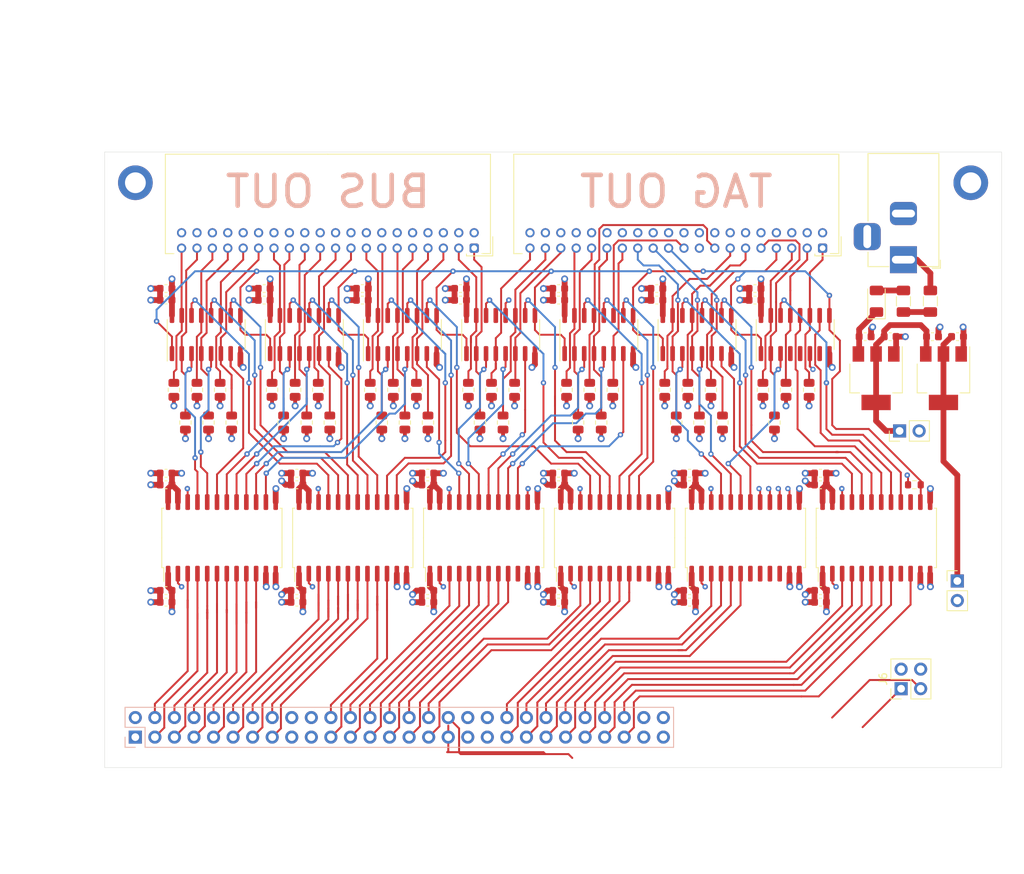
<source format=kicad_pcb>
(kicad_pcb (version 20221018) (generator pcbnew)
  (layers (0 "F.Cu" signal) (1 "In1.Cu" power) (2 "In2.Cu" power) (31 "B.Cu" signal) (34 "B.Paste" user) (35 "F.Paste" user) (36 "B.SilkS" user "B.Silkscreen") (37 "F.SilkS" user "F.Silkscreen") (38 "B.Mask" user) (39 "F.Mask" user) (44 "Edge.Cuts" user))
  (net 0 "")
  (net 1 "Bus Out P")
  (net 2 "GND")
  (net 3 "Bus Out 0")
  (net 4 "Bus Out 1")
  (net 5 "Bus Out 2")
  (net 6 "Bus Out 3")
  (net 7 "Bus Out 4")
  (net 8 "Bus Out 5")
  (net 9 "Bus Out 6")
  (net 10 "Bus Out 7")
  (net 11 "Mark 0 Out")
  (net 12 "Bus In P")
  (net 13 "Bus In 0")
  (net 14 "Bus In 1")
  (net 15 "Bus In 2")
  (net 16 "Bus In 3")
  (net 17 "Bus In 4")
  (net 18 "Bus In 5")
  (net 19 "Bus In 6")
  (net 20 "Bus In 7")
  (net 21 "Mark 0 In")
  (net 22 "Operational In")
  (net 23 "Address In")
  (net 24 "Service In")
  (net 25 "Select In")
  (net 26 "Select Out")
  (net 27 "Address Out")
  (net 28 "Command Out")
  (net 29 "Suppress Out")
  (net 30 "Service Out")
  (net 31 "Clock Out")
  (net 32 "Metering Out")
  (net 33 "Metering In")
  (net 34 "Request In")
  (net 35 "Data In")
  (net 36 "Data Out")
  (net 37 "Disconnect In")
  (net 38 "Hold Out")
  (net 39 "Operational Out")
  (net 40 "5V Bus In P")
  (net 41 "5V Bus In 0")
  (net 42 "5V Bus In 1")
  (net 43 "5V Bus Out 1")
  (net 44 "5V Bus Out 0")
  (net 45 "5V Bus Out P")
  (net 46 "5V Bus In 2")
  (net 47 "5V Bus In 3")
  (net 48 "+5V")
  (net 49 "5V Bus In 4")
  (net 50 "5V Bus Out 4")
  (net 51 "5V Bus Out 3")
  (net 52 "5V Bus Out 2")
  (net 53 "5V Bus In 5")
  (net 54 "5V Bus In 6")
  (net 55 "5V Bus In 7")
  (net 56 "5V Bus Out 7")
  (net 57 "5V Bus Out 6")
  (net 58 "5V Bus Out 5")
  (net 59 "5V Operational In")
  (net 60 "Status In")
  (net 61 "5V Status In")
  (net 62 "5V Address In")
  (net 63 "5V Command Out")
  (net 64 "5V Address Out")
  (net 65 "5V Select Out")
  (net 66 "5V Service In")
  (net 67 "5V Select In")
  (net 68 "5V Request In")
  (net 69 "5V Data Out")
  (net 70 "5V Service Out")
  (net 71 "5V Suppress Out")
  (net 72 "5V Data In")
  (net 73 "5V Disconnect In")
  (net 74 "5V Enable")
  (net 76 "5V Hold Out")
  (net 77 "5V Mark 0 In")
  (net 78 "5V Metering In")
  (net 79 "5V Metering Out")
  (net 80 "5V Clock Out")
  (net 81 "5V Mark 0 Out")
  (net 82 "+3V3")
  (net 83 "3V3 Enable")
  (net 94 "3V3 Bus Out P")
  (net 95 "3V3 Bus Out 0")
  (net 96 "3V3 Bus Out 1")
  (net 97 "3V3 Bus Out 2")
  (net 98 "3V3 Bus Out 3")
  (net 99 "3V3 Bus Out 4")
  (net 100 "3V3 Bus Out 5")
  (net 101 "3V3 Bus Out 6")
  (net 102 "3V3 Bus Out 7")
  (net 103 "3V3 Select Out")
  (net 104 "3V3 Address Out")
  (net 105 "3V3 Command Out")
  (net 106 "3V3 Suppress Out")
  (net 107 "3V3 Service Out")
  (net 108 "3V3 Data Out")
  (net 109 "3V3 Hold Out")
  (net 110 "3V3 Operational Out")
  (net 111 "3V3 Mark 0 Out")
  (net 112 "3V3 Clock Out")
  (net 113 "3V3 Metering Out")
  (net 114 "3V3 Bus In P")
  (net 115 "3V3 Bus In 0")
  (net 116 "3V3 Bus In 1")
  (net 117 "3V3 Bus In 2")
  (net 118 "3V3 Bus In 3")
  (net 119 "3V3 Bus In 4")
  (net 120 "3V3 Bus In 5")
  (net 121 "3V3 Bus In 6")
  (net 122 "3V3 Bus In 7")
  (net 123 "3V3 Operational In")
  (net 124 "3V3 Status In")
  (net 125 "3V3 Address In")
  (net 126 "3V3 Service In")
  (net 127 "3V3 Select In")
  (net 128 "3V3 Request In")
  (net 129 "3V3 Data In")
  (net 130 "3V3 Disconnect In")
  (net 131 "3V3 Mark 0 In")
  (net 132 "3V3 Metering In")
  (net 133 "Net-(F1-Pad1)")
  (net 134 "Net-(D1-K)")
  (net 137 "Net-(JP1-A)")
  (net 138 "Net-(JP2-A)")
  (net 139 "Net-(F1-Pad2)")
  (net 141 "5V Operational Out")
  (net 146 "GPIO0")
  (net 147 "GPIO1")
  (net 149 "VDC")
  (footprint "Package_TO_SOT_SMD:SOT-223-3_TabPin2" (layer "F.Cu") (at 214.7 67.9 -90)
    (fp_text reference "U15" hide)
    (fp_text value "LD1117S33TR_SOT223")
  )
  (footprint "Capacitor_SMD:C_0603_1608Metric" (layer "F.Cu") (at 126.475 56.25 180)
    (fp_text reference "C12" hide)
    (fp_text value "0.1 uF")
  )
  (footprint "Resistor_SMD:R_0805_2012Metric" (layer "F.Cu") (at 143.25 69.4125 -90)
    (fp_text reference "R6" hide)
    (fp_text value "95")
  )
  (footprint "Capacitor_SMD:C_0603_1608Metric" (layer "F.Cu") (at 130.725 95.5 180)
    (fp_text reference "C33" hide)
    (fp_text value "1 uF")
  )
  (footprint "Resistor_SMD:R_0805_2012Metric" (layer "F.Cu") (at 153 69.4125 -90)
    (fp_text reference "R2" hide)
    (fp_text value "95")
  )
  (footprint "Capacitor_SMD:C_0603_1608Metric" (layer "F.Cu") (at 113.725 56.25 180)
    (fp_text reference "C13" hide)
    (fp_text value "1 uF")
  )
  (footprint "Capacitor_SMD:C_0603_1608Metric" (layer "F.Cu") (at 113.725 81.75 180)
    (fp_text reference "C15" hide)
    (fp_text value "1 uF")
  )
  (footprint "Package_SO:SOIC-16_3.9x9.9mm_P1.27mm" (layer "F.Cu") (at 144.425 62.225 90)
    (fp_text reference "U3" hide)
    (fp_text value "SN751730")
  )
  (footprint "Capacitor_SMD:C_0603_1608Metric" (layer "F.Cu") (at 216.525 62.5)
    (fp_text reference "C41" hide)
    (fp_text value "10 uF")
  )
  (footprint "Capacitor_SMD:C_0603_1608Metric" (layer "F.Cu") (at 151.975 57.75 180)
    (fp_text reference "C8" hide)
    (fp_text value "0.1 uF")
  )
  (footprint "Capacitor_SMD:C_0603_1608Metric" (layer "F.Cu") (at 130.725 80.25 180)
    (fp_text reference "C28" hide)
    (fp_text value "0.1 uF")
  )
  (footprint "Resistor_SMD:R_0805_2012Metric" (layer "F.Cu") (at 120.75 69.4125 -90)
    (fp_text reference "R16" hide)
    (fp_text value "95")
  )
  (footprint "Capacitor_SMD:C_0603_1608Metric" (layer "F.Cu") (at 113.725 57.75 180)
    (fp_text reference "C14" hide)
    (fp_text value "0.1 uF")
  )
  (footprint "Capacitor_SMD:C_0603_1608Metric" (layer "F.Cu") (at 147.725 97 180)
    (fp_text reference "C36" hide)
    (fp_text value "0.1 uF")
  )
  (footprint "Capacitor_SMD:C_0603_1608Metric" (layer "F.Cu") (at 139.225 57.75 180)
    (fp_text reference "C9" hide)
    (fp_text value "1 uF")
  )
  (footprint "Capacitor_SMD:C_0603_1608Metric" (layer "F.Cu") (at 147.725 81.75 180)
    (fp_text reference "C29" hide)
    (fp_text value "1 uF")
  )
  (footprint "Resistor_SMD:R_0805_2012Metric" (layer "F.Cu") (at 119.25 73.6625 -90)
    (fp_text reference "R17" hide)
    (fp_text value "95")
  )
  (footprint "Resistor_SMD:R_0603_1608Metric" (layer "F.Cu") (at 210.925 81.75 180)
    (fp_text reference "R34" hide)
    (fp_text value "10k")
  )
  (footprint "Resistor_SMD:R_0805_2012Metric" (layer "F.Cu") (at 181.5 69.4125 -90)
    (fp_text reference "R23" hide)
    (fp_text value "95")
  )
  (footprint "Capacitor_SMD:C_0603_1608Metric" (layer "F.Cu") (at 198.725 80.25 180)
    (fp_text reference "C24" hide)
    (fp_text value "0.1 uF")
  )
  (footprint "Diode_SMD:D_1206_3216Metric" (layer "F.Cu") (at 206 57.9 90)
    (fp_text reference "D1" hide)
    (fp_text value "D_Schottky")
  )
  (footprint "Package_SO:SOIC-16_3.9x9.9mm_P1.27mm" (layer "F.Cu") (at 131.695 62.225 90)
    (fp_text reference "U2" hide)
    (fp_text value "SN751730")
  )
  (footprint "Package_SO:SOIC-16_3.9x9.9mm_P1.27mm" (layer "F.Cu") (at 182.695 62.225 90)
    (fp_text reference "U5" hide)
    (fp_text value "SN751730")
  )
  (footprint "Resistor_SMD:R_0805_2012Metric" (layer "F.Cu") (at 167.25 73.6625 -90)
    (fp_text reference "R32" hide)
    (fp_text value "95")
  )
  (footprint "Capacitor_SMD:C_0603_1608Metric" (layer "F.Cu") (at 113.725 80.25 180)
    (fp_text reference "C16" hide)
    (fp_text value "0.1 uF")
  )
  (footprint "Resistor_SMD:R_0805_2012Metric" (layer "F.Cu") (at 170.25 73.6625 -90)
    (fp_text reference "R38" hide)
    (fp_text value "95")
  )
  (footprint "Resistor_SMD:R_0805_2012Metric" (layer "F.Cu") (at 144.75 73.6625 -90)
    (fp_text reference "R5" hide)
    (fp_text value "95")
  )
  (footprint "Capacitor_SMD:C_0603_1608Metric" (layer "F.Cu") (at 181.725 95.5 180)
    (fp_text reference "C37" hide)
    (fp_text value "1 uF")
  )
  (footprint "Resistor_SMD:R_0805_2012Metric" (layer "F.Cu") (at 180 73.6625 -90)
    (fp_text reference "R30" hide)
    (fp_text value "95")
  )
  (footprint "Capacitor_SMD:C_0603_1608Metric" (layer "F.Cu") (at 164.725 57.75 180)
    (fp_text reference "C1" hide)
    (fp_text value "1 uF")
  )
  (footprint "MountingHole:MountingHole_2.7mm_M2.5_ISO7380_Pad" (layer "F.Cu") (at 109.75 42.5)
    (fp_text reference "H1" hide)
    (fp_text value "MountingHole_Pad")
  )
  (footprint "Fuse:Fuse_1206_3216Metric" (layer "F.Cu") (at 209.5 57.9 90)
    (fp_text reference "FB1" hide)
    (fp_text value "FerriteBead")
  )
  (footprint "Capacitor_SMD:C_0603_1608Metric" (layer "F.Cu") (at 198.725 81.75 180)
    (fp_text reference "C23" hide)
    (fp_text value "1 uF")
  )
  (footprint "Package_SO:SOIC-16_3.9x9.9mm_P1.27mm" (layer "F.Cu") (at 195.445 62.225 90)
    (fp_text reference "U6" hide)
    (fp_text value "SN751730")
  )
  (footprint "Package_TO_SOT_SMD:SOT-223-3_TabPin2" (layer "F.Cu") (at 205.95 67.9 -90)
    (fp_text reference "U14" hide)
    (fp_text value "LD1117S50TR_SOT223")
  )
  (footprint "Resistor_SMD:R_0805_2012Metric" (layer "F.Cu") (at 122.25 73.6625 -90)
    (fp_text reference "R15" hide)
    (fp_text value "95")
  )
  (footprint "Resistor_SMD:R_0805_2012Metric" (layer "F.Cu") (at 157.5 73.6625 -90)
    (fp_text reference "R40" hide)
    (fp_text value "95")
  )
  (footprint "Resistor_SMD:R_0805_2012Metric" (layer "F.Cu") (at 194.25 69.4125 -90)
    (fp_text reference "R21" hide)
    (fp_text value "95")
  )
  (footprint "Capacitor_SMD:C_0603_1608Metric" (layer "F.Cu") (at 190.225 56.25 180)
    (fp_text reference "C6" hide)
    (fp_text value "0.1 uF")
  )
  (footprint "Resistor_SMD:R_0805_2012Metric" (layer "F.Cu") (at 116.25 73.6625 -90)
    (fp_text reference "R19" hide)
    (fp_text value "95")
  )
  (footprint "Resistor_SMD:R_0805_2012Metric" (layer "F.Cu") (at 114.75 69.4125 -90)
    (fp_text reference "R20" hide)
    (fp_text value "95")
  )
  (footprint "Capacitor_SMD:C_0603_1608Metric" (layer "F.Cu") (at 177.475 57.75 180)
    (fp_text reference "C3" hide)
    (fp_text value "1 uF")
  )
  (footprint "Capacitor_SMD:C_0603_1608Metric" (layer "F.Cu") (at 198.725 95.5 180)
    (fp_text reference "C19" hide)
    (fp_text value "1 uF")
  )
  (footprint "Connector_PinHeader_2.54mm:PinHeader_2x02_P2.54mm_Vertical" (layer "F.Cu") (at 209.2 108.25 90)
    (fp_text reference "J6")
    (fp_text value "Conn_02x02_Odd_Even")
  )
  (footprint "Resistor_SMD:R_0805_2012Metric" (layer "F.Cu") (at 178.5 69.4125 -90)
    (fp_text reference "R37" hide)
    (fp_text value "95")
  )
  (footprint "Capacitor_SMD:C_0603_1608Metric" (layer "F.Cu") (at 147.725 80.25 180)
    (fp_text reference "C30" hide)
    (fp_text value "0.1 uF")
  )
  (footprint "Package_SO:SOIC-24W_7.5x15.4mm_P1.27mm" (layer "F.Cu") (at 137.985 88.65 90)
    (fp_text reference "U8" hide)
    (fp_text value "SN74LVC8T245")
  )
  (footprint "Resistor_SMD:R_0805_2012Metric" (layer "F.Cu") (at 186 73.6625 -90)
    (fp_text reference "R22" hide)
    (fp_text value "95")
  )
  (footprint "Resistor_SMD:R_0805_2012Metric" (layer "F.Cu") (at 184.5 69.4125 -90)
    (fp_text reference "R29" hide)
    (fp_text value "95")
  )
  (footprint "Package_SO:SOIC-24W_7.5x15.4mm_P1.27mm" (layer "F.Cu") (at 154.985 88.65 90)
    (fp_text reference "U12" hide)
    (fp_text value "SN74LVC8T245")
  )
  (footprint "Capacitor_SMD:C_0603_1608Metric" (layer "F.Cu") (at 126.475 57.75 180)
    (fp_text reference "C11" hide)
    (fp_text value "1 uF")
  )
  (footprint "Capacitor_SMD:C_0603_1608Metric" (layer "F.Cu") (at 113.725 97 180)
    (fp_text reference "C18" hide)
    (fp_text value "0.1 uF")
  )
  (footprint "Resistor_SMD:R_0805_2012Metric" (layer "F.Cu") (at 141.75 73.6625 -90)
    (fp_text reference "R7" hide)
    (fp_text value "95")
  )
  (footprint "Resistor_SMD:R_0805_2012Metric" (layer "F.Cu") (at 191.25 69.4125 -90)
    (fp_text reference "R35" hide)
    (fp_text value "95")
  )
  (footprint "Resistor_SMD:R_0805_2012Metric" (layer "F.Cu") (at 197.25 69.4125 -90)
    (fp_text reference "R26" hide)
    (fp_text value "95")
  )
  (footprint "Capacitor_SMD:C_0603_1608Metric" (layer "F.Cu") (at 164.725 56.25 180)
    (fp_text reference "C2" hide)
    (fp_text value "0.1 uF")
  )
  (footprint "Connector_PinHeader_2.54mm:PinHeader_1x02_P2.54mm_Vertical" (layer "F.Cu") (at 209 74.75 90)
    (fp_text reference "JP1" hide)
    (fp_text value "Jumper_2_Bridged")
  )
  (footprint "Package_SO:SOIC-24W_7.5x15.4mm_P1.27mm" (layer "F.Cu") (at 205.985 88.65 90)
    (fp_text reference "U10" hide)
    (fp_text value "SN74LVC8T245")
  )
  (footprint "Capacitor_SMD:C_0603_1608Metric" (layer "F.Cu") (at 190.225 57.75 180)
    (fp_text reference "C5" hide)
    (fp_text value "1 uF")
  )
  (footprint "Resistor_SMD:R_0805_2012Metric" (layer "F.Cu") (at 127.5 69.4125 -90)
    (fp_text reference "R14" hide)
    (fp_text value "95")
  )
  (footprint "Capacitor_SMD:C_0603_1608Metric" (layer "F.Cu") (at 147.725 95.5 180)
    (fp_text reference "C35" hide)
    (fp_text value "1 uF")
  )
  (footprint "Connector_JST:JST_PUD_S40B-PUDSS-1_2x20_P2.00mm_Horizontal" (layer "F.Cu") (at 153.75 51 180)
    (fp_text reference "J1" hide)
    (fp_text value "Bus Out")
  )
  (footprint "Resistor_SMD:R_0805_2012Metric" (layer "F.Cu") (at 183 73.6625 -90)
    (fp_text reference "R36" hide)
    (fp_text value "95")
  )
  (footprint "Capacitor_SMD:C_0603_1608Metric" (layer "F.Cu") (at 177.475 56.25 180)
    (fp_text reference "C4" hide)
    (fp_text value "0.1 uF")
  )
  (footprint "Capacitor_SMD:C_0603_1608Metric" (layer "F.Cu") (at 164.725 80.25 180)
    (fp_text reference "C26" hide)
    (fp_text value "0.1 uF")
  )
  (footprint "Resistor_SMD:R_0805_2012Metric" (layer "F.Cu") (at 129 73.6625 -90)
    (fp_text reference "R13" hide)
    (fp_text value "95")
  )
  (footprint "Resistor_SMD:R_0805_2012Metric" (layer "F.Cu") (at 154.5 73.6625 -90)
    (fp_text reference "R1" hide)
    (fp_text value "95")
  )
  (footprint "Capacitor_SMD:C_0603_1608Metric" (layer "F.Cu") (at 204.525 62.5)
    (fp_text reference "C40" hide)
    (fp_text value "0.1 uF")
  )
  (footprint "Capacitor_SMD:C_0603_1608Metric" (layer "F.Cu") (at 164.725 95.5 180)
    (fp_text reference "C21" hide)
    (fp_text value "1 uF")
  )
  (footprint "Resistor_SMD:R_0805_2012Metric" (layer "F.Cu") (at 159 69.4125 -90)
    (fp_text reference "R33" hide)
    (fp_text value "95")
  )
  (footprint "Resistor_SMD:R_0805_2012Metric" (layer "F.Cu") (at 165.75 69.4125 -90)
    (fp_text reference "R31" hide)
    (fp_text value "95")
  )
  (footprint "Capacitor_SMD:C_0603_1608Metric" (layer "F.Cu") (at 139.225 56.25 180)
    (fp_text reference "C10" hide)
    (fp_text value "0.1 uF")
  )
  (footprint "Resistor_SMD:R_0805_2012Metric" (layer "F.Cu") (at 156 69.4125 -90)
    (fp_text reference "R27" hide)
    (fp_text value "95")
  )
  (footprint "Capacitor_SMD:C_0603_1608Metric" (layer "F.Cu") (at 181.725 97 180)
    (fp_text reference "C38" hide)
    (fp_text value "0.1 uF")
  )
  (footprint "Resistor_SMD:R_0805_2012Metric" (layer "F.Cu") (at 130.5 69.4125 -90)
    (fp_text reference "R12" hide)
    (fp_text value "95")
  )
  (footprint "Resistor_SMD:R_0805_2012Metric" (layer "F.Cu") (at 132 73.6625 -90)
    (fp_text reference "R11" hide)
    (fp_text value "95")
  )
  (footprint "Fuse:Fuse_1206_3216Metric" (layer "F.Cu") (at 213 57.9 -90)
    (fp_text reference "F1" hide)
    (fp_text value "750 mA")
  )
  (footprint "Capacitor_SMD:C_0603_1608Metric" (layer "F.Cu") (at 151.975 56.25 180)
    (fp_text reference "C7" hide)
    (fp_text value "1 uF")
  )
  (footprint "Resistor_SMD:R_0805_2012Metric" (layer "F.Cu") (at 117.75 69.4125 -90)
    (fp_text reference "R18" hide)
    (fp_text value "95")
  )
  (footprint "Resistor_SMD:R_0805_2012Metric" (layer "F.Cu") (at 146.25 69.4125 -90)
    (fp_text reference "R4" hide)
    (fp_text value "95")
  )
  (footprint "Capacitor_SMD:C_0603_1608Metric" (layer "F.Cu") (at 181.725 81.75 180)
    (fp_text reference "C31" hide)
    (fp_text value "1 uF")
  )
  (footprint "Resistor_SMD:R_0805_2012Metric" (layer "F.Cu") (at 135 73.6625 -90)
    (fp_text reference "R9" hide)
    (fp_text value "95")
  )
  (footprint "MountingHole:MountingHole_2.7mm_M2.5_ISO7380_Pad" (layer "F.Cu") (at 218.25 42.5)
    (fp_text reference "H2" hide)
    (fp_text value "MountingHole_Pad")
  )
  (footprint "Resistor_SMD:R_0805_2012Metric" (layer "F.Cu") (at 140.25 69.4125 -90)
    (fp_text reference "R8" hide)
    (fp_text value "95")
  )
  (footprint "Resistor_SMD:R_0805_2012Metric" (layer "F.Cu") (at 168.75 69.4125 -90)
    (fp_text reference "R25" hide)
    (fp_text value "95")
  )
  (footprint "Connector_BarrelJack:BarrelJack_Horizontal" (layer "F.Cu") (at 209.5 52.5 -90)
    (fp_text reference "J4" hide)
    (fp_text value "Jack-DC")
  )
  (footprint "Package_SO:SOIC-16_3.9x9.9mm_P1.27mm" (layer "F.Cu") (at 169.945 62.225 90)
    (fp_text reference "U4" hide)
    (fp_text value "SN751730")
  )
  (footprint "Package_SO:SOIC-24W_7.5x15.4mm_P1.27mm" (layer "F.Cu") (at 188.985 88.65 90)
    (fp_text reference "U13" hide)
    (fp_text value "SN74LVC8T245")
  )
  (footprint "Capacitor_SMD:C_0603_1608Metric" (layer "F.Cu") (at 207.775 62.5)
    (fp_text reference "C39" hide)
    (fp_text value "10 uF")
  )
  (footprint "Connector_PinHeader_2.54mm:PinHeader_1x02_P2.54mm_Vertical" (layer "F.Cu") (at 216.5 94.25)
    (fp_text reference "JP2" hide)
    (fp_text value "Jumper_2_Bridged")
  )
  (footprint "Resistor_SMD:R_0805_2012Metric" (layer "F.Cu") (at 192.75 73.6625 -90)
    (fp_text reference "R28" hide)
    (fp_text value "95")
  )
  (footprint "Capacitor_SMD:C_0603_1608Metric" (layer "F.Cu") (at 181.725 80.25 180)
    (fp_text reference "C32" hide)
    (fp_text value "0.1 uF")
  )
  (footprint "Capacitor_SMD:C_0603_1608Metric" (layer "F.Cu") (at 113.725 95.5 180)
    (fp_text reference "C17" hide)
    (fp_text value "1 uF")
  )
  (footprint "Package_SO:SOIC-16_3.9x9.9mm_P1.27mm" (layer "F.Cu") (at 157.195 62.225 90)
    (fp_text reference "U7" hide)
    (fp_text value "SN751730")
  )
  (footprint "Capacitor_SMD:C_0603_1608Metric" (layer "F.Cu") (at 198.725 97 180)
    (fp_text reference "C20" hide)
    (fp_text value "0.1 uF")
  )
  (footprint "Connector_JST:JST_PUD_S40B-PUDSS-1_2x20_P2.00mm_Horizontal" (layer "F.Cu") (at 199 51 180)
    (fp_text reference "J2" hide)
    (fp_text value "Tag Out")
  )
  (footprint "Capacitor_SMD:C_0603_1608Metric" (layer "F.Cu") (at 130.725 81.75 180)
    (fp_text reference "C27" hide)
    (fp_text value "1 uF")
  )
  (footprint "Resistor_SMD:R_0805_2012Metric" (layer "F.Cu") (at 171.75 69.4125 -90)
    (fp_text reference "R24" hide)
    (fp_text value "95")
  )
  (footprint "Capacitor_SMD:C_0603_1608Metric" (layer "F.Cu") (at 213.275 62.5)
    (fp_text reference "C42" hide)
    (fp_text value "0.1 uF")
  )
  (footprint "Capacitor_SMD:C_0603_1608Metric" (layer "F.Cu") (at 164.725 97 180)
    (fp_text reference "C22" hide)
    (fp_text value "0.1 uF")
  )
  (footprint "Package_SO:SOIC-24W_7.5x15.4mm_P1.27mm" (layer "F.Cu") (at 171.985 88.65 90)
    (fp_text reference "U9" hide)
    (fp_text value "SN74LVC8T245")
  )
  (footprint "Package_SO:SOIC-24W_7.5x15.4mm_P1.27mm" (layer "F.Cu") (at 120.985 88.65 90)
    (fp_text reference "U11" hide)
    (fp_text value "SN74LVC8T245")
  )
  (footprint "Capacitor_SMD:C_0603_1608Metric" (layer "F.Cu") (at 130.725 97 180)
    (fp_text reference "C34" hide)
    (fp_text value "0.1 uF")
  )
  (footprint "Resistor_SMD:R_0805_2012Metric" (layer "F.Cu") (at 133.5 69.4125 -90)
    (fp_text reference "R10" hide)
    (fp_text value "95")
  )
  (footprint "Capacitor_SMD:C_0603_1608Metric" (layer "F.Cu") (at 164.725 81.75 180)
    (fp_text reference "C25" hide)
    (fp_text value "1 uF")
  )
  (footprint "Resistor_SMD:R_0805_2012Metric" (layer "F.Cu") (at 147.75 73.6625 -90)
    (fp_text reference "R3" hide)
    (fp_text value "95")
  )
  (footprint "Package_SO:SOIC-16_3.9x9.9mm_P1.27mm" (layer "F.Cu") (at 118.945 62.225 90)
    (fp_text reference "U1" hide)
    (fp_text value "SN751730")
  )
  (footprint "Connector_PinSocket_2.54mm:PinSocket_2x28_P2.54mm_Vertical" (layer "B.Cu") (at 109.74 114.54 -90)
    (fp_text reference "J3" hide)
    (fp_text value "Conn_02x28_Odd_Even")
  )
  (gr_rect (start 105.75 38.5) (end 222.25 118.5) (stroke (width 0.05)) (fill none) (layer "Edge.Cuts"))
  (gr_text "BUS OUT" (at 134.75 46) (layer "B.SilkS") (effects (font (size 4 4) (thickness 0.6)) (justify bottom mirror)))
  (gr_text "TAG OUT" (at 180 46) (layer "B.SilkS") (effects (font (size 4 4) (thickness 0.6)) (justify bottom mirror)))
  (segment (start 115.77 61.73) (end 115.77 59.75) (width 0.25) (layer "F.Cu") (net 1))
  (segment (start 114.6926 68.4426) (end 114.75 68.5) (width 0.25) (layer "F.Cu") (net 1))
  (segment (start 115.75 51) (end 115.75 59.73) (width 0.25) (layer "F.Cu") (net 1))
  (segment (start 115.0774 66.75) (end 115.0774 62.4226) (width 0.25) (layer "F.Cu") (net 1))
  (segment (start 114.75 67.0774) (end 115.0774 66.75) (width 0.25) (layer "F.Cu") (net 1))
  (segment (start 115.0774 62.4226) (end 115.77 61.73) (width 0.25) (layer "F.Cu") (net 1))
  (segment (start 114.75 68.5) (end 114.75 67.0774) (width 0.25) (layer "F.Cu") (net 1))
  (segment (start 115.75 59.73) (end 115.77 59.75) (width 0.25) (layer "F.Cu") (net 1))
  (segment (start 146.25 70.325) (end 146.25 71.5) (width 0.5) (layer "F.Cu") (net 2))
  (segment (start 180.95 95.5) (end 180.95 97) (width 0.75) (layer "F.Cu") (net 2))
  (segment (start 192.16 82.41) (end 192 82.25) (width 0.254) (layer "F.Cu") (net 2))
  (segment (start 115.27 93.3) (end 115.27 94.52) (width 0.25) (layer "F.Cu") (net 2))
  (segment (start 191.25 70.325) (end 191.25 71.5) (width 0.5) (layer "F.Cu") (net 2))
  (segment (start 180.95 97) (end 179.75 97) (width 0.75) (layer "F.Cu") (net 2))
  (segment (start 163.95 80.25) (end 163.95 81.75) (width 0.75) (layer "F.Cu") (net 2))
  (segment (start 189.45 57.75) (end 188.25 57.75) (width 0.75) (layer "F.Cu") (net 2))
  (segment (start 163.95 57.75) (end 162.75 57.75) (width 0.75) (layer "F.Cu") (net 2))
  (segment (start 129.95 97) (end 128.75 97) (width 0.75) (layer "F.Cu") (net 2))
  (segment (start 151.2 56.25) (end 150 56.25) (width 0.75) (layer "F.Cu") (net 2))
  (segment (start 197.25 70.325) (end 197.25 71.5) (width 0.5) (layer "F.Cu") (net 2))
  (segment (start 177.7 94.95) (end 177.75 95) (width 0.75) (layer "F.Cu") (net 2))
  (segment (start 201.54 82.29) (end 201.5 82.25) (width 0.25) (layer "F.Cu") (net 2))
  (segment (start 217.3 62.5) (end 217.3 61.3) (width 0.75) (layer "F.Cu") (net 2))
  (segment (start 178.97 84) (end 178.97 82.28) (width 0.75) (layer "F.Cu") (net 2))
  (segment (start 192.16 84) (end 192.16 82.41) (width 0.254) (layer "F.Cu") (net 2))
  (segment (start 163.95 56.25) (end 163.95 57.75) (width 0.75) (layer "F.Cu") (net 2))
  (segment (start 212.97 94.97) (end 213 95) (width 0.75) (layer "F.Cu") (net 2))
  (segment (start 171.75 70.325) (end 171.75 71.5) (width 0.5) (layer "F.Cu") (net 2))
  (segment (start 181.5 70.325) (end 181.5 71.5) (width 0.5) (layer "F.Cu") (net 2))
  (segment (start 193.43 84) (end 193.43 82.43) (width 0.254) (layer "F.Cu") (net 2))
  (segment (start 201.54 84) (end 201.54 82.29) (width 0.25) (layer "F.Cu") (net 2))
  (segment (start 189.45 56.25) (end 188.25 56.25) (width 0.75) (layer "F.Cu") (net 2))
  (segment (start 165.75 71.5) (end 165.75 70.325) (width 0.5) (layer "F.Cu") (net 2))
  (segment (start 138.45 56.25) (end 137.25 56.25) (width 0.75) (layer "F.Cu") (net 2))
  (segment (start 210.1 81.75) (end 210.1 80.6) (width 0.25) (layer "F.Cu") (net 2))
  (segment (start 151.2 57.75) (end 150 57.75) (width 0.75) (layer "F.Cu") (net 2))
  (segment (start 157.83 58.17) (end 158.25 57.75) (width 0.25) (layer "F.Cu") (net 2))
  (segment (start 116.54 82.29) (end 116.5 82.25) (width 0.25) (layer "F.Cu") (net 2))
  (segment (start 199.89 64.7) (end 199.89 66.14) (width 0.75) (layer "F.Cu") (net 2))
  (segment (start 212.97 82.28) (end 213 82.25) (width 0.75) (layer "F.Cu") (net 2))
  (segment (start 144.97 94.97) (end 145 95) (width 0.75) (layer "F.Cu") (net 2))
  (segment (start 133.54 82.29) (end 133.5 82.25) (width 0.25) (layer "F.Cu") (net 2))
  (segment (start 197.95 80.25) (end 196.75 80.25) (width 0.75) (layer "F.Cu") (net 2))
  (segment (start 194.7 82.45) (end 194.5 82.25) (width 0.254) (layer "F.Cu") (net 2))
  (segment (start 187.14 64.7) (end 187.14 66.14) (width 0.75) (layer "F.Cu") (net 2))
  (segment (start 208.55 64.45) (end 208.25 64.75) (width 0.75) (layer "F.Cu") (net 2))
  (segment (start 132 74.575) (end 132 75.75) (width 0.5) (layer "F.Cu") (net 2))
  (segment (start 120.75 70.325) (end 120.75 71.5) (width 0.5) (layer "F.Cu") (net 2))
  (segment (start 178.97 93.3) (end 178.97 94.97) (width 0.75) (layer "F.Cu") (net 2))
  (segment (start 197.95 95.5) (end 197.25 95.5) (width 0.75) (layer "F.Cu") (net 2))
  (segment (start 112.95 57.75) (end 111.75 57.75) (width 0.75) (layer "F.Cu") (net 2))
  (segment (start 138.45 56.25) (end 138.45 57.75) (width 0.75) (layer "F.Cu") (net 2))
  (segment (start 190.89 84) (end 190.89 82.39) (width 0.254) (layer "F.Cu") (net 2))
  (segment (start 184.54 84) (end 184.54 82.29) (width 0.25) (layer "F.Cu") (net 2))
  (segment (start 195.97 82.28) (end 196 82.25) (width 0.75) (layer "F.Cu") (net 2))
  (segment (start 127.97 94.97) (end 128 95) (width 0.75) (layer "F.Cu") (net 2))
  (segment (start 211.7 93.3) (end 211.7 94.95) (width 0.75) (layer "F.Cu") (net 2))
  (segment (start 197.25 95.5) (end 196.75 96) (width 0.75) (layer "F.Cu") (net 2))
  (segment (start 117.75 70.325) (end 117.75 71.5) (width 0.5) (layer "F.Cu") (net 2))
  (segment (start 160.7 94.95) (end 160.75 95) (width 0.75) (layer "F.Cu") (net 2))
  (segment (start 168.75 70.325) (end 168.75 71.5) (width 0.5) (layer "F.Cu") (net 2))
  (segment (start 178.5 70.325) (end 178.5 71.5) (width 0.5) (layer "F.Cu") (net 2))
  (segment (start 163.95 81.75) (end 163.25 81.75) (width 0.75) (layer "F.Cu") (net 2))
  (segment (start 211.7 94.95) (end 211.75 95) (width 0.75) (layer "F.Cu") (net 2))
  (segment (start 197.95 97) (end 196.75 97) (width 0.75) (layer "F.Cu") (net 2))
  (segment (start 192.75 74.575) (end 192.75 75.75) (width 0.5) (layer "F.Cu") (net 2))
  (segment (start 115.27 94.52) (end 115.75 95) (width 0.25) (layer "F.Cu") (net 2))
  (segment (start 129.25 81.75) (end 128.75 81.25) (width 0.75) (layer "F.Cu") (net 2))
  (segment (start 194.7 84) (end 194.7 82.45) (width 0.254) (layer "F.Cu") (net 2))
  (segment (start 178.97 82.28) (end 179 82.25) (width 0.75) (layer "F.Cu") (net 2))
  (segment (start 146.25 81.75) (end 145.75 81.25) (width 0.75) (layer "F.Cu") (net 2))
  (segment (start 197.25 81.75) (end 196.75 81.25) (width 0.75) (layer "F.Cu") (net 2))
  (segment (start 197.95 80.25) (end 197.95 81.75) (width 0.75) (layer "F.Cu") (net 2))
  (segment (start 112.95 97) (end 111.75 97) (width 0.75) (layer "F.Cu") (net 2))
  (segment (start 184.5 70.325) (end 184.5 71.5) (width 0.5) (layer "F.Cu") (net 2))
  (segment (start 197.35 66.25) (end 197.35 66.35) (width 0.25) (layer "F.Cu") (net 2))
  (segment (start 212.97 93.3) (end 212.97 94.97) (width 0.75) (layer "F.Cu") (net 2))
  (segment (start 140.25 70.325) (end 140.25 71.5) (width 0.5) (layer "F.Cu") (net 2))
  (segment (start 129.95 80.25) (end 128.75 80.25) (width 0.75) (layer "F.Cu") (net 2))
  (segment (start 163.95 97) (end 162.75 97) (width 0.75) (layer "F.Cu") (net 2))
  (segment (start 205.3 61.45) (end 205.5 61.25) (width 0.75) (layer "F.Cu") (net 2))
  (segment (start 176.7 56.25) (end 176.7 57.75) (width 0.75) (layer "F.Cu") (net 2))
  (segment (start 212.97 84) (end 212.97 82.28) (width 0.75) (layer "F.Cu") (net 2))
  (segment (start 127.5 70.325) (end 127.5 71.5) (width 0.5) (layer "F.Cu") (net 2))
  (segment (start 153 70.325) (end 153 71.5) (width 0.5) (layer "F.Cu") (net 2))
  (segment (start 183.27 93.3) (end 183.27 94.52) (width 0.25) (layer "F.Cu") (net 2))
  (segment (start 208.55 62.5) (end 208.55 64.45) (width 0.75) (layer "F.Cu") (net 2))
  (segment (start 183.27 94.52) (end 183.75 95) (width 0.25) (layer "F.Cu") (net 2))
  (segment (start 127.97 93.3) (end 127.97 94.97) (width 0.75) (layer "F.Cu") (net 2))
  (segment (start 161.64 64.7) (end 161.64 66.11) (width 0.75) (layer "F.Cu") (net 2))
  (segment (start 143.7 94.95) (end 143.75 95) (width 0.75) (layer "F.Cu") (net 2))
  (segment (start 116.25 74.575) (end 116.25 75.75) (width 0.5) (layer "F.Cu") (net 2))
  (segment (start 197.35 66.25) (end 197.35 66.4) (width 0.25) (layer "F.Cu") (net 2))
  (segment (start 197.35 64.7) (end 197.35 66.25) (width 0.25) (layer "F.Cu") (net 2))
  (segment (start 163.95 95.5) (end 163.95 97) (width 0.75) (layer "F.Cu") (net 2))
  (segment (start 146.95 97) (end 145.75 97) (width 0.75) (layer "F.Cu") (net 2))
  (segment (start 217.3 61.3) (end 217.25 61.25) (width 0.75) (layer "F.Cu") (net 2))
  (segment (start 161.97 84) (end 161.97 82.28) (width 0.75) (layer "F.Cu") (net 2))
  (segment (start 112.95 80.25) (end 111.75 80.25) (width 0.75) (layer "F.Cu") (net 2))
  (segment (start 163.25 81.75) (end 162.75 81.25) (width 0.75) (layer "F.Cu") (net 2))
  (segment (start 161.64 66.11) (end 161.25 66.5) (width 0.75) (layer "F.Cu") (net 2))
  (segment (start 133.54 84) (end 133.54 82.29) (width 0.25) (layer "F.Cu") (net 2))
  (segment (start 154.5 74.575) (end 154.5 75.75) (width 0.5) (layer "F.Cu") (net 2))
  (segment (start 143.25 70.325) (end 143.25 71.5) (width 0.5) (layer "F.Cu") (net 2))
  (segment (start 148.87 66.12) (end 149.25 66.5) (width 0.75) (layer "F.Cu") (net 2))
  (segment (start 112.95 81.75) (end 111.75 81.75) (width 0.75) (layer "F.Cu") (net 2))
  (segment (start 148.87 64.7) (end 148.87 66.12) (width 0.75) (layer "F.Cu") (net 2))
  (segment (start 129 74.575) (end 129 75.75) (width 0.5) (layer "F.Cu") (net 2))
  (segment (start 129.95 81.75) (end 129.25 81.75) (width 0.75) (layer "F.Cu") (net 2))
  (segment (start 146.95 95.5) (end 146.95 97) (width 0.75) (layer "F.Cu") (net 2))
  (segment (start 129.95 80.25) (end 129.95 81.75) (width 0.75) (layer "F.Cu") (net 2))
  (segment (start 161.97 82.28) (end 162 82.25) (width 0.75) (layer "F.Cu") (net 2))
  (segment (start 195.97 93.3) (end 195.97 94.97) (width 0.75) (layer "F.Cu") (net 2))
  (segment (start 160.7 82.3) (end 160.75 82.25) (width 0.25) (layer "F.Cu") (net 2))
  (segment (start 194.7 94.95) (end 194.75 95) (width 0.75) (layer "F.Cu") (net 2))
  (segment (start 195.97 94.97) (end 196 95) (width 0.75) (layer "F.Cu") (net 2))
  (segment (start 199.89 66.14) (end 200.25 66.5) (width 0.75) (layer "F.Cu") (net 2))
  (segment (start 150.54 82.29) (end 150.5 82.25) (width 0.25) (layer "F.Cu") (net 2))
  (segment (start 112.95 95.5) (end 111.75 95.5) (width 0.75) (layer "F.Cu") (net 2))
  (segment (start 116.54 84) (end 116.54 82.29) (width 0.25) (layer "F.Cu") (net 2))
  (segment (start 146.95 81.75) (end 146.25 81.75) (width 0.75) (layer "F.Cu") (net 2))
  (segment (start 112.95 56.25) (end 112.95 57.75) (width 0.75) (layer "F.Cu") (net 2))
  (segment (start 197.35 64.7) (end 197.35 66.35) (width 0.25) (layer "F.Cu") (net 2))
  (segment (start 178.97 94.97) (end 179 95) (width 0.75) (layer "F.Cu") (net 2))
  (segment (start 129.95 95.5) (end 129.25 95.5) (width 0.75) (layer "F.Cu") (net 2))
  (segment (start 163.25 95.5) (end 162.75 96) (width 0.75) (layer "F.Cu") (net 2))
  (segment (start 214.05 62.5) (end 214.05 61.45) (width 0.75) (layer "F.Cu") (net 2))
  (segment (start 129.25 95.5) (end 128.75 96) (width 0.75) (layer "F.Cu") (net 2))
  (segment (start 144.75 74.575) (end 144.75 75.75) (width 0.5) (layer "F.Cu") (net 2))
  (segment (start 180.95 95.5) (end 180.25 95.5) (width 0.75) (layer "F.Cu") (net 2))
  (segment (start 159 70.325) (end 159 71.5) (width 0.5) (layer "F.Cu") (net 2))
  (segment (start 135 74.575) (end 135 75.75) (width 0.5) (layer "F.Cu") (net 2))
  (segment (start 180.95 81.75) (end 180.25 81.75) (width 0.75) (layer "F.Cu") (net 2))
  (segment (start 149.27 94.52) (end 149.75 95) (width 0.25) (layer "F.Cu") (net 2))
  (segment (start 160.7 93.3) (end 160.7 94.95) (width 0.75) (layer "F.Cu") (net 2))
  (segment (start 143.7 93.3) (end 143.7 94.95) (width 0.75) (layer "F.Cu") (net 2))
  (segment (start 147.75 74.575) (end 147.75 75.75) (width 0.5) (layer "F.Cu") (net 2))
  (segment (start 197.35 66.35) (end 197.75 66.75) (width 0.25) (layer "F.Cu") (net 2))
  (segment (start 167.25 74.575) (end 167.25 75.75) (width 0.5) (layer "F.Cu") (net 2))
  (segment (start 177.7 93.3) (end 177.7 94.95) (width 0.75) (layer "F.Cu") (net 2))
  (segment (start 161.97 93.3) (end 161.97 94.97) (width 0.75) (layer "F.Cu") (net 2))
  (segment (start 112.95 56.25) (end 111.75 56.25) (width 0.75) (layer "F.Cu") (net 2))
  (segment (start 136.14 66.14) (end 136.5 66.5) (width 0.75) (layer "F.Cu") (net 2))
  (segment (start 144.97 93.3) (end 144.97 94.97) (width 0.75) (layer "F.Cu") (net 2))
  (segment (start 174.39 64.7) (end 174.39 66.14) (width 0.75) (layer "F.Cu") (net 2))
  (segment (start 157.83 59.75) (end 157.83 58.17) (width 0.25) (layer "F.Cu") (net 2))
  (segment (start 146.25 95.5) (end 145.75 96) (width 0.75) (layer "F.Cu") (net 2))
  (segment (start 176.7 57.75) (end 175.5 57.75) (width 0.75) (layer "F.Cu") (net 2))
  (segment (start 163.95 80.25) (end 162.75 80.25) (width 0.75) (layer "F.Cu") (net 2))
  (segment (start 144.97 82.28) (end 145 82.25) (width 0.75) (layer "F.Cu") (net 2))
  (segment (start 126.7 93.3) (end 126.7 94.95) (width 0.75) (layer "F.Cu") (net 2))
  (segment (start 138.45 57.75) (end 137.25 57.75) (width 0.75) (layer "F.Cu") (net 2))
  (segment (start 180.95 80.25) (end 179.75 80.25) (width 0.75) (layer "F.Cu") (net 2))
  (segment (start 130.5 70.325) (end 130.5 71.5) (width 0.5) (layer "F.Cu") (net 2))
  (segment (start 156 70.325) (end 156 71.5) (width 0.5) (layer "F.Cu") (net 2))
  (segment (start 197.95 95.5) (end 197.95 97) (width 0.75) (layer "F.Cu") (net 2))
  (segment (start 146.95 80.25) (end 146.95 81.75) (width 0.75) (layer "F.Cu") (net 2))
  (segment (start 214.05 61.45) (end 214.25 61.25) (width 0.75) (layer "F.Cu") (net 2))
  (segment (start 125.7 57.75) (end 124.5 57.75) (width 0.75) (layer "F.Cu") (net 2))
  (segment (start 180.25 81.75) (end 179.75 81.25) (width 0.75) (layer "F.Cu") (net 2))
  (segment (start 161.97 94.97) (end 162 95) (width 0.75) (layer "F.Cu") (net 2))
  (segment (start 149.27 93.3) (end 149.27 94.52) (width 0.25) (layer "F.Cu") (net 2))
  (segment (start 157.5 74.575) (end 157.5 75.75) (width 0.5) (layer "F.Cu") (net 2))
  (segment (start 184.54 82.29) (end 184.5 82.25) (width 0.25) (layer "F.Cu") (net 2))
  (segment (start 122.25 74.575) (end 122.25 75.75) (width 0.5) (layer "F.Cu") (net 2))
  (segment (start 180 74.575) (end 180 75.75) (width 0.5) (layer "F.Cu") (net 2))
  (segment (start 127.97 84) (end 127.97 82.28) (width 0.75) (layer "F.Cu") (net 2))
  (segment (start 195.97 84) (end 195.97 82.28) (width 0.75) (layer "F.Cu") (net 2))
  (segment (start 194.25 70.325) (end 194.25 71.5) (width 0.5) (layer "F.Cu") (net 2))
  (segment (start 189.45 56.25) (end 189.45 57.75) (width 0.75) (layer "F.Cu") (net 2))
  (segment (start 151.2 56.25) (end 151.2 57.75) (width 0.75) (layer "F.Cu") (net 2))
  (segment (start 112.95 80.25) (end 112.95 81.75) (width 0.75) (layer "F.Cu") (net 2))
  (segment (start 194.7 93.3) (end 194.7 94.95) (width 0.75) (layer "F.Cu") (net 2))
  (segment (start 150.54 84) (end 150.54 82.29) (width 0.25) (layer "F.Cu") (net 2))
  (segment (start 197.95 81.75) (end 197.25 81.75) (width 0.75) (layer "F.Cu") (net 2))
  (segment (start 170.25 74.575) (end 170.25 75.75) (width 0.5) (layer "F.Cu") (net 2))
  (segment (start 180.25 95.5) (end 179.75 96) (width 0.75) (layer "F.Cu") (net 2))
  (segment (start 217.3 64.45) (end 217 64.75) (width 0.75) (layer "F.Cu") (net 2))
  (segment (start 133.5 70.325) (end 133.5 71.5) (width 0.5) (layer "F.Cu") (net 2))
  (segment (start 119.25 74.575) (end 119.25 75.75) (width 0.5) (layer "F.Cu") (net 2))
  (segment (start 123.39 64.7) (end 123.39 66.14) (width 0.75) (layer "F.Cu") (net 2))
  (segment (start 193.43 82.43) (end 193.25 82.25) (width 0.254) (layer "F.Cu") (net 2))
  (segment (start 112.95 95.5) (end 112.95 97) (width 0.75) (layer "F.Cu") (net 2))
  (segment (start 167.54 84) (end 167.54 82.29) (width 0.25) (layer "F.Cu") (net 2))
  (segment (start 127.97 82.28) (end 128 82.25) (width 0.75) (layer "F.Cu") (net 2))
  (segment (start 114.75 70.325) (end 114.75 71.5) (width 0.5) (layer "F.Cu") (net 2))
  (segment (start 186 74.575) (end 186 75.75) (width 0.5) (layer "F.Cu") (net 2))
  (segment (start 205.3 62.5) (end 205.3 61.45) (width 0.75) (layer "F.Cu") (net 2))
  (segment (start 217.3 62.5) (end 217.3 64.45) (width 0.75) (layer "F.Cu") (net 2))
  (segment (start 167.54 82.29) (end 167.5 82.25) (width 0.25) (layer "F.Cu") (net 2))
  (segment (start 210.1 80.6) (end 210 80.5) (width 0.25) (layer "F.Cu") (net 2))
  (segment (start 129.95 95.5) (end 129.95 97) (width 0.75) (layer "F.Cu") (net 2))
  (segment (start 125.7 56.25) (end 125.7 57.75) (width 0.75) (layer "F.Cu") (net 2))
  (segment (start 141.75 74.575) (end 141.75 75.75) (width 0.5) (layer "F.Cu") (net 2))
  (segment (start 183 74.575) (end 183 75.75) (width 0.5) (layer "F.Cu") (net 2))
  (segment (start 208.55 62.5) (end 209.75 62.5) (width 0.75) (layer "F.Cu") (net 2))
  (segment (start 180.95 81.75) (end 180.95 80.25) (width 0.75) (layer "F.Cu") (net 2))
  (segment (start 123.39 66.14) (end 123.75 66.5) (width 0.75) (layer "F.Cu") (net 2))
  (segment (start 125.7 56.25) (end 124.5 56.25) (width 0.75) (layer "F.Cu") (net 2))
  (segment (start 163.95 56.25) (end 162.75 56.25) (width 0.75) (layer "F.Cu") (net 2))
  (segment (start 160.7 84) (end 160.7 82.3) (width 0.25) (layer "F.Cu") (net 2))
  (segment (start 190.89 82.39) (end 190.75 82.25) (width 0.254) (layer "F.Cu") (net 2))
  (segment (start 146.95 95.5) (end 146.25 95.5) (width 0.75) (layer "F.Cu") (net 2))
  (segment (start 144.97 84) (end 144.97 82.28) (width 0.75) (layer "F.Cu") (net 2))
  (segment (start 174.39 66.14) (end 174.75 66.5) (width 0.75) (layer "F.Cu") (net 2))
  (segment (start 146.95 80.25) (end 145.75 80.25) (width 0.75) (layer "F.Cu") (net 2))
  (segment (start 163.95 95.5) (end 163.25 95.5) (width 0.75) (layer "F.Cu") (net 2))
  (segment (start 126.7 94.95) (end 126.75 95) (width 0.75) (layer "F.Cu") (net 2))
  (segment (start 176.7 56.25) (end 175.5 56.25) (width 0.75) (layer "F.Cu") (net 2))
  (segment (start 187.14 66.14) (end 187.5 66.5) (width 0.75) (layer "F.Cu") (net 2))
  (segment (start 136.14 64.7) (end 136.14 66.14) (width 0.75) (layer "F.Cu") (net 2))
  (via (at 158.25 57.75) (size 0.7) (drill 0.3) (layers "F.Cu" "B.Cu") (net 2))
  (via (at 162 95) (size 0.9) (drill 0.5) (layers "F.Cu" "B.Cu") (net 2))
  (via (at 149.25 66.5) (size 0.9) (drill 0.5) (layers "F.Cu" "B.Cu") (net 2))
  (via (at 160.75 82.25) (size 0.7) (drill 0.3) (layers "F.Cu" "B.Cu") (net 2))
  (via (at 130.5 71.5) (size 0.9) (drill 0.5) (layers "F.Cu" "B.Cu") (net 2))
  (via (at 123.75 66.5) (size 0.9) (drill 0.5) (layers "F.Cu" "B.Cu") (net 2))
  (via (at 147.75 75.75) (size 0.9) (drill 0.5) (layers "F.Cu" "B.Cu") (net 2))
  (via (at 179 82.25) (size 0.9) (drill 0.5) (layers "F.Cu" "B.Cu") (net 2))
  (via (at 128.75 96) (size 0.9) (drill 0.5) (layers "F.Cu" "B.Cu") (net 2))
  (via (at 184.5 82.25) (size 0.7) (drill 0.3) (layers "F.Cu" "B.Cu") (net 2))
  (via (at 191.25 71.5) (size 0.9) (drill 0.5) (layers "F.Cu" "B.Cu") (net 2))
  (via (at 159 71.5) (size 0.9) (drill 0.5) (layers "F.Cu" "B.Cu") (net 2))
  (via (at 214.25 61.25) (size 0.9) (drill 0.5) (layers "F.Cu" "B.Cu") (net 2))
  (via (at 196 95) (size 0.9) (drill 0.5) (layers "F.Cu" "B.Cu") (net 2))
  (via (at 150 57.75) (size 0.9) (drill 0.5) (layers "F.Cu" "B.Cu") (net 2))
  (via (at 196.75 81.25) (size 0.9) (drill 0.5) (layers "F.Cu" "B.Cu") (net 2))
  (via (at 145 95) (size 0.9) (drill 0.5) (layers "F.Cu" "B.Cu") (net 2))
  (via (at 143.25 71.5) (size 0.9) (drill 0.5) (layers "F.Cu" "B.Cu") (net 2))
  (via (at 162 82.25) (size 0.9) (drill 0.5) (layers "F.Cu" "B.Cu") (net 2))
  (via (at 162.75 56.25) (size 0.9) (drill 0.5) (layers "F.Cu" "B.Cu") (net 2))
  (via (at 186 75.75) (size 0.9) (drill 0.5) (layers "F.Cu" "B.Cu") (net 2))
  (via (at 145.75 97) (size 0.9) (drill 0.5) (layers "F.Cu" "B.Cu") (net 2))
  (via (at 140.25 71.5) (size 0.9) (drill 0.5) (layers "F.Cu" "B.Cu") (net 2))
  (via (at 200.25 66.5) (size 0.9) (drill 0.5) (layers "F.Cu" "B.Cu") (net 2))
  (via (at 179.75 80.25) (size 0.9) (drill 0.5) (layers "F.Cu" "B.Cu") (net 2))
  (via (at 124.5 57.75) (size 0.9) (drill 0.5) (layers "F.Cu" "B.Cu") (net 2))
  (via (at 154.5 75.75) (size 0.9) (drill 0.5) (layers "F.Cu" "B.Cu") (net 2))
  (via (at 162.75 57.75) (size 0.9) (drill 0.5) (layers "F.Cu" "B.Cu") (net 2))
  (via (at 128.75 97) (size 0.9) (drill 0.5) (layers "F.Cu" "B.Cu") (net 2))
  (via (at 145.75 80.25) (size 0.9) (drill 0.5) (layers "F.Cu" "B.Cu") (net 2))
  (via (at 143.75 95) (size 0.9) (drill 0.5) (layers "F.Cu" "B.Cu") (net 2))
  (via (at 119.25 75.75) (size 0.9) (drill 0.5) (layers "F.Cu" "B.Cu") (net 2))
  (via (at 179.75 81.25) (size 0.9) (drill 0.5) (layers "F.Cu" "B.Cu") (net 2))
  (via (at 133.5 82.25) (size 0.7) (drill 0.3) (layers "F.Cu" "B.Cu") (net 2))
  (via (at 165.75 71.5) (size 0.9) (drill 0.5) (layers "F.Cu" "B.Cu") (net 2))
  (via (at 210 80.5) (size 0.7) (drill 0.3) (layers "F.Cu" "B.Cu") (net 2))
  (via (at 136.5 66.5) (size 0.9) (drill 0.5) (layers "F.Cu" "B.Cu") (net 2))
  (via (at 188.25 56.25) (size 0.9) (drill 0.5) (layers "F.Cu" "B.Cu") (net 2))
  (via (at 196.75 80.25) (size 0.9) (drill 0.5) (layers "F.Cu" "B.Cu") (net 2))
  (via (at 183.75 95) (size 0.7) (drill 0.3) (layers "F.Cu" "B.Cu") (net 2))
  (via (at 111.75 56.25) (size 0.9) (drill 0.5) (layers "F.Cu" "B.Cu") (net 2))
  (via (at 150.5 82.25) (size 0.7) (drill 0.3) (layers "F.Cu" "B.Cu") (net 2))
  (via (at 197.25 71.5) (size 0.9) (drill 0.5) (layers "F.Cu" "B.Cu") (net 2))
  (via (at 162.75 97) (size 0.9) (drill 0.5) (layers "F.Cu" "B.Cu") (net 2))
  (via (at 167.25 75.75) (size 0.9) (drill 0.5) (layers "F.Cu" "B.Cu") (net 2))
  (via (at 196.75 97) (size 0.9) (drill 0.5) (layers "F.Cu" "B.Cu") (net 2))
  (via (at 156 71.5) (size 0.9) (drill 0.5) (layers "F.Cu" "B.Cu") (net 2))
  (via (at 145.75 81.25) (size 0.9) (drill 0.5) (layers "F.Cu" "B.Cu") (net 2))
  (via (at 170.25 75.75) (size 0.9) (drill 0.5) (layers "F.Cu" "B.Cu") (net 2))
  (via (at 187.5 66.5) (size 0.9) (drill 0.5) (layers "F.Cu" "B.Cu") (net 2))
  (via (at 128.75 81.25) (size 0.9) (drill 0.5) (layers "F.Cu" "B.Cu") (net 2))
  (via (at 145.75 96) (size 0.9) (drill 0.5) (layers "F.Cu" "B.Cu") (net 2))
  (via (at 196 82.25) (size 0.9) (drill 0.5) (layers "F.Cu" "B.Cu") (net 2))
  (via (at 217.25 61.25) (size 0.9) (drill 0.5) (layers "F.Cu" "B.Cu") (net 2))
  (via (at 126.75 95) (size 0.9) (drill 0.5) (layers "F.Cu" "B.Cu") (net 2))
  (via (at 145 82.25) (size 0.9) (drill 0.5) (layers "F.Cu" "B.Cu") (net 2))
  (via (at 213 82.25) (size 0.9) (drill 0.5) (layers "F.Cu" "B.Cu") (net 2))
  (via (at 149.75 95) (size 0.7) (drill 0.3) (layers "F.Cu" "B.Cu") (net 2))
  (via (at 183 75.75) (size 0.9) (drill 0.5) (layers "F.Cu" "B.Cu") (net 2))
  (via (at 137.25 57.75) (size 0.9) (drill 0.5) (layers "F.Cu" "B.Cu") (net 2))
  (via (at 181.5 71.5) (size 0.9) (drill 0.5) (layers "F.Cu" "B.Cu") (net 2))
  (via (at 111.75 57.75) (size 0.9) (drill 0.5) (layers "F.Cu" "B.Cu") (net 2))
  (via (at 179 95) (size 0.9) (drill 0.5) (layers "F.Cu" "B.Cu") (net 2))
  (via (at 162.75 81.25) (size 0.9) (drill 0.5) (layers "F.Cu" "B.Cu") (net 2))
  (via (at 132 75.75) (size 0.9) (drill 0.5) (layers "F.Cu" "B.Cu") (net 2))
  (via (at 162.75 80.25) (size 0.9) (drill 0.5) (layers "F.Cu" "B.Cu") (net 2))
  (via (at 111.75 80.25) (size 0.9) (drill 0.5) (layers "F.Cu" "B.Cu") (net 2))
  (via (at 213 95) (size 0.9) (drill 0.5) (layers "F.Cu" "B.Cu") (net 2))
  (via (at 128.75 80.25) (size 0.9) (drill 0.5) (layers "F.Cu" "B.Cu") (net 2))
  (via (at 135 75.75) (size 0.9) (drill 0.5) (layers "F.Cu" "B.Cu") (net 2))
  (via (at 174.75 66.5) (size 0.9) (drill 0.5) (layers "F.Cu" "B.Cu") (net 2))
  (via (at 111.75 97) (size 0.9) (drill 0.5) (layers "F.Cu" "B.Cu") (net 2))
  (via (at 188.25 57.75) (size 0.9) (drill 0.5) (layers "F.Cu" "B.Cu") (net 2))
  (via (at 209.75 62.5) (size 0.9) (drill 0.5) (layers "F.Cu" "B.Cu") (net 2))
  (via (at 167.5 82.25) (size 0.7) (drill 0.3) (layers "F.Cu" "B.Cu") (net 2))
  (via (at 111.75 81.75) (size 0.9) (drill 0.5) (layers "F.Cu" "B.Cu") (net 2))
  (via (at 122.25 75.75) (size 0.9) (drill 0.5) (layers "F.Cu" "B.Cu") (net 2))
  (via (at 175.5 57.75) (size 0.9) (drill 0.5) (layers "F.Cu" "B.Cu") (net 2))
  (via (at 179.75 96) (size 0.9) (drill 0.5) (layers "F.Cu" "B.Cu") (net 2))
  (via (at 162.75 96) (size 0.9) (drill 0.5) (layers "F.Cu" "B.Cu") (net 2))
  (via (at 116.25 75.75) (size 0.9) (drill 0.5) (layers "F.Cu" "B.Cu") (net 2))
  (via (at 157.5 75.75) (size 0.9) (drill 0.5) (layers "F.Cu" "B.Cu") (net 2))
  (via (at 117.75 71.5) (size 0.9) (drill 0.5) (layers "F.Cu" "B.Cu") (net 2))
  (via (at 160.75 95) (size 0.9) (drill 0.5) (layers "F.Cu" "B.Cu") (net 2))
  (via (at 161.25 66.5) (size 0.9) (drill 0.5) (layers "F.Cu" "B.Cu") (net 2))
  (via (at 146.25 71.5) (size 0.9) (drill 0.5) (layers "F.Cu" "B.Cu") (net 2))
  (via (at 205.5 61.25) (size 0.9) (drill 0.5) (layers "F.Cu" "B.Cu") (net 2))
  (via (at 150 56.25) (size 0.9) (drill 0.5) (layers "F.Cu" "B.Cu") (net 2))
  (via (at 144.75 75.75) (size 0.9) (drill 0.5) (layers "F.Cu" "B.Cu") (net 2))
  (via (at 128 82.25) (size 0.9) (drill 0.5) (layers "F.Cu" "B.Cu") (net 2))
  (via (at 197.75 66.75) (size 0.6858) (drill 0.3302) (layers "F.Cu" "B.Cu") (net 2))
  (via (at 192 82.25) (size 0.6858) (drill 0.3302) (layers "F.Cu" "B.Cu") (net 2))
  (via (at 175.5 56.25) (size 0.9) (drill 0.5) (layers "F.Cu" "B.Cu") (net 2))
  (via (at 171.75 71.5) (size 0.9) (drill 0.5) (layers "F.Cu" "B.Cu") (net 2))
  (via (at 211.75 95) (size 0.9) (drill 0.5) (layers "F.Cu" "B.Cu") (net 2))
  (via (at 179.75 97) (size 0.9) (drill 0.5) (layers "F.Cu" "B.Cu") (net 2))
  (via (at 168.75 71.5) (size 0.9) (drill 0.5) (layers "F.Cu" "B.Cu") (net 2))
  (via (at 116.5 82.25) (size 0.7) (drill 0.3) (layers "F.Cu" "B.Cu") (net 2))
  (via (at 196.75 96) (size 0.9) (drill 0.5) (layers "F.Cu" "B.Cu") (net 2))
  (via (at 192.75 75.75) (size 0.9) (drill 0.5) (layers "F.Cu" "B.Cu") (net 2))
  (via (at 153 71.5) (size 0.9) (drill 0.5) (layers "F.Cu" "B.Cu") (net 2))
  (via (at 190.75 82.25) (size 0.6858) (drill 0.3302) (layers "F.Cu" "B.Cu") (net 2))
  (via (at 178.5 71.5) (size 0.9) (drill 0.5) (layers "F.Cu" "B.Cu") (net 2))
  (via (at 124.5 56.25) (size 0.9) (drill 0.5) (layers "F.Cu" "B.Cu") (net 2))
  (via (at 129 75.75) (size 0.9) (drill 0.5) (layers "F.Cu" "B.Cu") (net 2))
  (via (at 201.5 82.25) (size 0.7) (drill 0.3) (layers "F.Cu" "B.Cu") (net 2))
  (via (at 128 95) (size 0.9) (drill 0.5) (layers "F.Cu" "B.Cu") (net 2))
  (via (at 184.5 71.5) (size 0.9) (drill 0.5) (layers "F.Cu" "B.Cu") (net 2))
  (via (at 177.75 95) (size 0.9) (drill 0.5) (layers "F.Cu" "B.Cu") (net 2))
  (via (at 141.75 75.75) (size 0.9) (drill 0.5) (layers "F.Cu" "B.Cu") (net 2))
  (via (at 194.25 71.5) (size 0.9) (drill 0.5) (layers "F.Cu" "B.Cu") (net 2))
  (via (at 194.5 82.25) (size 0.6858) (drill 0.3302) (layers "F.Cu" "B.Cu") (net 2))
  (via (at 127.5 71.5) (size 0.9) (drill 0.5) (layers "F.Cu" "B.Cu") (net 2))
  (via (at 111.75 95.5) (size 0.9) (drill 0.5) (layers "F.Cu" "B.Cu") (net 2))
  (via (at 114.75 71.5) (size 0.9) (drill 0.5) (layers "F.Cu" "B.Cu") (net 2))
  (via (at 120.75 71.5) (size 0.9) (drill 0.5) (layers "F.Cu" "B.Cu") (net 2))
  (via (at 180 75.75) (size 0.9) (drill 0.5) (layers "F.Cu" "B.Cu") (net 2))
  (via (at 115.75 95) (size 0.7) (drill 0.3) (layers "F.Cu" "B.Cu") (net 2))
  (via (at 193.25 82.25) (size 0.6858) (drill 0.3302) (layers "F.Cu" "B.Cu") (net 2))
  (via (at 137.25 56.25) (size 0.9) (drill 0.5) (layers "F.Cu" "B.Cu") (net 2))
  (via (at 133.5 71.5) (size 0.9) (drill 0.5) (layers "F.Cu" "B.Cu") (net 2))
  (via (at 194.75 95) (size 0.9) (drill 0.5) (layers "F.Cu" "B.Cu") (net 2))
  (segment (start 118.31 53.94) (end 119.75 52.5) (width 0.25) (layer "F.Cu") (net 3))
  (segment (start 118.31 59.75) (end 118.31 53.94) (width 0.25) (layer "F.Cu") (net 3))
  (segment (start 117.75 68.5) (end 117.7326 68.4826) (width 0.25) (layer "F.Cu") (net 3))
  (segment (start 117.7326 67.9826) (end 117.7326 62.5174) (width 0.25) (layer "F.Cu") (net 3))
  (segment (start 119.75 52.5) (end 119.75 51) (width 0.25) (layer "F.Cu") (net 3))
  (segment (start 117.7326 62.5174) (end 118.31 61.94) (width 0.25) (layer "F.Cu") (net 3))
  (segment (start 118.31 61.94) (end 118.31 59.75) (width 0.25) (layer "F.Cu") (net 3))
  (segment (start 120.85 61.9) (end 120.25 62.5) (width 0.25) (layer "F.Cu") (net 4))
  (segment (start 120.85 59.75) (end 120.85 55.4) (width 0.25) (layer "F.Cu") (net 4))
  (segment (start 120.25 62.5) (end 120.25 66.5) (width 0.25) (layer "F.Cu") (net 4))
  (segment (start 123.75 52.5) (end 123.75 51) (width 0.25) (layer "F.Cu") (net 4))
  (segment (start 120.75 67) (end 120.75 68.5) (width 0.25) (layer "F.Cu") (net 4))
  (segment (start 120.85 59.75) (end 120.85 61.9) (width 0.25) (layer "F.Cu") (net 4))
  (segment (start 120.25 66.5) (end 120.75 67) (width 0.25) (layer "F.Cu") (net 4))
  (segment (start 120.85 55.4) (end 123.75 52.5) (width 0.25) (layer "F.Cu") (net 4))
  (segment (start 127.75 52.48) (end 127.75 51) (width 0.25) (layer "F.Cu") (net 5))
  (segment (start 128.52 59.75) (end 128.52 53.25) (width 0.25) (layer "F.Cu") (net 5))
  (segment (start 128.52 53.25) (end 127.75 52.48) (width 0.25) (layer "F.Cu") (net 5))
  (segment (start 127.8274 62.5) (end 127.8274 66.75) (width 0.25) (layer "F.Cu") (net 5))
  (segment (start 128.52 59.75) (end 128.52 61.8074) (width 0.25) (layer "F.Cu") (net 5))
  (segment (start 128.52 61.8074) (end 127.8274 62.5) (width 0.25) (layer "F.Cu") (net 5))
  (segment (start 127.5 67.0774) (end 127.8274 66.75) (width 0.25) (layer "F.Cu") (net 5))
  (segment (start 127.5 68.5) (end 127.5 67.0774) (width 0.25) (layer "F.Cu") (net 5))
  (segment (start 130.4826 62.3274) (end 130.4826 67.9826) (width 0.25) (layer "F.Cu") (net 6))
  (segment (start 131.06 53.19) (end 131.75 52.5) (width 0.25) (layer "F.Cu") (net 6))
  (segment (start 131.06 61.75) (end 130.4826 62.3274) (width 0.25) (layer "F.Cu") (net 6))
  (segment (start 131.75 52.5) (end 131.75 51) (width 0.25) (layer "F.Cu") (net 6))
  (segment (start 131.06 59.75) (end 131.06 53.19) (width 0.25) (layer "F.Cu") (net 6))
  (segment (start 131.06 59.75) (end 131.06 61.75) (width 0.25) (layer "F.Cu") (net 6))
  (segment (start 130.4826 68.4826) (end 130.5 68.5) (width 0.25) (layer "F.Cu") (net 6))
  (segment (start 133 62.25) (end 133 66.5) (width 0.25) (layer "F.Cu") (net 7))
  (segment (start 133.6 61.65) (end 133 62.25) (width 0.25) (layer "F.Cu") (net 7))
  (segment (start 133 66.5) (end 133.5 67) (width 0.25) (layer "F.Cu") (net 7))
  (segment (start 133.6 54.65) (end 135.75 52.5) (width 0.25) (layer "F.Cu") (net 7))
  (segment (start 133.6 59.75) (end 133.6 54.65) (width 0.25) (layer "F.Cu") (net 7))
  (segment (start 135.75 52.5) (end 135.75 51) (width 0.25) (layer "F.Cu") (net 7))
  (segment (start 133.6 59.75) (end 133.6 61.65) (width 0.25) (layer "F.Cu") (net 7))
  (segment (start 133.5 67) (end 133.5 68.5) (width 0.25) (layer "F.Cu") (net 7))
  (segment (start 141.25 59.75) (end 141.25 61.75) (width 0.25) (layer "F.Cu") (net 8))
  (segment (start 140.25 67) (end 140.25 68.5) (width 0.25) (layer "F.Cu") (net 8))
  (segment (start 139.75 52.5) (end 139.75 51) (width 0.25) (layer "F.Cu") (net 8))
  (segment (start 140.5574 66.6926) (end 140.25 67) (width 0.25) (layer "F.Cu") (net 8))
  (segment (start 141.25 54) (end 139.75 52.5) (width 0.25) (layer "F.Cu") (net 8))
  (segment (start 141.25 59.75) (end 141.25 54) (width 0.25) (layer "F.Cu") (net 8))
  (segment (start 140.5574 62.4426) (end 140.5574 66.6926) (width 0.25) (layer "F.Cu") (net 8))
  (segment (start 141.25 61.75) (end 140.5574 62.4426) (width 0.25) (layer "F.Cu") (net 8))
  (segment (start 143.2126 68.4626) (end 143.25 68.5) (width 0.25) (layer "F.Cu") (net 9))
  (segment (start 143.79 51.04) (end 143.75 51) (width 0.25) (layer "F.Cu") (net 9))
  (segment (start 143.2126 62.5) (end 143.2126 67.9626) (width 0.25) (layer "F.Cu") (net 9))
  (segment (start 143.79 61.9226) (end 143.2126 62.5) (width 0.25) (layer "F.Cu") (net 9))
  (segment (start 143.79 59.75) (end 143.79 51.04) (width 0.25) (layer "F.Cu") (net 9))
  (segment (start 143.79 59.75) (end 143.79 61.9226) (width 0.25) (layer "F.Cu") (net 9))
  (segment (start 145.75 62.58) (end 145.75 66.5) (width 0.25) (layer "F.Cu") (net 10))
  (segment (start 146.33 59.75) (end 146.33 53.92) (width 0.25) (layer "F.Cu") (net 10))
  (segment (start 146.33 62) (end 145.75 62.58) (width 0.25) (layer "F.Cu") (net 10))
  (segment (start 147.75 52.5) (end 147.75 51) (width 0.25) (layer "F.Cu") (net 10))
  (segment (start 146.33 53.92) (end 147.75 52.5) (width 0.25) (layer "F.Cu") (net 10))
  (segment (start 146.25 67) (end 146.25 68.5) (width 0.25) (layer "F.Cu") (net 10))
  (segment (start 145.75 66.5) (end 146.25 67) (width 0.25) (layer "F.Cu") (net 10))
  (segment (start 146.33 59.75) (end 146.33 62) (width 0.25) (layer "F.Cu") (net 10))
  (segment (start 151.75 51) (end 151.75 52.5) (width 0.25) (layer "F.Cu") (net 11))
  (segment (start 153.3274 66.6726) (end 153 67) (width 0.25) (layer "F.Cu") (net 11))
  (segment (start 153 67) (end 153 68.5) (width 0.25) (layer "F.Cu") (net 11))
  (segment (start 154.02 59.75) (end 154.02 61.75) (width 0.25) (layer "F.Cu") (net 11))
  (segment (start 153.3274 63.25) (end 153.3274 62.4426) (width 0.25) (layer "F.Cu") (net 11))
  (segment (start 154.02 54.77) (end 154.02 59.75) (width 0.25) (layer "F.Cu") (net 11))
  (segment (start 153.3274 62.4426) (end 154.02 61.75) (width 0.25) (layer "F.Cu") (net 11))
  (segment (start 153.3274 62.6152) (end 153.3274 63.25) (width 0.25) (layer "F.Cu") (net 11))
  (segment (start 151.75 52.5) (end 154.02 54.77) (width 0.25) (layer "F.Cu") (net 11))
  (segment (start 153.3274 63.25) (end 153.3274 66.6726) (width 0.25) (layer "F.Cu") (net 11))
  (segment (start 116.25 67.5) (end 116.25 72.25) (width 0.25) (layer "F.Cu") (net 12))
  (segment (start 116.3474 61.9026) (end 116.3474 53.9026) (width 0.25) (layer "F.Cu") (net 12))
  (segment (start 115.77 62.48) (end 116.3474 61.9026) (width 0.25) (layer "F.Cu") (net 12))
  (segment (start 116.3474 53.9026) (end 117.75 52.5) (width 0.25) (layer "F.Cu") (net 12))
  (segment (start 117.75 52.5) (end 117.75 51) (width 0.25) (layer "F.Cu") (net 12))
  (segment (start 115.77 67.02) (end 116.25 67.5) (width 0.25) (layer "F.Cu") (net 12))
  (segment (start 115.77 64.7) (end 115.77 67.02) (width 0.25) (layer "F.Cu") (net 12))
  (segment (start 115.77 64.7) (end 115.77 62.48) (width 0.25) (layer "F.Cu") (net 12))
  (segment (start 118.31 64.7) (end 118.31 66.697278) (width 0.25) (layer "F.Cu") (net 13))
  (segment (start 119 62) (end 119 55.25) (width 0.25) (layer "F.Cu") (net 13))
  (segment (start 118.31 64.7) (end 118.31 62.69) (width 0.25) (layer "F.Cu") (net 13))
  (segment (start 118.31 62.69) (end 119 62) (width 0.25) (layer "F.Cu") (net 13))
  (segment (start 121.75 52.5) (end 121.75 51) (width 0.25) (layer "F.Cu") (net 13))
  (segment (start 119.25 67.637278) (end 119.25 72.25) (width 0.25) (layer "F.Cu") (net 13))
  (segment (start 118.31 66.697278) (end 119.25 67.637278) (width 0.25) (layer "F.Cu") (net 13))
  (segment (start 119 55.25) (end 121.75 52.5) (width 0.25) (layer "F.Cu") (net 13))
  (segment (start 120.85 62.65) (end 121.5426 61.9574) (width 0.25) (layer "F.Cu") (net 14))
  (segment (start 120.85 64.7) (end 120.85 66.1) (width 0.25) (layer "F.Cu") (net 14))
  (segment (start 122.25 68.75) (end 122.25 68) (width 0.25) (layer "F.Cu") (net 14))
  (segment (start 122.25 72.25) (end 122.25 69.25) (width 0.25) (layer "F.Cu") (net 14))
  (segment (start 122.25 69.25) (end 122.25 68.75) (width 0.25) (layer "F.Cu") (net 14))
  (segment (start 125.75 52.5) (end 125.75 51) (width 0.25) (layer "F.Cu") (net 14))
  (segment (start 120.85 64.7) (end 120.85 62.65) (width 0.25) (layer "F.Cu") (net 14))
  (segment (start 121.5426 56.7074) (end 125.75 52.5) (width 0.25) (layer "F.Cu") (net 14))
  (segment (start 120.85 66.1) (end 122.25 67.5) (width 0.25) (layer "F.Cu") (net 14))
  (segment (start 122.25 67.5) (end 122.25 69.25) (width 0.25) (layer "F.Cu") (net 14))
  (segment (start 121.5426 61.9574) (end 121.5426 56.7074) (width 0.25) (layer "F.Cu") (net 14))
  (segment (start 129 72.75) (end 129 67.5) (width 0.25) (layer "F.Cu") (net 15))
  (segment (start 128.52 67.02) (end 128.52 64.7) (width 0.25) (layer "F.Cu") (net 15))
  (segment (start 129.0974 53.1526) (end 129.75 52.5) (width 0.25) (layer "F.Cu") (net 15))
  (segment (start 129.0974 62) (end 129.0974 53.1526) (width 0.25) (layer "F.Cu") (net 15))
  (segment (start 129.75 52.5) (end 129.75 51) (width 0.25) (layer "F.Cu") (net 15))
  (segment (start 129 67.5) (end 128.52 67.02) (width 0.25) (layer "F.Cu") (net 15))
  (segment (start 128.52 63.25) (end 128.52 62.5774) (width 0.25) (layer "F.Cu") (net 15))
  (segment (start 128.52 62.5774) (end 129.0974 62) (width 0.25) (layer "F.Cu") (net 15))
  (segment (start 128.52 64.7) (end 128.52 63.25) (width 0.25) (layer "F.Cu") (net 15))
  (segment (start 131.75 61.75) (end 131.75 54.5) (width 0.25) (layer "F.Cu") (net 16))
  (segment (start 131.75 54.5) (end 133.75 52.5) (width 0.25) (layer "F.Cu") (net 16))
  (segment (start 133.75 52.5) (end 133.75 51) (width 0.25) (layer "F.Cu") (net 16))
  (segment (start 132 72.25) (end 132 67.69) (width 0.25) (layer "F.Cu") (net 16))
  (segment (start 131.06 64.7) (end 131.06 62.44) (width 0.25) (layer "F.Cu") (net 16))
  (segment (start 131.06 62.44) (end 131.75 61.75) (width 0.25) (layer "F.Cu") (net 16))
  (segment (start 131.06 66.75) (end 131.06 64.7) (width 0.25) (layer "F.Cu") (net 16))
  (segment (start 132 67.69) (end 131.06 66.75) (width 0.25) (layer "F.Cu") (net 16))
  (segment (start 135 67.5) (end 133.6 66.1) (width 0.25) (layer "F.Cu") (net 17))
  (segment (start 133.6 64.7) (end 133.6 62.4) (width 0.25) (layer "F.Cu") (net 17))
  (segment (start 137.75 52.5) (end 137.75 51) (width 0.25) (layer "F.Cu") (net 17))
  (segment (start 133.6 66.1) (end 133.6 64.7) (width 0.25) (layer "F.Cu") (net 17))
  (segment (start 134.25 56) (end 137.75 52.5) (width 0.25) (layer "F.Cu") (net 17))
  (segment (start 133.6 62.4) (end 134.25 61.75) (width 0.25) (layer "F.Cu") (net 17))
  (segment (start 135 72.25) (end 135 67.5) (width 0.25) (layer "F.Cu") (net 17))
  (segment (start 134.25 61.75) (end 134.25 56) (width 0.25) (layer "F.Cu") (net 17))
  (segment (start 141.8274 51.0774) (end 141.8274 61.9226) (width 0.25) (layer "F.Cu") (net 18))
  (segment (start 141.25 67) (end 141.75 67.5) (width 0.25) (layer "F.Cu") (net 18))
  (segment (start 141.75 67.5) (end 141.75 72.25) (width 0.25) (layer "F.Cu") (net 18))
  (segment (start 141.75 51) (end 141.8274 51.0774) (width 0.25) (layer "F.Cu") (net 18))
  (segment (start 141.25 64.7) (end 141.25 67) (width 0.25) (layer "F.Cu") (net 18))
  (segment (start 141.25 64.7) (end 141.25 62.5) (width 0.25) (layer "F.Cu") (net 18))
  (segment (start 141.8274 61.9226) (end 141.25 62.5) (width 0.25) (layer "F.Cu") (net 18))
  (segment (start 144.4826 62.0174) (end 144.4826 53.7674) (width 0.25) (layer "F.Cu") (net 19))
  (segment (start 143.79 66.75) (end 143.79 64.7) (width 0.25) (layer "F.Cu") (net 19))
  (segment (start 144.75 72.25) (end 144.75 67.71) (width 0.25) (layer "F.Cu") (net 19))
  (segment (start 144.4826 53.7674) (end 145.75 52.5) (width 0.25) (layer "F.Cu") (net 19))
  (segment (start 143.79 64.7) (end 143.79 62.71) (width 0.25) (layer "F.Cu") (net 19))
  (segment (start 144.75 67.71) (end 143.79 66.75) (width 0.25) (layer "F.Cu") (net 19))
  (segment (start 143.79 62.71) (end 144.4826 62.0174) (width 0.25) (layer "F.Cu") (net 19))
  (segment (start 145.75 52.5) (end 145.75 51) (width 0.25) (layer "F.Cu") (net 19))
  (segment (start 147.0226 55.2274) (end 149.75 52.5) (width 0.25) (layer "F.Cu") (net 20))
  (segment (start 146.33 64.7) (end 146.33 66.08) (width 0.25) (layer "F.Cu") (net 20))
  (segment (start 146.33 62.75) (end 147.0226 62.0574) (width 0.25) (layer "F.Cu") (net 20))
  (segment (start 146.33 64.7) (end 146.33 62.75) (width 0.25) (layer "F.Cu") (net 20))
  (segment (start 147.75 67.5) (end 147.75 72.25) (width 0.25) (layer "F.Cu") (net 20))
  (segment (start 147.0226 62.0574) (end 147.0226 55.2274) (width 0.25) (layer "F.Cu") (net 20))
  (segment (start 146.33 66.08) (end 147.75 67.5) (width 0.25) (layer "F.Cu") (net 20))
  (segment (start 149.75 52.5) (end 149.75 51) (width 0.25) (layer "F.Cu") (net 20))
  (segment (start 154.5 67.5) (end 154.5 72.75) (width 0.25) (layer "F.Cu") (net 21))
  (segment (start 154.02 62.5) (end 154.7126 61.8074) (width 0.25) (layer "F.Cu") (net 21))
  (segment (start 154.7126 61.8074) (end 154.7126 53.4626) (width 0.25) (layer "F.Cu") (net 21))
  (segment (start 154.02 67.02) (end 154.5 67.5) (width 0.25) (layer "F.Cu") (net 21))
  (segment (start 154.02 64.7) (end 154.02 67.02) (width 0.25) (layer "F.Cu") (net 21))
  (segment (start 154.02 64.7) (end 154.02 62.5) (width 0.25) (layer "F.Cu") (net 21))
  (segment (start 154.7126 53.4626) (end 153.75 52.5) (width 0.25) (layer "F.Cu") (net 21))
  (segment (start 153.75 52.5) (end 153.75 51) (width 0.25) (layer "F.Cu") (net 21))
  (segment (start 156.56 66.5) (end 156.56 66) (width 0.25) (layer "F.Cu") (net 22))
  (segment (start 156.56 66.697278) (end 156.56 66.5) (width 0.25) (layer "F.Cu") (net 22))
  (segment (start 156 67.25) (end 156 68.5) (width 0.25) (layer "F.Cu") (net 22))
  (segment (start 156.56 66) (end 156.56 64.7) (width 0.25) (layer "F.Cu") (net 22))
  (segment (start 156.56 62.69) (end 156.56 64.7) (width 0.25) (layer "F.Cu") (net 22))
  (segment (start 156.56 66.69) (end 156 67.25) (width 0.25) (layer "F.Cu") (net 22))
  (segment (start 161 52.5) (end 157.25 56.25) (width 0.25) (layer "F.Cu") (net 22))
  (segment (start 156.56 66) (end 156.56 66.69) (width 0.25) (layer "F.Cu") (net 22))
  (segment (start 157.25 62) (end 156.56 62.69) (width 0.25) (layer "F.Cu") (net 22))
  (segment (start 161 51) (end 161 52.5) (width 0.25) (layer "F.Cu") (net 22))
  (segment (start 156 68.5) (end 155.9826 68.4826) (width 0.25) (layer "F.Cu") (net 22))
  (segment (start 157.25 56.25) (end 157.25 62) (width 0.25) (layer "F.Cu") (net 22))
  (segment (start 166.77 64.7) (end 166.77 67.02) (width 0.25) (layer "F.Cu") (net 23))
  (segment (start 167.25 67.5) (end 167.25 72.75) (width 0.25) (layer "F.Cu") (net 23))
  (segment (start 166.75 65.5) (end 166.77 65.48) (width 0.25) (layer "F.Cu") (net 23))
  (segment (start 166.77 67.02) (end 167.25 67.5) (width 0.25) (layer "F.Cu") (net 23))
  (segment (start 167.4626 54.0374) (end 168.125 53.375) (width 0.25) (layer "F.Cu") (net 23))
  (segment (start 169 52.5) (end 168.125 53.375) (width 0.254) (layer "F.Cu") (net 23))
  (segment (start 169 51) (end 169 52.5) (width 0.254) (layer "F.Cu") (net 23))
  (segment (start 166.77 64.7) (end 166.77 65.48) (width 0.25) (layer "F.Cu") (net 23))
  (segment (start 168.125 53.375) (end 167.5 54) (width 0.254) (layer "F.Cu") (net 23))
  (segment (start 167.4626 61.5374) (end 167.4626 54.0374) (width 0.25) (layer "F.Cu") (net 23))
  (segment (start 166.77 62.23) (end 167.4626 61.5374) (width 0.25) (layer "F.Cu") (net 23))
  (segment (start 166.77 64.7) (end 166.77 62.23) (width 0.25) (layer "F.Cu") (net 23))
  (segment (start 172.5 53) (end 172.75 52.75) (width 0.25) (layer "F.Cu") (net 24))
  (segment (start 171.85 64.7) (end 171.85 62.4) (width 0.25) (layer "F.Cu") (net 24))
  (segment (start 173 52.5) (end 172.75 52.75) (width 0.254) (layer "F.Cu") (net 24))
  (segment (start 172.5 61.75) (end 172.5 53) (width 0.25) (layer "F.Cu") (net 24))
  (segment (start 171.85 62.4) (end 172.5 61.75) (width 0.25) (layer "F.Cu") (net 24))
  (segment (start 171.85 68.4) (end 171.75 68.5) (width 0.25) (layer "F.Cu") (net 24))
  (segment (start 173 51) (end 173 52.5) (width 0.254) (layer "F.Cu") (net 24))
  (segment (start 171.85 64.7) (end 171.85 68.4) (width 0.25) (layer "F.Cu") (net 24))
  (segment (start 182.06 66.81) (end 183 67.75) (width 0.25) (layer "F.Cu") (net 25))
  (segment (start 182.06 64.7) (end 182.06 66.81) (width 0.25) (layer "F.Cu") (net 25))
  (segment (start 182.5 62) (end 182.75 61.75) (width 0.25) (layer "F.Cu") (net 25))
  (segment (start 183 67.75) (end 183 72.75) (width 0.25) (layer "F.Cu") (net 25))
  (segment (start 182.75 61.75) (end 182.75 57.75) (width 0.25) (layer "F.Cu") (net 25))
  (segment (start 182.06 64.7) (end 182.06 62.44) (width 0.25) (layer "F.Cu") (net 25))
  (segment (start 182.06 62.44) (end 182.5 62) (width 0.25) (layer "F.Cu") (net 25))
  (via (at 182.75 57.75) (size 0.6858) (drill 0.3302) (layers "F.Cu" "B.Cu") (net 25))
  (segment (start 182.75 56.75) (end 177 51) (width 0.25) (layer "B.Cu") (net 25))
  (segment (start 182.75 57.75) (end 182.75 56.75) (width 0.25) (layer "B.Cu") (net 25))
  (segment (start 171.8774 50.6226) (end 171.8774 59.7226) (width 0.25) (layer "F.Cu") (net 26))
  (segment (start 171.8774 59.7226) (end 171.85 59.75) (width 0.25) (layer "F.Cu") (net 26))
  (segment (start 172.5 50) (end 180 50) (width 0.25) (layer "F.Cu") (net 26))
  (segment (start 172.5 50) (end 171.8774 50.6226) (width 0.25) (layer "F.Cu") (net 26))
  (segment (start 180 50) (end 181 51) (width 0.25) (layer "F.Cu") (net 26))
  (segment (start 170.5 48) (end 183.5 48) (width 0.25) (layer "F.Cu") (net 27))
  (segment (start 169.31 59.75) (end 169.4044 59.6556) (width 0.25) (layer "F.Cu") (net 27))
  (segment (start 170 48.5) (end 170.5 48) (width 0.25) (layer "F.Cu") (net 27))
  (segment (start 183.5 48) (end 184 48.5) (width 0.25) (layer "F.Cu") (net 27))
  (segment (start 168.75 68.5) (end 168.7326 68.4826) (width 0.25) (layer "F.Cu") (net 27))
  (segment (start 169.31 61.69) (end 169.31 59.75) (width 0.25) (layer "F.Cu") (net 27))
  (segment (start 168.7326 62.2674) (end 169.31 61.69) (width 0.25) (layer "F.Cu") (net 27))
  (segment (start 169.4044 53.0956) (end 170 52.5) (width 0.25) (layer "F.Cu") (net 27))
  (segment (start 170 52.5) (end 170 48.5) (width 0.25) (layer "F.Cu") (net 27))
  (segment (start 184 48.5) (end 184 50) (width 0.25) (layer "F.Cu") (net 27))
  (segment (start 168.7326 68.4826) (end 168.7326 62.2674) (width 0.25) (layer "F.Cu") (net 27))
  (segment (start 184 50) (end 185 51) (width 0.25) (layer "F.Cu") (net 27))
  (segment (start 169.4044 59.6556) (end 169.4044 53.0956) (width 0.25) (layer "F.Cu") (net 27))
  (segment (start 182.06 59.75) (end 182.06 61.69) (width 0.25) (layer "F.Cu") (net 28))
  (segment (start 183.125 55.875) (end 184.375 55.875) (width 0.254) (layer "F.Cu") (net 28))
  (segment (start 181.4826 62.2674) (end 181.4826 68.4826) (width 0.25) (layer "F.Cu") (net 28))
  (segment (start 182.06 61.69) (end 181.4826 62.2674) (width 0.25) (layer "F.Cu") (net 28))
  (segment (start 182.06 59.75) (end 182.06 56.94) (width 0.25) (layer "F.Cu") (net 28))
  (segment (start 184.375 55.875) (end 187 53.25) (width 0.254) (layer "F.Cu") (net 28))
  (segment (start 181.4826 68.4826) (end 181.5 68.5) (width 0.25) (layer "F.Cu") (net 28))
  (segment (start 188.25 53.25) (end 189 52.5) (width 0.254) (layer "F.Cu") (net 28))
  (segment (start 187 53.25) (end 188.25 53.25) (width 0.254) (layer "F.Cu") (net 28))
  (segment (start 189 52.5) (end 189 51) (width 0.254) (layer "F.Cu") (net 28))
  (segment (start 182.06 56.94) (end 183.125 55.875) (width 0.254) (layer "F.Cu") (net 28))
  (segment (start 184.5 67) (end 184.5 68.5) (width 0.25) (layer "F.Cu") (net 29))
  (segment (start 187.56908 54) (end 184.6 56.96908) (width 0.25) (layer "F.Cu") (net 29))
  (segment (start 184 62.25) (end 184 66.5) (width 0.25) (layer "F.Cu") (net 29))
  (segment (start 184.6 56.96908) (end 184.6 59.75) (width 0.25) (layer "F.Cu") (net 29))
  (segment (start 192.8474 51.1526) (end 193 51) (width 0.25) (layer "F.Cu") (net 29))
  (segment (start 193 51) (end 192.9626 51.0374) (width 0.25) (layer "F.Cu") (net 29))
  (segment (start 193 51) (end 193 52.5) (width 0.25) (layer "F.Cu") (net 29))
  (segment (start 184.6 59.75) (end 184.6 61.65) (width 0.25) (layer "F.Cu") (net 29))
  (segment (start 193 52.5) (end 191.5 54) (width 0.25) (layer "F.Cu") (net 29))
  (segment (start 184 66.5) (end 184.5 67) (width 0.25) (layer "F.Cu") (net 29))
  (segment (start 184.6 61.65) (end 184 62.25) (width 0.25) (layer "F.Cu") (net 29))
  (segment (start 191.5 54) (end 187.56908 54) (width 0.25) (layer "F.Cu") (net 29))
  (segment (start 197 52.5) (end 194.81 54.69) (width 0.254) (layer "F.Cu") (net 30))
  (segment (start 194.81 61.69) (end 194.2326 62.2674) (width 0.25) (layer "F.Cu") (net 30))
  (segment (start 194.2326 68.4826) (end 194.25 68.5) (width 0.25) (layer "F.Cu") (net 30))
  (segment (start 194.81 56.5) (end 194.81 59.75) (width 0.25) (layer "F.Cu") (net 30))
  (segment (start 194.81 59.75) (end 194.81 61.69) (width 0.25) (layer "F.Cu") (net 30))
  (segment (start 194.2326 62.2674) (end 194.2326 68.4826) (width 0.25) (layer "F.Cu") (net 30))
  (segment (start 194.81 54.69) (end 194.81 56.5) (width 0.254) (layer "F.Cu") (net 30))
  (segment (start 197 51) (end 197 52.5) (width 0.254) (layer "F.Cu") (net 30))
  (segment (start 158.5 62.5) (end 158.5 67) (width 0.25) (layer "F.Cu") (net 31))
  (segment (start 159.1 59.75) (end 159.1 61.9) (width 0.25) (layer "F.Cu") (net 31))
  (segment (start 159.1 56.4) (end 159.1 59.75) (width 0.254) (layer "F.Cu") (net 31))
  (segment (start 157.5 68) (end 157.5 72.75) (width 0.25) (layer "F.Cu") (net 31))
  (segment (start 159.1 61.9) (end 158.5 62.5) (width 0.25) (layer "F.Cu") (net 31))
  (segment (start 158.5 67) (end 157.5 68) (width 0.25) (layer "F.Cu") (net 31))
  (segment (start 163 52.5) (end 163 51) (width 0.254) (layer "F.Cu") (net 31))
  (segment (start 163 52.5) (end 159.1 56.4) (width 0.254) (layer "F.Cu") (net 31))
  (segment (start 165.75 67) (end 165.75 68.5) (width 0.25) (layer "F.Cu") (net 32))
  (segment (start 166.77 59.75) (end 166.77 61.48) (width 0.254) (layer "F.Cu") (net 32))
  (segment (start 166.77 51.23) (end 167 51) (width 0.254) (layer "F.Cu") (net 32))
  (segment (start 166.1906 66.5594) (end 165.75 67) (width 0.254) (layer "F.Cu") (net 32))
  (segment (start 166.1906 62.0594) (end 166.1906 66.5594) (width 0.254) (layer "F.Cu") (net 32))
  (segment (start 166.77 61.48) (end 166.1906 62.0594) (width 0.254) (layer "F.Cu") (net 32))
  (segment (start 166.77 59.75) (end 166.77 51.23) (width 0.254) (layer "F.Cu") (net 32))
  (segment (start 169.31 62.44) (end 170 61.75) (width 0.25) (layer "F.Cu") (net 33))
  (segment (start 170 61.75) (end 170 57.5) (width 0.25) (layer "F.Cu") (net 33))
  (segment (start 169.31 66.81) (end 170.25 67.75) (width 0.25) (layer "F.Cu") (net 33))
  (segment (start 169.31 64.7) (end 169.31 66.81) (width 0.25) (layer "F.Cu") (net 33))
  (segment (start 171 51) (end 171 52.5) (width 0.254) (layer "F.Cu") (net 33))
  (segment (start 170 53.5) (end 170 57.5) (width 0.254) (layer "F.Cu") (net 33))
  (segment (start 171 52.5) (end 170 53.5) (width 0.254) (layer "F.Cu") (net 33))
  (segment (start 169.31 64.7) (end 169.31 62.44) (width 0.25) (layer "F.Cu") (net 33))
  (segment (start 170.25 67.75) (end 170.25 72.75) (width 0.25) (layer "F.Cu") (net 33))
  (segment (start 180 67.5) (end 180 72.75) (width 0.25) (layer "F.Cu") (net 34))
  (segment (start 180.2126 60.5) (end 180.2126 57.75) (width 0.25) (layer "F.Cu") (net 34))
  (segment (start 175.278699 51) (end 175 51) (width 0.25) (layer "F.Cu") (net 34))
  (segment (start 179.52 67.02) (end 180 67.5) (width 0.25) (layer "F.Cu") (net 34))
  (segment (start 179.52 64.7) (end 179.52 62.48) (width 0.25) (layer "F.Cu") (net 34))
  (segment (start 180.2126 61.7874) (end 179.75 62.25) (width 0.25) (layer "F.Cu") (net 34))
  (segment (start 180.2126 60.5) (end 180.2126 61.25) (width 0.25) (layer "F.Cu") (net 34))
  (segment (start 179.52 62.48) (end 179.75 62.25) (width 0.25) (layer "F.Cu") (net 34))
  (segment (start 179.52 64.7) (end 179.52 67.02) (width 0.25) (layer "F.Cu") (net 34))
  (segment (start 180.2126 60.5) (end 180.2126 61.7874) (width 0.25) (layer "F.Cu") (net 34))
  (segment (start 180.2126 61.25) (end 180.2126 61.7126) (width 0.25) (layer "F.Cu") (net 34))
  (via (at 180.2126 57.75) (size 0.6858) (drill 0.3302) (layers "F.Cu" "B.Cu") (net 34))
  (segment (start 180.2126 57.75) (end 180.2126 55.7126) (width 0.25) (layer "B.Cu") (net 34))
  (segment (start 175 51) (end 175 52.5) (width 0.25) (layer "B.Cu") (net 34))
  (segment (start 177.75 53.25) (end 175.75 53.25) (width 0.25) (layer "B.Cu") (net 34))
  (segment (start 180.2126 55.7126) (end 177.75 53.25) (width 0.25) (layer "B.Cu") (net 34))
  (segment (start 175.75 53.25) (end 175 52.5) (width 0.25) (layer "B.Cu") (net 34))
  (segment (start 184.6 64.7) (end 184.6 62.4) (width 0.25) (layer "F.Cu") (net 35))
  (segment (start 186 72.75) (end 186 67.75) (width 0.25) (layer "F.Cu") (net 35))
  (segment (start 186 67.75) (end 184.6 66.35) (width 0.25) (layer "F.Cu") (net 35))
  (segment (start 184.6 66.35) (end 184.6 64.7) (width 0.25) (layer "F.Cu") (net 35))
  (segment (start 184.6 62.4) (end 185 62) (width 0.25) (layer "F.Cu") (net 35))
  (segment (start 185.25 61.75) (end 185.25 57.75) (width 0.25) (layer "F.Cu") (net 35))
  (segment (start 185 62) (end 185.25 61.75) (width 0.25) (layer "F.Cu") (net 35))
  (via (at 185.25 57.75) (size 0.6858) (drill 0.3302) (layers "F.Cu" "B.Cu") (net 35))
  (segment (start 185.25 57.75) (end 185.25 57.25) (width 0.25) (layer "B.Cu") (net 35))
  (segment (start 185.25 57.25) (end 179 51) (width 0.25) (layer "B.Cu") (net 35))
  (segment (start 179 62.25) (end 178.8463 62.4037) (width 0.25) (layer "F.Cu") (net 36))
  (segment (start 187 52) (end 187 51) (width 0.254) (layer "F.Cu") (net 36))
  (segment (start 179.52 57.25) (end 179.52 57.23) (width 0.25) (layer "F.Cu") (net 36))
  (segment (start 179.52 57.23) (end 181.75 55) (width 0.25) (layer "F.Cu") (net 36))
  (segment (start 178.5 67) (end 178.5 68.5) (width 0.25) (layer "F.Cu") (net 36))
  (segment (start 179.52 61.73) (end 179 62.25) (width 0.25) (layer "F.Cu") (net 36))
  (segment (start 179.52 59.75) (end 179.52 61.73) (width 0.25) (layer "F.Cu") (net 36))
  (segment (start 184 55) (end 184.75 54.25) (width 0.25) (layer "F.Cu") (net 36))
  (segment (start 179.52 59.75) (end 179.52 57.25) (width 0.25) (layer "F.Cu") (net 36))
  (segment (start 184.75 54.25) (end 187 52) (width 0.254) (layer "F.Cu") (net 36))
  (segment (start 178.8463 62.4037) (end 178.8463 66.3463) (width 0.25) (layer "F.Cu") (net 36))
  (segment (start 178.8463 66.6537) (end 178.5 67) (width 0.25) (layer "F.Cu") (net 36))
  (segment (start 181.75 55) (end 184 55) (width 0.25) (layer "F.Cu") (net 36))
  (segment (start 178.8463 66.3463) (end 178.8463 66.6537) (width 0.25) (layer "F.Cu") (net 36))
  (segment (start 192.9626 61.75) (end 192.9626 58) (width 0.25) (layer "F.Cu") (net 37))
  (segment (start 192.27 62.4426) (end 192.9626 61.75) (width 0.25) (layer "F.Cu") (net 37))
  (segment (start 192.9626 58) (end 192.9626 55.5374) (width 0.25) (layer "F.Cu") (net 37))
  (segment (start 196 52.5) (end 196 50.5) (width 0.25) (layer "F.Cu") (net 37))
  (segment (start 192.9626 55.5374) (end 196 52.5) (width 0.25) (layer "F.Cu") (net 37))
  (segment (start 192.27 64.7) (end 192.27 62.4426) (width 0.25) (layer "F.Cu") (net 37))
  (segment (start 192.27 67.02) (end 192.5 67.25) (width 0.25) (layer "F.Cu") (net 37))
  (segment (start 192.27 64.7) (end 192.27 67.02) (width 0.25) (layer "F.Cu") (net 37))
  (segment (start 192 50) (end 191 51) (width 0.25) (layer "F.Cu") (net 37))
  (segment (start 192.75 67.5) (end 192.5 67.25) (width 0.25) (layer "F.Cu") (net 37))
  (segment (start 192.75 72.75) (end 192.75 67.5) (width 0.25) (layer "F.Cu") (net 37))
  (segment (start 196 50.5) (end 195.5 50) (width 0.25) (layer "F.Cu") (net 37))
  (segment (start 195.5 50) (end 192 50) (width 0.25) (layer "F.Cu") (net 37))
  (segment (start 192.27 59.75) (end 192.27 61.73) (width 0.25) (layer "F.Cu") (net 38))
  (segment (start 191.5774 62.4226) (end 191.5774 66.6726) (width 0.25) (layer "F.Cu") (net 38))
  (segment (start 191.25 67) (end 191.25 68.5) (width 0.25) (layer "F.Cu") (net 38))
  (segment (start 192.27 61.73) (end 191.5774 62.4226) (width 0.25) (layer "F.Cu") (net 38))
  (segment (start 195 51) (end 195 52.5) (width 0.25) (layer "F.Cu") (net 38))
  (segment (start 192.27 55.75) (end 192.27 59.75) (width 0.25) (layer "F.Cu") (net 38))
  (segment (start 191.5774 66.6726) (end 191.25 67) (width 0.25) (layer "F.Cu") (net 38))
  (segment (start 195 52.5) (end 192.27 55.23) (width 0.25) (layer "F.Cu") (net 38))
  (segment (start 194.81 51.19) (end 195 51) (width 0.25) (layer "F.Cu") (net 38))
  (segment (start 192.27 55.23) (end 192.27 55.75) (width 0.25) (layer "F.Cu") (net 38))
  (segment (start 196.7706 66.650666) (end 197.25 67.130066) (width 0.254) (layer "F.Cu") (net 39))
  (segment (start 196.7706 62.2294) (end 196.7706 66.650666) (width 0.254) (layer "F.Cu") (net 39))
  (segment (start 197.35 54.15) (end 199 52.5) (width 0.254) (layer "F.Cu") (net 39))
  (segment (start 197.25 67.130066) (end 197.25 68.5) (width 0.254) (layer "F.Cu") (net 39))
  (segment (start 197.35 59.75) (end 197.35 54.15) (width 0.254) (layer "F.Cu") (net 39))
  (segment (start 199 52.5) (end 199 51) (width 0.254) (layer "F.Cu") (net 39))
  (segment (start 197.35 59.75) (end 197.35 61.65) (width 0.254) (layer "F.Cu") (net 39))
  (segment (start 197.35 61.65) (end 196.7706 62.2294) (width 0.254) (layer "F.Cu") (net 39))
  (segment (start 117.5 79.75) (end 117.81 80.06) (width 0.25) (layer "F.Cu") (net 40))
  (segment (start 117.04 66.46) (end 116.75 66.75) (width 0.25) (layer "F.Cu") (net 40))
  (segment (start 117.04 64.7) (end 117.04 66.46) (width 0.25) (layer "F.Cu") (net 40))
  (segment (start 117.81 80.06) (end 117.81 84) (width 0.25) (layer "F.Cu") (net 40))
  (segment (start 117.5 78.25) (end 117.5 79.75) (width 0.25) (layer "F.Cu") (net 40))
  (via (at 116.75 66.75) (size 0.7) (drill 0.3) (layers "F.Cu" "B.Cu") (net 40))
  (via (at 117.5 78.25) (size 0.7) (drill 0.3) (layers "F.Cu" "B.Cu") (net 40))
  (segment (start 116.25 71) (end 116.25 71.75) (width 0.25) (layer "B.Cu") (net 40))
  (segment (start 116.25 67.25) (end 116.25 71) (width 0.25) (layer "B.Cu") (net 40))
  (segment (start 117.5 73) (end 117.5 78.25) (width 0.25) (layer "B.Cu") (net 40))
  (segment (start 116.75 66.75) (end 116.25 67.25) (width 0.25) (layer "B.Cu") (net 40))
  (segment (start 116.25 71.75) (end 117.5 73) (width 0.25) (layer "B.Cu") (net 40))
  (segment (start 119.08 80.25) (end 119.08 84) (width 0.25) (layer "F.Cu") (net 41))
  (segment (start 118.25 79.42) (end 119.08 80.25) (width 0.25) (layer "F.Cu") (net 41))
  (segment (start 118.25 77.5) (end 118.25 79.42) (width 0.25) (layer "F.Cu") (net 41))
  (segment (start 119.58 66.42) (end 119.25 66.75) (width 0.25) (layer "F.Cu") (net 41))
  (segment (start 119.58 64.7) (end 119.58 66.42) (width 0.25) (layer "F.Cu") (net 41))
  (via (at 119.25 66.75) (size 0.7) (drill 0.3) (layers "F.Cu" "B.Cu") (net 41))
  (via (at 118.25 77.5) (size 0.7) (drill 0.3) (layers "F.Cu" "B.Cu") (net 41))
  (segment (start 119.25 72) (end 118.25 73) (width 0.25) (layer "B.Cu") (net 41))
  (segment (start 119.25 66.75) (end 119.25 72) (width 0.25) (layer "B.Cu") (net 41))
  (segment (start 118.25 73) (end 118.25 77.5) (width 0.25) (layer "B.Cu") (net 41))
  (segment (start 123 67.25) (end 122.12 66.37) (width 0.25) (layer "F.Cu") (net 42))
  (segment (start 120.35 80.4) (end 120.35 84) (width 0.25) (layer "F.Cu") (net 42))
  (segment (start 123.75 77) (end 120.35 80.4) (width 0.25) (layer "F.Cu") (net 42))
  (segment (start 123 67.25) (end 123.75 68) (width 0.25) (layer "F.Cu") (net 42))
  (segment (start 122.12 65.75) (end 122.12 66) (width 0.25) (layer "F.Cu") (net 42))
  (segment (start 123.75 68) (end 123.75 77) (width 0.25) (layer "F.Cu") (net 42))
  (segment (start 122.12 65.75) (end 122.12 66.37) (width 0.25) (layer "F.Cu") (net 42))
  (segment (start 122.12 66) (end 122.12 66.37) (width 0.25) (layer "F.Cu") (net 42))
  (segment (start 122.12 64.7) (end 122.12 65.75) (width 0.25) (layer "F.Cu") (net 42))
  (segment (start 122.12 64.7) (end 122.12 66.37) (width 0.25) (layer "F.Cu") (net 42))
  (segment (start 129.5 77.5) (end 134.35 77.5) (width 0.25) (layer "F.Cu") (net 43))
  (segment (start 137.35 80.5) (end 137.35 84) (width 0.25) (layer "F.Cu") (net 43))
  (segment (start 122.12 59.75) (end 122.12 58.75) (width 0.25) (layer "F.Cu") (net 43))
  (segment (start 134.35 77.5) (end 137.35 80.5) (width 0.25) (layer "F.Cu") (net 43))
  (segment (start 126.5 74.5) (end 129.5 77.5) (width 0.25) (layer "F.Cu") (net 43))
  (segment (start 126 66.5) (end 126 74) (width 0.25) (layer "F.Cu") (net 43))
  (segment (start 122.12 58.75) (end 122.12 58.13) (width 0.25) (layer "F.Cu") (net 43))
  (segment (start 122.12 58.13) (end 122.5 57.75) (width 0.25) (layer "F.Cu") (net 43))
  (segment (start 126 74) (end 126.5 74.5) (width 0.25) (layer "F.Cu") (net 43))
  (via (at 126 66.5) (size 0.6858) (drill 0.3302) (layers "F.Cu" "B.Cu") (net 43))
  (via (at 122.5 57.75) (size 0.7) (drill 0.3) (layers "F.Cu" "B.Cu") (net 43))
  (segment (start 126 61.25) (end 126 66.5) (width 0.25) (layer "B.Cu") (net 43))
  (segment (start 122.5 57.75) (end 125 60.25) (width 0.25) (layer "B.Cu") (net 43))
  (segment (start 125 60.25) (end 126 61.25) (width 0.25) (layer "B.Cu") (net 43))
  (segment (start 129 78.25) (end 133.83 78.25) (width 0.25) (layer "F.Cu") (net 44))
  (segment (start 133.83 78.25) (end 136.08 80.5) (width 0.25) (layer "F.Cu") (net 44))
  (segment (start 125.25 74.5) (end 125.75 75) (width 0.25) (layer "F.Cu") (net 44))
  (segment (start 136.08 80.5) (end 136.08 84) (width 0.25) (layer "F.Cu") (net 44))
  (segment (start 125.25 67.5) (end 125.25 74.5) (width 0.25) (layer "F.Cu") (net 44))
  (segment (start 119.58 58.17) (end 120 57.75) (width 0.25) (layer "F.Cu") (net 44))
  (segment (start 125.75 75) (end 129 78.25) (width 0.25) (layer "F.Cu") (net 44))
  (segment (start 119.58 59.75) (end 119.58 58.17) (width 0.25) (layer "F.Cu") (net 44))
  (via (at 125.25 67.5) (size 0.6858) (drill 0.3302) (layers "F.Cu" "B.Cu") (net 44))
  (via (at 120 57.75) (size 0.7) (drill 0.3) (layers "F.Cu" "B.Cu") (net 44))
  (segment (start 120 57.75) (end 125.25 63) (width 0.25) (layer "B.Cu") (net 44))
  (segment (start 125.25 63) (end 125.25 67.5) (width 0.25) (layer "B.Cu") (net 44))
  (segment (start 124.5 68.5) (end 124.5 75) (width 0.25) (layer "F.Cu") (net 45))
  (segment (start 117.04 59.75) (end 117.04 58.21) (width 0.25) (layer "F.Cu") (net 45))
  (segment (start 134.81 80.5) (end 134.81 84) (width 0.25) (layer "F.Cu") (net 45))
  (segment (start 125 75.5) (end 128.5 79) (width 0.25) (layer "F.Cu") (net 45))
  (segment (start 124.5 75) (end 125 75.5) (width 0.25) (layer "F.Cu") (net 45))
  (segment (start 117.04 58.21) (end 117.5 57.75) (width 0.25) (layer "F.Cu") (net 45))
  (segment (start 133.31 79) (end 134.81 80.5) (width 0.25) (layer "F.Cu") (net 45))
  (segment (start 128.5 79) (end 133.31 79) (width 0.25) (layer "F.Cu") (net 45))
  (via (at 124.5 68.5) (size 0.6858) (drill 0.3302) (layers "F.Cu" "B.Cu") (net 45))
  (via (at 117.5 57.75) (size 0.7) (drill 0.3) (layers "F.Cu" "B.Cu") (net 45))
  (segment (start 124.5 68.5) (end 124.5 68.75) (width 0.25) (layer "B.Cu") (net 45))
  (segment (start 124.5 64.75) (end 124.5 68.5) (width 0.25) (layer "B.Cu") (net 45))
  (segment (start 117.5 57.75) (end 124.5 64.75) (width 0.25) (layer "B.Cu") (net 45))
  (segment (start 121.62 84) (end 121.62 80.38) (width 0.25) (layer "F.Cu") (net 46))
  (segment (start 129.79 66.46) (end 129.5 66.75) (width 0.25) (layer "F.Cu") (net 46))
  (segment (start 121.62 80.38) (end 124.25 77.75) (width 0.25) (layer "F.Cu") (net 46))
  (segment (start 129.79 64.7) (end 129.79 66.46) (width 0.25) (layer "F.Cu") (net 46))
  (via (at 124.25 77.75) (size 0.7) (drill 0.3) (layers "F.Cu" "B.Cu") (net 46))
  (via (at 129.5 66.75) (size 0.7) (drill 0.3) (layers "F.Cu" "B.Cu") (net 46))
  (segment (start 129.5 66.75) (end 129 67.25) (width 0.25) (layer "B.Cu") (net 46))
  (segment (start 129 70.5) (end 129 71.75) (width 0.25) (layer "B.Cu") (net 46))
  (segment (start 129 71.75) (end 129 72) (width 0.25) (layer "B.Cu") (net 46))
  (segment (start 129 71.25) (end 129 72) (width 0.25) (layer "B.Cu") (net 46))
  (segment (start 129 73) (end 129 71.75) (width 0.25) (layer "B.Cu") (net 46))
  (segment (start 124.25 77.75) (end 129 73) (width 0.25) (layer "B.Cu") (net 46))
  (segment (start 129 70.5) (end 129 71.25) (width 0.25) (layer "B.Cu") (net 46))
  (segment (start 129 67.25) (end 129 70.5) (width 0.25) (layer "B.Cu") (net 46))
  (segment (start 122.89 80.36) (end 125.5 77.75) (width 0.25) (layer "F.Cu") (net 47))
  (segment (start 122.89 84) (end 122.89 80.36) (width 0.25) (layer "F.Cu") (net 47))
  (segment (start 132.33 66.42) (end 132.33 64.7) (width 0.25) (layer "F.Cu") (net 47))
  (segment (start 132.33 66.42) (end 132 66.75) (width 0.25) (layer "F.Cu") (net 47))
  (via (at 132 66.75) (size 0.7) (drill 0.3) (layers "F.Cu" "B.Cu") (net 47))
  (via (at 125.5 77.75) (size 0.7) (drill 0.3) (layers "F.Cu" "B.Cu") (net 47))
  (segment (start 132 70.5) (end 132 71.028699) (width 0.25) (layer "B.Cu") (net 47))
  (segment (start 132 71.25) (end 132 70.5) (width 0.25) (layer "B.Cu") (net 47))
  (segment (start 132 71.25) (end 125.5 77.75) (width 0.25) (layer "B.Cu") (net 47))
  (segment (start 132 70.5) (end 132 66.75) (width 0.25) (layer "B.Cu") (net 47))
  (segment (start 127.25 56.25) (end 127.25 55) (width 0.75) (layer "F.Cu") (net 48))
  (segment (start 127.25 59.75) (end 127.25 56.25) (width 0.75) (layer "F.Cu") (net 48))
  (segment (start 199 84) (end 199 82.25) (width 0.75) (layer "F.Cu") (net 48))
  (segment (start 132.27 82.52) (end 131.5 81.75) (width 0.75) (layer "F.Cu") (net 48))
  (segment (start 165.5 81.75) (end 165.5 80.25) (width 0.75) (layer "F.Cu") (net 48))
  (segment (start 165.5 56.25) (end 165.5 55) (width 0.75) (layer "F.Cu") (net 48))
  (segment (start 165 84) (end 165 82.25) (width 0.75) (layer "F.Cu") (net 48))
  (segment (start 178.25 56.25) (end 178.25 55) (width 0.75) (layer "F.Cu") (net 48))
  (segment (start 191 56.25) (end 191 55) (width 0.75) (layer "F.Cu") (net 48))
  (segment (start 166.27 82.52) (end 165.5 81.75) (width 0.75) (layer "F.Cu") (net 48))
  (segment (start 114 84) (end 114 82.25) (width 0.75) (layer "F.Cu") (net 48))
  (segment (start 165.5 59.75) (end 165.5 56.25) (width 0.75) (layer "F.Cu") (net 48))
  (segment (start 182.5 81.75) (end 182.5 80.25) (width 0.75) (layer "F.Cu") (net 48))
  (segment (start 166.27 84) (end 166.27 82.52) (width 0.75) (layer "F.Cu") (net 48))
  (segment (start 131 84) (end 131 82.25) (width 0.75) (layer "F.Cu") (net 48))
  (segment (start 114.5 80.25) (end 115.75 80.25) (width 0.75) (layer "F.Cu") (net 48))
  (segment (start 115.27 82.52) (end 114.5 81.75) (width 0.75) (layer "F.Cu") (net 48))
  (segment (start 200.27 82.52) (end 199.5 81.75) (width 0.75) (layer "F.Cu") (net 48))
  (segment (start 148 82.25) (end 148.5 81.75) (width 0.75) (layer "F.Cu") (net 48))
  (segment (start 148.5 80.25) (end 149.75 80.25) (width 0.75) (layer "F.Cu") (net 48))
  (segment (start 148 84) (end 148 82.25) (width 0.75) (layer "F.Cu") (net 48))
  (segment (start 199 82.25) (end 199.5 81.75) (width 0.75) (layer "F.Cu") (net 48))
  (segment (start 199.5 80.25) (end 200.75 80.25) (width 0.75) (layer "F.Cu") (net 48))
  (segment (start 182 84) (end 182 82.25) (width 0.75) (layer "F.Cu") (net 48))
  (segment (start 131 82.25) (end 131.5 81.75) (width 0.75) (layer "F.Cu") (net 48))
  (segment (start 114.5 59.75) (end 114.5 56.25) (width 0.75) (layer "F.Cu") (net 48))
  (segment (start 178.25 59.75) (end 178.25 56.25) (width 0.75) (layer "F.Cu") (net 48))
  (segment (start 152.75 56.25) (end 152.75 55) (width 0.75) (layer "F.Cu") (net 48))
  (segment (start 139.98 59.75) (end 139.98 56.27) (width 0.75) (layer "F.Cu") (net 48))
  (segment (start 149.27 82.52) (end 148.5 81.75) (width 0.75) (layer "F.Cu") (net 48))
  (segment (start 131.5 80.25) (end 132.75 80.25) (width 0.75) (layer "F.Cu") (net 48))
  (segment (start 114.5 80.25) (end 114.5 81.75) (width 0.75) (layer "F.Cu") (net 48))
  (segment (start 139.98 56.27) (end 140 56.25) (width 0.75) (layer "F.Cu") (net 48))
  (segment (start 115.27 84) (end 115.27 82.52) (width 0.75) (layer "F.Cu") (net 48))
  (segment (start 148.5 81.75) (end 148.5 80.25) (width 0.75) (layer "F.Cu") (net 48))
  (segment (start 199.5 81.75) (end 199.5 80.25) (width 0.75) (layer "F.Cu") (net 48))
  (segment (start 165.5 80.25) (end 166.75 80.25) (width 0.75) (layer "F.Cu") (net 48))
  (segment (start 152.75 59.75) (end 152.75 56.25) (width 0.75) (layer "F.Cu") (net 48))
  (segment (start 140 56.25) (end 140 55) (width 0.75) (layer "F.Cu") (net 48))
  (segment (start 182.5 80.25) (end 183.75 80.25) (width 0.75) (layer "F.Cu") (net 48))
  (segment (start 182 82.25) (end 182.5 81.75) (width 0.75) (layer "F.Cu") (net 48))
  (segment (start 149.27 84) (end 149.27 82.52) (width 0.75) (layer "F.Cu") (net 48))
  (segment (start 200.27 84) (end 200.27 82.52) (width 0.75) (layer "F.Cu") (net 48))
  (segment (start 132.27 84) (end 132.27 82.52) (width 0.75) (layer "F.Cu") (net 48))
  (segment (start 114.5 56.25) (end 114.5 55) (width 0.75) (layer "F.Cu") (net 48))
  (segment (start 131.5 81.75) (end 131.5 80.25) (width 0.75) (layer "F.Cu") (net 48))
  (segment (start 183.27 82.52) (end 182.5 81.75) (width 0.75) (layer "F.Cu") (net 48))
  (segment (start 191 59.75) (end 191 56.25) (width 0.75) (layer "F.Cu") (net 48))
  (segment (start 114 82.25) (end 114.5 81.75) (width 0.75) (layer "F.Cu") (net 48))
  (segment (start 165 82.25) (end 165.5 81.75) (width 0.75) (layer "F.Cu") (net 48))
  (segment (start 183.27 84) (end 183.27 82.52) (width 0.75) (layer "F.Cu") (net 48))
  (via (at 115.75 80.25) (size 0.9) (drill 0.5) (layers "F.Cu" "B.Cu") (net 48))
  (via (at 114.5 55) (size 0.9) (drill 0.5) (layers "F.Cu" "B.Cu") (net 48))
  (via (at 200.75 80.25) (size 0.9) (drill 0.5) (layers "F.Cu" "B.Cu") (net 48))
  (via (at 127.25 55) (size 0.9) (drill 0.5) (layers "F.Cu" "B.Cu") (net 48))
  (via (at 183.75 80.25) (size 0.9) (drill 0.5) (layers "F.Cu" "B.Cu") (net 48))
  (via (at 132.75 80.25) (size 0.9) (drill 0.5) (layers "F.Cu" "B.Cu") (net 48))
  (via (at 191 55) (size 0.9) (drill 0.5) (layers "F.Cu" "B.Cu") (net 48))
  (via (at 140 55) (size 0.9) (drill 0.5) (layers "F.Cu" "B.Cu") (net 48))
  (via (at 178.25 55) (size 0.9) (drill 0.5) (layers "F.Cu" "B.Cu") (net 48))
  (via (at 149.75 80.25) (size 0.9) (drill 0.5) (layers "F.Cu" "B.Cu") (net 48))
  (via (at 152.75 55) (size 0.9) (drill 0.5) (layers "F.Cu" "B.Cu") (net 48))
  (via (at 166.75 80.25) (size 0.9) (drill 0.5) (layers "F.Cu" "B.Cu") (net 48))
  (via (at 165.5 55) (size 0.9) (drill 0.5) (layers "F.Cu" "B.Cu") (net 48))
  (segment (start 124.16 80.34) (end 125.5 79) (width 0.25) (layer "F.Cu") (net 49))
  (segment (start 134.87 66.37) (end 134.87 64.7) (width 0.25) (layer "F.Cu") (net 49))
  (segment (start 124.16 84) (end 124.16 80.34) (width 0.25) (layer "F.Cu") (net 49))
  (segment (start 136.5 68) (end 134.87 66.37) (width 0.25) (layer "F.Cu") (net 49))
  (segment (start 136 76.25) (end 136.5 75.75) (width 0.25) (layer "F.Cu") (net 49))
  (segment (start 136.5 75.75) (end 136.5 68) (width 0.25) (layer "F.Cu") (net 49))
  (via (at 125.5 79) (size 0.7) (drill 0.3) (layers "F.Cu" "B.Cu") (net 49))
  (via (at 136 76.25) (size 0.6858) (drill 0.3302) (layers "F.Cu" "B.Cu") (net 49))
  (segment (start 128.25 76.75) (end 128 76.75) (width 0.25) (layer "B.Cu") (net 49))
  (segment (start 128.5 76.75) (end 129.25 76.75) (width 0.25) (layer "B.Cu") (net 49))
  (segment (start 128.5 76.75) (end 133.75 76.75) (width 0.25) (layer "B.Cu") (net 49))
  (segment (start 127.75 76.75) (end 129.25 76.75) (width 0.25) (layer "B.Cu") (net 49))
  (segment (start 128.25 76.75) (end 127.75 76.75) (width 0.25) (layer "B.Cu") (net 49))
  (segment (start 125.5 79) (end 127.75 76.75) (width 0.25) (layer "B.Cu") (net 49))
  (segment (start 128.25 76.75) (end 128.5 76.75) (width 0.25) (layer "B.Cu") (net 49))
  (segment (start 133.75 76.75) (end 135.5 76.75) (width 0.25) (layer "B.Cu") (net 49))
  (segment (start 135.5 76.75) (end 136 76.25) (width 0.25) (layer "B.Cu") (net 49))
  (segment (start 134.87 59.75) (end 134.87 58.13) (width 0.25) (layer "F.Cu") (net 50))
  (segment (start 138.75 78.09) (end 139.08 78.42) (width 0.25) (layer "F.Cu") (net 50))
  (segment (start 134.87 58.13) (end 135.25 57.75) (width 0.25) (layer "F.Cu") (net 50))
  (segment (start 139.08 78.42) (end 141.16 80.5) (width 0.25) (layer "F.Cu") (net 50))
  (segment (start 141.16 80.5) (end 141.16 84) (width 0.25) (layer "F.Cu") (net 50))
  (segment (start 138.75 66.5) (end 138.75 78.09) (width 0.25) (layer "F.Cu") (net 50))
  (via (at 138.75 66.5) (size 0.6858) (drill 0.3302) (layers "F.Cu" "B.Cu") (net 50))
  (via (at 135.25 57.75) (size 0.7) (drill 0.3) (layers "F.Cu" "B.Cu") (net 50))
  (segment (start 138.75 61.25) (end 138.75 66.5) (width 0.25) (layer "B.Cu") (net 50))
  (segment (start 135.25 57.75) (end 138.75 61.25) (width 0.25) (layer "B.Cu") (net 50))
  (segment (start 138 67.5) (end 138 78.61) (width 0.25) (layer "F.Cu") (net 51))
  (segment (start 139.89 80.5) (end 139.89 84) (width 0.25) (layer "F.Cu") (net 51))
  (segment (start 132.33 58.17) (end 132.75 57.75) (width 0.25) (layer "F.Cu") (net 51))
  (segment (start 132.33 59.75) (end 132.33 58.17) (width 0.25) (layer "F.Cu") (net 51))
  (segment (start 138 78.61) (end 138.695 79.305) (width 0.25) (layer "F.Cu") (net 51))
  (segment (start 138.695 79.305) (end 139.89 80.5) (width 0.25) (layer "F.Cu") (net 51))
  (via (at 132.75 57.75) (size 0.7) (drill 0.3) (layers "F.Cu" "B.Cu") (net 51))
  (via (at 138 67.5) (size 0.6858) (drill 0.3302) (layers "F.Cu" "B.Cu") (net 51))
  (segment (start 138 63) (end 138 67.5) (width 0.25) (layer "B.Cu") (net 51))
  (segment (start 137.5 62.5) (end 138 63) (width 0.25) (layer "B.Cu") (net 51))
  (segment (start 132.75 57.75) (end 137.5 62.5) (width 0.25) (layer "B.Cu") (net 51))
  (segment (start 137.25 79.13) (end 137.435 79.315) (width 0.25) (layer "F.Cu") (net 52))
  (segment (start 137.25 68.5) (end 137.25 79.13) (width 0.25) (layer "F.Cu") (net 52))
  (segment (start 137.435 79.315) (end 138.62 80.5) (width 0.25) (layer "F.Cu") (net 52))
  (segment (start 129.79 59.75) (end 129.79 58.21) (width 0.25) (layer "F.Cu") (net 52))
  (segment (start 138.62 80.5) (end 138.62 84) (width 0.25) (layer "F.Cu") (net 52))
  (segment (start 129.79 58.21) (end 130.25 57.75) (width 0.25) (layer "F.Cu") (net 52))
  (via (at 130.25 57.75) (size 0.7) (drill 0.3) (layers "F.Cu" "B.Cu") (net 52))
  (via (at 137.25 68.5) (size 0.6858) (drill 0.3302) (layers "F.Cu" "B.Cu") (net 52))
  (segment (start 134.75 62.25) (end 137.25 64.75) (width 0.25) (layer "B.Cu") (net 52))
  (segment (start 137.25 64.75) (end 137.25 68.5) (width 0.25) (layer "B.Cu") (net 52))
  (segment (start 134.75 62.25) (end 134.375 61.875) (width 0.25) (layer "B.Cu") (net 52))
  (segment (start 130.25 57.75) (end 134.375 61.875) (width 0.25) (layer "B.Cu") (net 52))
  (segment (start 142.52 64.7) (end 142.52 66.48) (width 0.25) (layer "F.Cu") (net 53))
  (segment (start 125.43 80.32) (end 126.75 79) (width 0.25) (layer "F.Cu") (net 53))
  (segment (start 142.52 66.48) (end 142.25 66.75) (width 0.25) (layer "F.Cu") (net 53))
  (segment (start 125.43 84) (end 125.43 80.32) (width 0.25) (layer "F.Cu") (net 53))
  (via (at 142.25 66.75) (size 0.7) (drill 0.3) (layers "F.Cu" "B.Cu") (net 53))
  (via (at 126.75 79) (size 0.7) (drill 0.3) (layers "F.Cu" "B.Cu") (net 53))
  (segment (start 138 76) (end 137.25 76.75) (width 0.25) (layer "B.Cu") (net 53))
  (segment (start 138.75 75.25) (end 138.5 75.5) (width 0.25) (layer "B.Cu") (net 53))
  (segment (start 141.75 67.25) (end 141.75 72.25) (width 0.25) (layer "B.Cu") (net 53))
  (segment (start 140.25 73.75) (end 138.75 75.25) (width 0.25) (layer "B.Cu") (net 53))
  (segment (start 138.5 75.5) (end 138 76) (width 0.25) (layer "B.Cu") (net 53))
  (segment (start 136.5 77.5) (end 128.25 77.5) (width 0.25) (layer "B.Cu") (net 53))
  (segment (start 126.75 79) (end 128.25 77.5) (width 0.25) (layer "B.Cu") (net 53))
  (segment (start 141.75 72.25) (end 140.25 73.75) (width 0.25) (layer "B.Cu") (net 53))
  (segment (start 142.25 66.75) (end 141.75 67.25) (width 0.25) (layer "B.Cu") (net 53))
  (segment (start 138.75 75.25) (end 136.5 77.5) (width 0.25) (layer "B.Cu") (net 53))
  (segment (start 126.7 80.3) (end 126.75 80.25) (width 0.25) (layer "F.Cu") (net 54))
  (segment (start 145.06 64.7) (end 145.06 66.44) (width 0.25) (layer "F.Cu") (net 54))
  (segment (start 126.7 84) (end 126.7 80.3) (width 0.25) (layer "F.Cu") (net 54))
  (segment (start 145.06 66.44) (end 144.75 66.75) (width 0.25) (layer "F.Cu") (net 54))
  (via (at 126.75 80.25) (size 0.7) (drill 0.3) (layers "F.Cu" "B.Cu") (net 54))
  (via (at 144.75 66.75) (size 0.7) (drill 0.3) (layers "F.Cu" "B.Cu") (net 54))
  (segment (start 137 78.25) (end 128.75 78.25) (width 0.25) (layer "B.Cu") (net 54))
  (segment (start 144.75 71.25) (end 143.5 72.5) (width 0.25) (layer "B.Cu") (net 54))
  (segment (start 142.75 72.5) (end 137 78.25) (width 0.25) (layer "B.Cu") (net 54))
  (segment (start 143.5 72.5) (end 142.75 72.5) (width 0.25) (layer "B.Cu") (net 54))
  (segment (start 128.75 78.25) (end 126.75 80.25) (width 0.25) (layer "B.Cu") (net 54))
  (segment (start 144.75 66.75) (end 144.75 71.25) (width 0.25) (layer "B.Cu") (net 54))
  (segment (start 147.6 66.453632) (end 147.6 64.7) (width 0.25) (layer "F.Cu") (net 55))
  (segment (start 151.75 80.25) (end 151.81 80.31) (width 0.25) (layer "F.Cu") (net 55))
  (segment (start 149.195633 76.25) (end 149.195633 68.049265) (width 0.254) (layer "F.Cu") (net 55))
  (segment (start 151.81 80.31) (end 151.81 84) (width 0.25) (layer "F.Cu") (net 55))
  (segment (start 148.823184 67.676816) (end 147.6 66.453632) (width 0.25) (layer "F.Cu") (net 55))
  (segment (start 149.195633 68.049265) (end 148.823184 67.676816) (width 0.254) (layer "F.Cu") (net 55))
  (via (at 149.195633 76.25) (size 0.6858) (drill 0.3302) (layers "F.Cu" "B.Cu") (net 55))
  (via (at 151.75 80.25) (size 0.6858) (drill 0.3302) (layers "F.Cu" "B.Cu") (net 55))
  (segment (start 149.195633 77.695633) (end 150.125 78.625) (width 0.254) (layer "B.Cu") (net 55))
  (segment (start 149.25 77.75) (end 150.125 78.625) (width 0.25) (layer "B.Cu") (net 55))
  (segment (start 150.125 78.625) (end 151.75 80.25) (width 0.25) (layer "B.Cu") (net 55))
  (segment (start 149.195633 76.25) (end 149.195633 77.695633) (width 0.254) (layer "B.Cu") (net 55))
  (segment (start 168.81 80.56) (end 168.81 84) (width 0.25) (layer "F.Cu") (net 56))
  (segment (start 152.125 75.625) (end 153.25 76.75) (width 0.25) (layer "F.Cu") (net 56))
  (segment (start 147.6 59.75) (end 147.6 58.15) (width 0.25) (layer "F.Cu") (net 56))
  (segment (start 151.5 66.5) (end 151.5 75) (width 0.25) (layer "F.Cu") (net 56))
  (segment (start 147.6 58.15) (end 148 57.75) (width 0.25) (layer "F.Cu") (net 56))
  (segment (start 151.5 75) (end 152.125 75.625) (width 0.25) (layer "F.Cu") (net 56))
  (segment (start 161.5 76.75) (end 163.75 79) (width 0.25) (layer "F.Cu") (net 56))
  (segment (start 153.25 76.75) (end 161.5 76.75) (width 0.25) (layer "F.Cu") (net 56))
  (segment (start 163.75 79) (end 167.25 79) (width 0.25) (layer "F.Cu") (net 56))
  (segment (start 167.25 79) (end 168.81 80.56) (width 0.25) (layer "F.Cu") (net 56))
  (via (at 148 57.75) (size 0.7) (drill 0.3) (layers "F.Cu" "B.Cu") (net 56))
  (via (at 151.5 66.5) (size 0.6858) (drill 0.3302) (layers "F.Cu" "B.Cu") (net 56))
  (segment (start 151.5 61.25) (end 151.5 66.5) (width 0.25) (layer "B.Cu") (net 56))
  (segment (start 148 57.75) (end 151.5 61.25) (width 0.25) (layer "B.Cu") (net 56))
  (segment (start 143.7 80.5) (end 145.225 78.975) (width 0.25) (layer "F.Cu") (net 57))
  (segment (start 145.06 59.75) (end 145.06 58.19) (width 0.25) (layer "F.Cu") (net 57))
  (segment (start 149.775 78.975) (end 150.75 78) (width 0.25) (layer "F.Cu") (net 57))
  (segment (start 150.75 78) (end 150.75 76.5) (width 0.25) (layer "F.Cu") (net 57))
  (segment (start 150.75 67.5) (end 150.75 76.5) (width 0.25) (layer "F.Cu") (net 57))
  (segment (start 145.225 78.975) (end 149.775 78.975) (width 0.25) (layer "F.Cu") (net 57))
  (segment (start 143.7 84) (end 143.7 80.5) (width 0.25) (layer "F.Cu") (net 57))
  (segment (start 145.06 58.19) (end 145.5 57.75) (width 0.25) (layer "F.Cu") (net 57))
  (via (at 145.5 57.75) (size 0.7) (drill 0.3) (layers "F.Cu" "B.Cu") (net 57))
  (via (at 150.75 67.5) (size 0.6858) (drill 0.3302) (layers "F.Cu" "B.Cu") (net 57))
  (segment (start 150.75 63) (end 150.75 67.5) (width 0.25) (layer "B.Cu") (net 57))
  (segment (start 150.5 62.75) (end 150.75 63) (width 0.25) (layer "B.Cu") (net 57))
  (segment (start 145.5 57.75) (end 150.5 62.75) (width 0.25) (layer "B.Cu") (net 57))
  (segment (start 142.43 80.57) (end 144.75 78.25) (width 0.25) (layer "F.Cu") (net 58))
  (segment (start 142.43 84) (end 142.43 80.57) (width 0.25) (layer "F.Cu") (net 58))
  (segment (start 150 68.5) (end 150 76) (width 0.25) (layer "F.Cu") (net 58))
  (segment (start 150 77.5) (end 150 76) (width 0.25) (layer "F.Cu") (net 58))
  (segment (start 142.52 59.75) (end 142.52 58.23) (width 0.25) (layer "F.Cu") (net 58))
  (segment (start 142.52 58.23) (end 143 57.75) (width 0.25) (layer "F.Cu") (net 58))
  (segment (start 144.75 78.25) (end 149.25 78.25) (width 0.25) (layer "F.Cu") (net 58))
  (segment (start 149.25 78.25) (end 150 77.5) (width 0.25) (layer "F.Cu") (net 58))
  (via (at 150 68.5) (size 0.6858) (drill 0.3302) (layers "F.Cu" "B.Cu") (net 58))
  (via (at 143 57.75) (size 0.7) (drill 0.3) (layers "F.Cu" "B.Cu") (net 58))
  (segment (start 149.75 64.5) (end 150 64.75) (width 0.25) (layer "B.Cu") (net 58))
  (segment (start 147.5 62.25) (end 149.75 64.5) (width 0.25) (layer "B.Cu") (net 58))
  (segment (start 149.75 64.5) (end 149.9774 64.7274) (width 0.25) (layer "B.Cu") (net 58))
  (segment (start 150 64.75) (end 150 68.5) (width 0.25) (layer "B.Cu") (net 58))
  (segment (start 147.5 62.25) (end 143 57.75) (width 0.25) (layer "B.Cu") (net 58))
  (segment (start 157.83 64.7) (end 157.83 66.42) (width 0.25) (layer "F.Cu") (net 59))
  (segment (start 157.83 66.42) (end 157.5 66.75) (width 0.25) (layer "F.Cu") (net 59))
  (segment (start 153 79) (end 154.35 80.35) (width 0.25) (layer "F.Cu") (net 59))
  (segment (start 154.35 80.35) (end 154.35 84) (width 0.25) (layer "F.Cu") (net 59))
  (via (at 153 79) (size 0.6858) (drill 0.3302) (layers "F.Cu" "B.Cu") (net 59))
  (via (at 157.5 66.75) (size 0.7) (drill 0.3) (layers "F.Cu" "B.Cu") (net 59))
  (segment (start 157.5 71.25) (end 153 75.75) (width 0.25) (layer "B.Cu") (net 59))
  (segment (start 157.5 66.75) (end 157.5 71.25) (width 0.25) (layer "B.Cu") (net 59))
  (segment (start 153 75.75) (end 153 79) (width 0.25) (layer "B.Cu") (net 59))
  (segment (start 159.1 64.7) (end 159.1 62.65) (width 0.25) (layer "F.Cu") (net 60))
  (segment (start 165 51) (end 165 51.6) (width 0.25) (layer "F.Cu") (net 60))
  (segment (start 159.1 68.4) (end 159 68.5) (width 0.25) (layer "F.Cu") (net 60))
  (segment (start 159.75 56.85) (end 165 51.6) (width 0.25) (layer "F.Cu") (net 60))
  (segment (start 159.75 62) (end 159.75 56.85) (width 0.25) (layer "F.Cu") (net 60))
  (segment (start 159.1 64.7) (end 159.1 68.4) (width 0.25) (layer "F.Cu") (net 60))
  (segment (start 159.1 62.65) (end 159.75 62) (width 0.25) (layer "F.Cu") (net 60))
  (segment (start 160.37 64.7) (end 160.37 72) (width 0.25) (layer "F.Cu") (net 61))
  (segment (start 160 75.25) (end 160.37 74.88) (width 0.25) (layer "F.Cu") (net 61))
  (segment (start 155.62 84) (end 155.62 81.75) (width 0.25) (layer "F.Cu") (net 61))
  (segment (start 155.62 79.63) (end 157.5 77.75) (width 0.25) (layer "F.Cu") (net 61))
  (segment (start 155.62 81.75) (end 155.62 79.63) (width 0.25) (layer "F.Cu") (net 61))
  (segment (start 160.37 74.88) (end 160.37 72) (width 0.25) (layer "F.Cu") (net 61))
  (via (at 157.5 77.75) (size 0.6858) (drill 0.3302) (layers "F.Cu" "B.Cu") (net 61))
  (via (at 160 75.25) (size 0.6858) (drill 0.3302) (layers "F.Cu" "B.Cu") (net 61))
  (segment (start 157.5 77.75) (end 160 75.25) (width 0.25) (layer "B.Cu") (net 61))
  (segment (start 156.89 79.61) (end 156.89 84) (width 0.25) (layer "F.Cu") (net 62))
  (segment (start 168.04 66.46) (end 167.75 66.75) (width 0.25) (layer "F.Cu") (net 62))
  (segment (start 168.04 64.7) (end 168.04 66.46) (width 0.25) (layer "F.Cu") (net 62))
  (segment (start 158.75 77.75) (end 156.89 79.61) (width 0.25) (layer "F.Cu") (net 62))
  (via (at 158.75 77.75) (size 0.6858) (drill 0.3302) (layers "F.Cu" "B.Cu") (net 62))
  (via (at 167.75 66.75) (size 0.7) (drill 0.3) (layers "F.Cu" "B.Cu") (net 62))
  (segment (start 167.25 68.25) (end 167.25 68.75) (width 0.25) (layer "B.Cu") (net 62))
  (segment (start 167.25 68) (end 167.25 68.25) (width 0.25) (layer "B.Cu") (net 62))
  (segment (start 167.25 71.75) (end 167.25 71.25) (width 0.25) (layer "B.Cu") (net 62))
  (segment (start 167.25 71.75) (end 166.25 72.75) (width 0.25) (layer "B.Cu") (net 62))
  (segment (start 163.75 72.75) (end 158.75 77.75) (width 0.25) (layer "B.Cu") (net 62))
  (segment (start 167.25 67.25) (end 167.25 68) (width 0.25) (layer "B.Cu") (net 62))
  (segment (start 167.25 68.5) (end 167.25 68.25) (width 0.25) (layer "B.Cu") (net 62))
  (segment (start 167.75 66.75) (end 167.25 67.25) (width 0.25) (layer "B.Cu") (net 62))
  (segment (start 166.25 72.75) (end 163.75 72.75) (width 0.25) (layer "B.Cu") (net 62))
  (segment (start 167.25 71.25) (end 167.25 68.5) (width 0.25) (layer "B.Cu") (net 62))
  (segment (start 183.33 59.75) (end 183.33 58.17) (width 0.25) (layer "F.Cu") (net 63))
  (segment (start 204.08 80.33) (end 202 78.25) (width 0.25) (layer "F.Cu") (net 63))
  (segment (start 204.08 84) (end 204.08 80.33) (width 0.25) (layer "F.Cu") (net 63))
  (segment (start 183.33 58.17) (end 183.75 57.75) (width 0.25) (layer "F.Cu") (net 63))
  (segment (start 202 78.25) (end 190.75 78.25) (width 0.25) (layer "F.Cu") (net 63))
  (segment (start 190.75 78.25) (end 189 76.5) (width 0.25) (layer "F.Cu") (net 63))
  (segment (start 189 76.5) (end 189 67.5) (width 0.25) (layer "F.Cu") (net 63))
  (via (at 183.75 57.75) (size 0.7) (drill 0.3) (layers "F.Cu" "B.Cu") (net 63))
  (via (at 189 67.5) (size 0.6858) (drill 0.3302) (layers "F.Cu" "B.Cu") (net 63))
  (segment (start 189 63) (end 189 67.5) (width 0.25) (layer "B.Cu") (net 63))
  (segment (start 183.75 57.75) (end 189 63) (width 0.25) (layer "B.Cu") (net 63))
  (segment (start 176.25 78.25) (end 176.25 67.5) (width 0.25) (layer "F.Cu") (net 64))
  (segment (start 173.89 80.61) (end 176.25 78.25) (width 0.25) (layer "F.Cu") (net 64))
  (segment (start 170.58 58.17) (end 171 57.75) (width 0.25) (layer "F.Cu") (net 64))
  (segment (start 170.58 59.75) (end 170.58 58.17) (width 0.25) (layer "F.Cu") (net 64))
  (segment (start 173.89 84) (end 173.89 80.61) (width 0.25) (layer "F.Cu") (net 64))
  (via (at 176.25 67.5) (size 0.6858) (drill 0.3302) (layers "F.Cu" "B.Cu") (net 64))
  (via (at 171 57.75) (size 0.7) (drill 0.3) (layers "F.Cu" "B.Cu") (net 64))
  (segment (start 175 61.75) (end 176.25 63) (width 0.25) (layer "B.Cu") (net 64))
  (segment (start 171 57.75) (end 175 61.75) (width 0.25) (layer "B.Cu") (net 64))
  (segment (start 176.25 63) (end 176.25 67.5) (width 0.25) (layer "B.Cu") (net 64))
  (segment (start 177 78.75) (end 177 66.5) (width 0.25) (layer "F.Cu") (net 65))
  (segment (start 173.12 59.75) (end 173.12 58.13) (width 0.25) (layer "F.Cu") (net 65))
  (segment (start 173.12 58.13) (end 173.5 57.75) (width 0.25) (layer "F.Cu") (net 65))
  (segment (start 175.16 84) (end 175.16 80.59) (width 0.25) (layer "F.Cu") (net 65))
  (segment (start 175.16 80.59) (end 177 78.75) (width 0.25) (layer "F.Cu") (net 65))
  (via (at 177 66.5) (size 0.6858) (drill 0.3302) (layers "F.Cu" "B.Cu") (net 65))
  (via (at 173.5 57.75) (size 0.7) (drill 0.3) (layers "F.Cu" "B.Cu") (net 65))
  (segment (start 177 61.25) (end 177 66.5) (width 0.25) (layer "B.Cu") (net 65))
  (segment (start 176 60.25) (end 177 61.25) (width 0.25) (layer "B.Cu") (net 65))
  (segment (start 173.5 57.75) (end 176 60.25) (width 0.25) (layer "B.Cu") (net 65))
  (segment (start 160 79) (end 159.43 79.57) (width 0.25) (layer "F.Cu") (net 66))
  (segment (start 159.43 79.57) (end 159.43 84) (width 0.25) (layer "F.Cu") (net 66))
  (segment (start 173.12 74.88) (end 173.12 64.7) (width 0.25) (layer "F.Cu") (net 66))
  (segment (start 172.75 75.25) (end 173.12 74.88) (width 0.25) (layer "F.Cu") (net 66))
  (via (at 172.75 75.25) (size 0.6858) (drill 0.3302) (layers "F.Cu" "B.Cu") (net 66))
  (via (at 160 79) (size 0.6858) (drill 0.3302) (layers "F.Cu" "B.Cu") (net 66))
  (segment (start 171.25 76.75) (end 172.75 75.25) (width 0.25) (layer "B.Cu") (net 66))
  (segment (start 162.25 76.75) (end 171.25 76.75) (width 0.25) (layer "B.Cu") (net 66))
  (segment (start 160 79) (end 162.25 76.75) (width 0.25) (layer "B.Cu") (net 66))
  (segment (start 187.08 84) (end 187.08 80.33) (width 0.254) (layer "F.Cu") (net 67))
  (segment (start 187.08 80.33) (end 184.5 77.75) (width 0.254) (layer "F.Cu") (net 67))
  (segment (start 183.33 66.42) (end 183 66.75) (width 0.25) (layer "F.Cu") (net 67))
  (segment (start 183.33 64.7) (end 183.33 66.42) (width 0.25) (layer "F.Cu") (net 67))
  (via (at 184.5 77.75) (size 0.6858) (drill 0.3302) (layers "F.Cu" "B.Cu") (net 67))
  (via (at 183 66.75) (size 0.7) (drill 0.3) (layers "F.Cu" "B.Cu") (net 67))
  (segment (start 184.5 77.75) (end 184.5 78) (width 0.25) (layer "B.Cu") (net 67))
  (segment (start 183 67.75) (end 183 68.028699) (width 0.25) (layer "B.Cu") (net 67))
  (segment (start 183 71.25) (end 184.5 72.75) (width 0.25) (layer "B.Cu") (net 67))
  (segment (start 184.5 72.75) (end 184.5 77.75) (width 0.25) (layer "B.Cu") (net 67))
  (segment (start 183 66.75) (end 183 67.75) (width 0.25) (layer "B.Cu") (net 67))
  (segment (start 183 67.75) (end 183 71.25) (width 0.25) (layer "B.Cu") (net 67))
  (segment (start 185.81 80.31) (end 185.81 84) (width 0.25) (layer "F.Cu") (net 68))
  (segment (start 180.79 64.7) (end 180.79 66.46) (width 0.25) (layer "F.Cu") (net 68))
  (segment (start 183.25 77.75) (end 185.81 80.31) (width 0.25) (layer "F.Cu") (net 68))
  (segment (start 180.79 66.46) (end 180.5 66.75) (width 0.25) (layer "F.Cu") (net 68))
  (via (at 180.5 66.75) (size 0.7) (drill 0.3) (layers "F.Cu" "B.Cu") (net 68))
  (via (at 183.25 77.75) (size 0.6858) (drill 0.3302) (layers "F.Cu" "B.Cu") (net 68))
  (segment (start 181.5 76) (end 183.25 77.75) (width 0.25) (layer "B.Cu") (net 68))
  (segment (start 180.5 66.75) (end 180 67.25) (width 0.25) (layer "B.Cu") (net 68))
  (segment (start 181.5 74.75) (end 181.5 76) (width 0.25) (layer "B.Cu") (net 68))
  (segment (start 180.5 66.75) (end 180.5 67) (width 0.25) (layer "B.Cu") (net 68))
  (segment (start 180 73.25) (end 181.5 74.75) (width 0.25) (layer "B.Cu") (net 68))
  (segment (start 180 67.25) (end 180 73.25) (width 0.25) (layer "B.Cu") (net 68))
  (segment (start 180.79 59.75) (end 180.79 58.21) (width 0.25) (layer "F.Cu") (net 69))
  (segment (start 201.5 79) (end 190.5 79) (width 0.25) (layer "F.Cu") (net 69))
  (segment (start 180.79 58.21) (end 181.25 57.75) (width 0.25) (layer "F.Cu") (net 69))
  (segment (start 202.81 84) (end 202.81 80.31) (width 0.25) (layer "F.Cu") (net 69))
  (segment (start 190.5 79) (end 188.25 76.75) (width 0.25) (layer "F.Cu") (net 69))
  (segment (start 202.81 80.31) (end 201.5 79) (width 0.25) (layer "F.Cu") (net 69))
  (segment (start 188.25 76.75) (end 188.25 68.5) (width 0.25) (layer "F.Cu") (net 69))
  (via (at 181.25 57.75) (size 0.7) (drill 0.3) (layers "F.Cu" "B.Cu") (net 69))
  (via (at 188.25 68.5) (size 0.6858) (drill 0.3302) (layers "F.Cu" "B.Cu") (net 69))
  (segment (start 181.25 57.75) (end 186 62.5) (width 0.25) (layer "B.Cu") (net 69))
  (segment (start 188.25 64.75) (end 188.25 68.5) (width 0.25) (layer "B.Cu") (net 69))
  (segment (start 186 62.5) (end 188.25 64.75) (width 0.25) (layer "B.Cu") (net 69))
  (segment (start 196.08 61) (end 196.08 61.67) (width 0.25) (layer "F.Cu") (net 70))
  (segment (start 198 76.75) (end 203.178092 76.75) (width 0.25) (layer "F.Cu") (net 70))
  (segment (start 195.5026 62.2474) (end 195.5026 66.75) (width 0.25) (layer "F.Cu") (net 70))
  (segment (start 195.5026 66.75) (end 195.75 66.9974) (width 0.25) (layer "F.Cu") (net 70))
  (segment (start 196.08 61) (end 196.08 59.75) (width 0.25) (layer "F.Cu") (net 70))
  (segment (start 195.75 66.9974) (end 195.75 74.5) (width 0.25) (layer "F.Cu") (net 70))
  (segment (start 206.62 80.191908) (end 206.62 84) (width 0.25) (layer "F.Cu") (net 70))
  (segment (start 196.08 61.67) (end 195.5026 62.2474) (width 0.25) (layer "F.Cu") (net 70))
  (segment (start 203.178092 76.75) (end 206.62 80.191908) (width 0.25) (layer "F.Cu") (net 70))
  (segment (start 195.75 74.5) (end 198 76.75) (width 0.25) (layer "F.Cu") (net 70))
  (segment (start 202.6 77.5) (end 205.35 80.25) (width 0.25) (layer "F.Cu") (net 71))
  (segment (start 200.75 77.5) (end 202.6 77.5) (width 0.25) (layer "F.Cu") (net 71))
  (segment (start 185.87 59.75) (end 185.87 58.13) (width 0.25) (layer "F.Cu") (net 71))
  (segment (start 200.75 77.5) (end 201 77.5) (width 0.25) (layer "F.Cu") (net 71))
  (segment (start 205.35 84) (end 205.35 80.25) (width 0.25) (layer "F.Cu") (net 71))
  (segment (start 189.75 74) (end 189.75 76) (width 0.25) (layer "F.Cu") (net 71))
  (segment (start 191.25 77.5) (end 201 77.5) (width 0.25) (layer "F.Cu") (net 71))
  (segment (start 185.87 58.13) (end 186.25 57.75) (width 0.25) (layer "F.Cu") (net 71))
  (segment (start 189.75 76) (end 191.25 77.5) (width 0.25) (layer "F.Cu") (net 71))
  (segment (start 189.75 66.5) (end 189.75 74) (width 0.25) (layer "F.Cu") (net 71))
  (via (at 186.25 57.75) (size 0.7) (drill 0.3) (layers "F.Cu" "B.Cu") (net 71))
  (via (at 189.75 66.5) (size 0.6858) (drill 0.3302) (layers "F.Cu" "B.Cu") (net 71))
  (segment (start 189.75 61.25) (end 189.75 66.5) (width 0.25) (layer "B.Cu") (net 71))
  (segment (start 186.25 57.75) (end 189.25 60.75) (width 0.25) (layer "B.Cu") (net 71))
  (segment (start 189.25 60.75) (end 189.75 61.25) (width 0.25) (layer "B.Cu") (net 71))
  (segment (start 189.62 79.37) (end 187.5 77.25) (width 0.25) (layer "F.Cu") (net 72))
  (segment (start 187.5 68) (end 187.5 76.75) (width 0.25) (layer "F.Cu") (net 72))
  (segment (start 187.5 77.25) (end 187.5 76.75) (width 0.25) (layer "F.Cu") (net 72))
  (segment (start 185.87 66.37) (end 187.5 68) (width 0.25) (layer "F.Cu") (net 72))
  (segment (start 189.62 84) (end 189.62 79.37) (width 0.25) (layer "F.Cu") (net 72))
  (segment (start 185.87 64.7) (end 185.87 66.37) (width 0.25) (layer "F.Cu") (net 72))
  (segment (start 188.35 80.6) (end 188.35 84) (width 0.25) (layer "F.Cu") (net 73))
  (segment (start 186.75 79) (end 188.35 80.6) (width 0.25) (layer "F.Cu") (net 73))
  (segment (start 193.54 66.46) (end 193.54 64.7) (width 0.25) (layer "F.Cu") (net 73))
  (segment (start 193.25 66.75) (end 193.54 66.46) (width 0.25) (layer "F.Cu") (net 73))
  (via (at 193.25 66.75) (size 0.7) (drill 0.3) (layers "F.Cu" "B.Cu") (net 73))
  (via (at 186.75 79) (size 0.6858) (drill 0.3302) (layers "F.Cu" "B.Cu") (net 73))
  (segment (start 192.5 73.25) (end 187.5 78.25) (width 0.25) (layer "B.Cu") (net 73))
  (segment (start 193.25 66.75) (end 192.75 67.25) (width 0.25) (layer "B.Cu") (net 73))
  (segment (start 192.75 67.5) (end 192.75 70.75) (width 0.25) (layer "B.Cu") (net 73))
  (segment (start 192.75 67.25) (end 192.75 67.5) (width 0.25) (layer "B.Cu") (net 73))
  (segment (start 192.75 73) (end 192.5 73.25) (width 0.25) (layer "B.Cu") (net 73))
  (segment (start 187.5 78.25) (end 186.75 79) (width 0.25) (layer "B.Cu") (net 73))
  (segment (start 192.75 70.75) (end 192.75 73) (width 0.25) (layer "B.Cu") (net 73))
  (segment (start 136.14 61.64) (end 136.75 62.25) (width 0.25) (layer "F.Cu") (net 74))
  (segment (start 136.75 62.25) (end 139.5 62.25) (width 0.25) (layer "F.Cu") (net 74))
  (segment (start 165.5 62.75) (end 165.5 64.7) (width 0.25) (layer "F.Cu") (net 74))
  (segment (start 123.39 61.64) (end 124 62.25) (width 0.25) (layer "F.Cu") (net 74))
  (segment (start 201.25 67) (end 201.25 63) (width 0.25) (layer "F.Cu") (net 74))
  (segment (start 187.110667 55.889333) (end 188 55) (width 0.25) (layer "F.Cu") (net 74))
  (segment (start 136.14 59.75) (end 136.14 56.11) (width 0.25) (layer "F.Cu") (net 74))
  (segment (start 199.89 59.75) (end 199.89 57.14) (width 0.25) (layer "F.Cu") (net 74))
  (segment (start 152.75 62.75) (end 152.75 64.7) (width 0.25) (layer "F.Cu") (net 74))
  (segment (start 162.25 62.25) (end 165 62.25) (width 0.25) (layer "F.Cu") (net 74))
  (segment (start 174.39 61.64) (end 174.39 59.75) (width 0.25) (layer "F.Cu") (net 74))
  (segment (start 205 74.5) (end 200.75 74.5) (width 0.25) (layer "F.Cu") (net 74))
  (segment (start 126.75 62.25) (end 127.25 62.75) (width 0.25) (layer "F.Cu") (net 74))
  (segment (start 178.25 64.7) (end 178.25 62.75) (width 0.25) (layer "F.Cu") (net 74))
  (segment (start 161.64 61.64) (end 162.25 62.25) (width 0.25) (layer "F.Cu") (net 74))
  (segment (start 114.5 62.5) (end 112.5 60.5) (width 0.25) (layer "F.Cu") (net 74))
  (segment (start 136.14 56.11) (end 138.25 54) (width 0.25) (layer "F.Cu") (net 74))
  (segment (start 139.98 64.7) (end 139.98 62.73) (width 0.25) (layer "F.Cu") (net 74))
  (segment (start 177.75 62.25) (end 175 62.25) (width 0.25) (layer "F.Cu") (net 74))
  (segment (start 190.5 62.25) (end 191 62.75) (width 0.25) (layer "F.Cu") (net 74))
  (segment (start 187.14 61.64) (end 187.75 62.25) (width 0.25) (layer "F.Cu") (net 74))
  (segment (start 148.87 56.13) (end 151 54) (width 0.25) (layer "F.Cu") (net 74))
  (segment (start 127.25 62.75) (end 127.25 64.7) (width 0.25) (layer "F.Cu") (net 74))
  (segment (start 200.25 74) (end 200.25 68) (width 0.25) (layer "F.Cu") (net 74))
  (segment (start 176.5 54) (end 183.5 54) (width 0.25) (layer "F.Cu") (net 74))
  (segment (start 187.14 59.75) (end 187.14 61.64) (width 0.25) (layer "F.Cu") (net 74))
  (segment (start 199.89 61.64) (end 199.89 59.75) (width 0.25) (layer "F.Cu") (net 74))
  (segment (start 211.75 83.95) (end 211.7 84) (width 0.25) (layer "F.Cu") (net 74))
  (segment (start 148.87 61.62) (end 149.5 62.25) (width 0.25) (layer "F.Cu") (net 74))
  (segment (start 211.75 81.75) (end 211.75 81.25) (width 0.25) (layer "F.Cu") (net 74))
  (segment (start 200.75 74.5) (end 200.25 74) (width 0.25) (layer "F.Cu") (net 74))
  (segment (start 123.39 56.11) (end 125.5 54) (width 0.25) (layer "F.Cu") (net 74))
  (segment (start 148.87 59.75) (end 148.87 61.62) (width 0.25) (layer "F.Cu") (net 74))
  (segment (start 114.5 64.7) (end 114.5 62.5) (width 0.25) (layer "F.Cu") (net 74))
  (segment (start 149.5 62.25) (end 152.25 62.25) (width 0.25) (layer "F.Cu") (net 74))
  (segment (start 124 62.25) (end 126.75 62.25) (width 0.25) (layer "F.Cu") (net 74))
  (segment (start 123.39 59.75) (end 123.39 56.11) (width 0.25) (layer "F.Cu") (net 74))
  (segment (start 165 62.25) (end 165.5 62.75) (width 0.25) (layer "F.Cu") (net 74))
  (segment (start 176.5 54) (end 174.39 56.11) (width 0.25) (layer "F.Cu") (net 74))
  (segment (start 161.64 56.11) (end 163.75 54) (width 0.25) (layer "F.Cu") (net 74))
  (segment (start 200.25 68) (end 201.25 67) (width 0.25) (layer "F.Cu") (net 74))
  (segment (start 174.39 56.11) (end 174.39 59.75) (width 0.25) (layer "F.Cu") (net 74))
  (segment (start 161.64 59.75) (end 161.64 56.11) (width 0.25) (layer "F.Cu") (net 74))
  (segment (start 161.64 59.75) (end 161.64 61.64) (width 0.25) (layer "F.Cu") (net 74))
  (segment (start 187.75 62.25) (end 190.5 62.25) (width 0.25) (layer "F.Cu") (net 74))
  (segment (start 175 62.25) (end 174.39 61.64) (width 0.25) (layer "F.Cu") (net 74))
  (segment (start 152.25 62.25) (end 152.75 62.75) (width 0.25) (layer "F.Cu") (net 74))
  (segment (start 187.110667 59.720667) (end 187.110667 55.889333) (width 0.25) (layer "F.Cu") (net 74))
  (segment (start 148.87 59.75) (end 148.87 56.13) (width 0.25) (layer "F.Cu") (net 74))
  (segment (start 139.98 62.73) (end 139.5 62.25) (width 0.25) (layer "F.Cu") (net 74))
  (segment (start 136.14 59.75) (end 136.14 61.64) (width 0.25) (layer "F.Cu") (net 74))
  (segment (start 211.75 81.75) (end 211.75 83.95) (width 0.25) (layer "F.Cu") (net 74))
  (segment (start 191 62.75) (end 191 64.7) (width 0.25) (layer "F.Cu") (net 74))
  (segment (start 123.39 59.75) (end 123.39 61.64) (width 0.25) (layer "F.Cu") (net 74))
  (segment (start 201.25 63) (end 199.89 61.64) (width 0.25) (layer "F.Cu") (net 74))
  (segment (start 187.14 59.75) (end 187.110667 59.720667) (width 0.25) (layer "F.Cu") (net 74))
  (segment (start 178.25 62.75) (end 177.75 62.25) (width 0.25) (layer "F.Cu") (net 74))
  (segment (start 211.75 81.25) (end 205 74.5) (width 0.25) (layer "F.Cu") (net 74))
  (via (at 138.25 54) (size 0.7) (drill 0.3) (layers "F.Cu" "B.Cu") (net 74))
  (via (at 151 54) (size 0.7) (drill 0.3) (layers "F.Cu" "B.Cu") (net 74))
  (via (at 125.5 54) (size 0.7) (drill 0.3) (layers "F.Cu" "B.Cu") (net 74))
  (via (at 183.5 54) (size 0.7) (drill 0.3) (layers "F.Cu" "B.Cu") (net 74))
  (via (at 188 55) (size 0.6858) (drill 0.3302) (layers "F.Cu" "B.Cu") (net 74))
  (via (at 112.5 60.5) (size 0.7) (drill 0.3) (layers "F.Cu" "B.Cu") (net 74))
  (via (at 176.5 54) (size 0.7) (drill 0.3) (layers "F.Cu" "B.Cu") (net 74))
  (via (at 163.75 54) (size 0.7) (drill 0.3) (layers "F.Cu" "B.Cu") (net 74))
  (via (at 199.89 57.14) (size 0.7) (drill 0.3) (layers "F.Cu" "B.Cu") (net 74))
  (segment (start 117.5 54) (end 112.5 59) (width 0.25) (layer "B.Cu") (net 74))
  (segment (start 196.75 54) (end 199.75 57) (width 0.25) (layer "B.Cu") (net 74))
  (segment (start 125.5 54) (end 117.5 54) (width 0.25) (layer "B.Cu") (net 74))
  (segment (start 189 54) (end 190.25 54) (width 0.25) (layer "B.Cu") (net 74))
  (segment (start 112.5 60.5) (end 112.5 59) (width 0.25) (layer "B.Cu") (net 74))
  (segment (start 188 55) (end 189 54) (width 0.25) (layer "B.Cu") (net 74))
  (segment (start 183.5 54) (end 190.25 54) (width 0.25) (layer "B.Cu") (net 74))
  (segment (start 190.25 54) (end 196.75 54) (width 0.25) (layer "B.Cu") (net 74))
  (segment (start 125.5 54) (end 151 54) (width 0.25) (layer "B.Cu") (net 74))
  (segment (start 151 54) (end 176.5 54) (width 0.25) (layer "B.Cu") (net 74))
  (segment (start 193.54 59.75) (end 193.54 58.21) (width 0.25) (layer "F.Cu") (net 76))
  (segment (start 200.25 75.25) (end 204.25 75.25) (width 0.25) (layer "F.Cu") (net 76))
  (segment (start 193.54 58.21) (end 194 57.75) (width 0.25) (layer "F.Cu") (net 76))
  (segment (start 199.5 74.5) (end 200.25 75.25) (width 0.25) (layer "F.Cu") (net 76))
  (segment (start 199.5 68.5) (end 199.5 74.5) (width 0.25) (layer "F.Cu") (net 76))
  (segment (start 204.25 75.25) (end 209.16 80.16) (width 0.25) (layer "F.Cu") (net 76))
  (segment (start 209.16 80.16) (end 209.16 84) (width 0.25) (layer "F.Cu") (net 76))
  (via (at 199.5 68.5) (size 0.7) (drill 0.3) (layers "F.Cu" "B.Cu") (net 76))
  (via (at 194 57.75) (size 0.7) (drill 0.3) (layers "F.Cu" "B.Cu") (net 76))
  (segment (start 198.25 62) (end 199.5 63.25) (width 0.25) (layer "B.Cu") (net 76))
  (segment (start 199.5 63.25) (end 199.5 68.5) (width 0.25) (layer "B.Cu") (net 76))
  (segment (start 194 57.75) (end 196.25 60) (width 0.25) (layer "B.Cu") (net 76))
  (segment (start 196.25 60) (end 198.25 62) (width 0.25) (layer "B.Cu") (net 76))
  (segment (start 153.08 80.33) (end 153.08 84) (width 0.25) (layer "F.Cu") (net 77))
  (segment (start 151.75 79) (end 153.08 80.33) (width 0.25) (layer "F.Cu") (net 77))
  (segment (start 155.29 64.7) (end 155.29 66.46) (width 0.25) (layer "F.Cu") (net 77))
  (segment (start 155.29 66.46) (end 155 66.75) (width 0.25) (layer "F.Cu") (net 77))
  (via (at 151.75 79) (size 0.6858) (drill 0.3302) (layers "F.Cu" "B.Cu") (net 77))
  (via (at 155 66.75) (size 0.7) (drill 0.3) (layers "F.Cu" "B.Cu") (net 77))
  (segment (start 154.5 71.75) (end 153.25 73) (width 0.25) (layer "B.Cu") (net 77))
  (segment (start 151.75 74.5) (end 151.75 79) (width 0.25) (layer "B.Cu") (net 77))
  (segment (start 153.25 73) (end 151.75 74.5) (width 0.25) (layer "B.Cu") (net 77))
  (segment (start 155 66.75) (end 154.5 67.25) (width 0.25) (layer "B.Cu") (net 77))
  (segment (start 154.5 67.25) (end 154.5 71.25) (width 0.25) (layer "B.Cu") (net 77))
  (segment (start 154.5 71.25) (end 154.5 71.75) (width 0.25) (layer "B.Cu") (net 77))
  (segment (start 170.58 66) (end 170.58 66.42) (width 0.25) (layer "F.Cu") (net 78))
  (segment (start 158.75 79) (end 158.16 79.59) (width 0.25) (layer "F.Cu") (net 78))
  (segment (start 170.58 66.42) (end 170.25 66.75) (width 0.25) (layer "F.Cu") (net 78))
  (segment (start 170.58 64.7) (end 170.58 66) (width 0.25) (layer "F.Cu") (net 78))
  (segment (start 158.16 79.59) (end 158.16 84) (width 0.25) (layer "F.Cu") (net 78))
  (via (at 158.75 79) (size 0.6858) (drill 0.3302) (layers "F.Cu" "B.Cu") (net 78))
  (via (at 170.25 66.75) (size 0.7) (drill 0.3) (layers "F.Cu" "B.Cu") (net 78))
  (segment (start 170.25 71.75) (end 169.5 72.5) (width 0.25) (layer "B.Cu") (net 78))
  (segment (start 168.25 72.5) (end 167 73.75) (width 0.25) (layer "B.Cu") (net 78))
  (segment (start 164 73.75) (end 158.75 79) (width 0.25) (layer "B.Cu") (net 78))
  (segment (start 170.25 71.028699) (end 170.25 71.75) (width 0.25) (layer "B.Cu") (net 78))
  (segment (start 170.25 67.06908) (end 170.25 66.75) (width 0.25) (layer "B.Cu") (net 78))
  (segment (start 169.5 72.5) (end 168.25 72.5) (width 0.25) (layer "B.Cu") (net 78))
  (segment (start 170.25 66.75) (end 170.25 71.028699) (width 0.25) (layer "B.Cu") (net 78))
  (segment (start 167 73.75) (end 164 73.75) (width 0.25) (layer "B.Cu") (net 78))
  (segment (start 172.62 84) (end 172.62 80.63) (width 0.25) (layer "F.Cu") (net 79))
  (segment (start 168.04 58.21) (end 168.5 57.75) (width 0.25) (layer "F.Cu") (net 79))
  (segment (start 175.5 77.75) (end 175.5 68.5) (width 0.25) (layer "F.Cu") (net 79))
  (segment (start 168.04 59.75) (end 168.04 58.21) (width 0.25) (layer "F.Cu") (net 79))
  (segment (start 172.62 80.63) (end 175.5 77.75) (width 0.25) (layer "F.Cu") (net 79))
  (via (at 175.5 68.5) (size 0.6858) (drill 0.3302) (layers "F.Cu" "B.Cu") (net 79))
  (via (at 168.5 57.75) (size 0.7) (drill 0.3) (layers "F.Cu" "B.Cu") (net 79))
  (segment (start 175.5 64.75) (end 175.5 68.5) (width 0.25) (layer "B.Cu") (net 79))
  (segment (start 168.5 57.75) (end 172.75 62) (width 0.25) (layer "B.Cu") (net 79))
  (segment (start 172.75 62) (end 175.5 64.75) (width 0.25) (layer "B.Cu") (net 79))
  (segment (start 164.25 70.25) (end 164.25 70.5) (width 0.25) (layer "F.Cu") (net 80))
  (segment (start 171.35 84) (end 171.35 82) (width 0.254) (layer "F.Cu") (net 80))
  (segment (start 160.37 58.13) (end 160.75 57.75) (width 0.25) (layer "F.Cu") (net 80))
  (segment (start 164.25 70.25) (end 164.25 71.5) (width 0.25) (layer "F.Cu") (net 80))
  (segment (start 160.37 59.75) (end 160.37 58.13) (width 0.25) (layer "F.Cu") (net 80))
  (segment (start 171.35 84.15) (end 171.25 84.25) (width 0.254) (layer "F.Cu") (net 80))
  (segment (start 168.25 77.5) (end 165.75 77.5) (width 0.254) (layer "F.Cu") (net 80))
  (segment (start 164.25 76) (end 164.25 71.5) (width 0.254) (layer "F.Cu") (net 80))
  (segment (start 171.35 80.6) (end 168.25 77.5) (width 0.254) (layer "F.Cu") (net 80))
  (segment (start 164.25 66.5) (end 164.25 70.25) (width 0.25) (layer "F.Cu") (net 80))
  (segment (start 165.75 77.5) (end 164.25 76) (width 0.254) (layer "F.Cu") (net 80))
  (segment (start 164.25 71.5) (end 164.25 70.5) (width 0.254) (layer "F.Cu") (net 80))
  (segment (start 171.35 82) (end 171.35 80.6) (width 0.254) (layer "F.Cu") (net 80))
  (via (at 160.75 57.75) (size 0.7) (drill 0.3) (layers "F.Cu" "B.Cu") (net 80))
  (via (at 164.25 66.5) (size 0.6858) (drill 0.3302) (layers "F.Cu" "B.Cu") (net 80))
  (segment (start 160.75 57.75) (end 164.25 61.25) (width 0.25) (layer "B.Cu") (net 80))
  (segment (start 164.25 61.25) (end 164.25 66.5) (width 0.25) (layer "B.Cu") (net 80))
  (segment (start 155.29 58.21) (end 155.75 57.75) (width 0.25) (layer "F.Cu") (net 81))
  (segment (start 170.08 84) (end 170.08 80.58) (width 0.25) (layer "F.Cu") (net 81))
  (segment (start 170.08 80.58) (end 167.75 78.25) (width 0.25) (layer "F.Cu") (net 81))
  (segment (start 164.75 78.25) (end 167.5 78.25) (width 0.25) (layer "F.Cu") (net 81))
  (segment (start 167.75 78.25) (end 167.5 78.25) (width 0.25) (layer "F.Cu") (net 81))
  (segment (start 164.75 78.25) (end 162.75 76.25) (width 0.25) (layer "F.Cu") (net 81))
  (segment (start 162.75 76.25) (end 162.75 68.5) (width 0.25) (layer "F.Cu") (net 81))
  (segment (start 155.29 59.75) (end 155.29 58.21) (width 0.25) (layer "F.Cu") (net 81))
  (via (at 155.75 57.75) (size 0.7) (drill 0.3) (layers "F.Cu" "B.Cu") (net 81))
  (via (at 162.75 68.5) (size 0.6858) (drill 0.3302) (layers "F.Cu" "B.Cu") (net 81))
  (segment (start 162.25 64.25) (end 162.75 64.75) (width 0.25) (layer "B.Cu") (net 81))
  (segment (start 162.75 64.75) (end 162.75 68.5) (width 0.25) (layer "B.Cu") (net 81))
  (segment (start 155.75 57.75) (end 162.25 64.25) (width 0.25) (layer "B.Cu") (net 81))
  (segment (start 114.5 95.5) (end 114.5 97) (width 0.75) (layer "F.Cu") (net 82))
  (segment (start 148.5 97) (end 148.5 95.5) (width 0.75) (layer "F.Cu") (net 82))
  (segment (start 131.5 95.5) (end 131.5 97) (width 0.75) (layer "F.Cu") (net 82))
  (segment (start 131 93.3) (end 131 95) (width 0.75) (layer "F.Cu") (net 82))
  (segment (start 199 93.3) (end 199 95) (width 0.75) (layer "F.Cu") (net 82))
  (segment (start 182 93.3) (end 182 95) (width 0.75) (layer "F.Cu") (net 82))
  (segment (start 165.5 97) (end 165.5 98.25) (width 0.75) (layer "F.Cu") (net 82))
  (segment (start 114 95) (end 114.5 95.5) (width 0.75) (layer "F.Cu") (net 82))
  (segment (start 165 93.3) (end 165 95) (width 0.75) (layer "F.Cu") (net 82))
  (segment (start 166.27 93.3) (end 166.27 94.52) (width 0.25) (layer "F.Cu") (net 82))
  (segment (start 131.5 97) (end 131.5 98.25) (width 0.75) (layer "F.Cu") (net 82))
  (segment (start 148 95) (end 148.5 95.5) (width 0.75) (layer "F.Cu") (net 82))
  (segment (start 182 95) (end 182.5 95.5) (width 0.75) (layer "F.Cu") (net 82))
  (segment (start 200.27 94.52) (end 200.75 95) (width 0.25) (layer "F.Cu") (net 82))
  (segment (start 132.27 94.52) (end 132.75 95) (width 0.25) (layer "F.Cu") (net 82))
  (segment (start 199 95) (end 199.5 95.5) (width 0.75) (layer "F.Cu") (net 82))
  (segment (start 200.27 93.3) (end 200.27 94.52) (width 0.25) (layer "F.Cu") (net 82))
  (segment (start 182.5 97) (end 182.5 98.25) (width 0.75) (layer "F.Cu") (net 82))
  (segment (start 148 93.3) (end 148 95) (width 0.75) (layer "F.Cu") (net 82))
  (segment (start 114 93.3) (end 114 95) (width 0.75) (layer "F.Cu") (net 82))
  (segment (start 182.5 95.5) (end 182.5 97) (width 0.75) (layer "F.Cu") (net 82))
  (segment (start 132.27 93.3) (end 132.27 94.52) (width 0.25) (layer "F.Cu") (net 82))
  (segment (start 114.5 97) (end 114.5 98.25) (width 0.75) (layer "F.Cu") (net 82))
  (segment (start 199.5 97) (end 199.5 95.5) (width 0.75) (layer "F.Cu") (net 82))
  (segment (start 199.5 97) (end 199.5 98.25) (width 0.75) (layer "F.Cu") (net 82))
  (segment (start 148.5 97) (end 148.5 98.25) (width 0.75) (layer "F.Cu") (net 82))
  (segment (start 166.27 94.52) (end 166.75 95) (width 0.25) (layer "F.Cu") (net 82))
  (segment (start 131 95) (end 131.5 95.5) (width 0.75) (layer "F.Cu") (net 82))
  (segment (start 165 95) (end 165.5 95.5) (width 0.75) (layer "F.Cu") (net 82))
  (segment (start 165.5 97) (end 165.5 95.5) (width 0.75) (layer "F.Cu") (net 82))
  (via (at 132.75 95) (size 0.7) (drill 0.3) (layers "F.Cu" "B.Cu") (net 82))
  (via (at 166.75 95) (size 0.7) (drill 0.3) (layers "F.Cu" "B.Cu") (net 82))
  (via (at 148.5 98.25) (size 0.9) (drill 0.5) (layers "F.Cu" "B.Cu") (net 82))
  (via (at 165.5 98.25) (size 0.9) (drill 0.5) (layers "F.Cu" "B.Cu") (net 82))
  (via (at 182.5 98.25) (size 0.9) (drill 0.5) (layers "F.Cu" "B.Cu") (net 82))
  (via (at 131.5 98.25) (size 0.9) (drill 0.5) (layers "F.Cu" "B.Cu") (net 82))
  (via (at 114.5 98.25) (size 0.9) (drill 0.5) (layers "F.Cu" "B.Cu") (net 82))
  (via (at 200.75 95) (size 0.7) (drill 0.3) (layers "F.Cu" "B.Cu") (net 82))
  (via (at 199.5 98.25) (size 0.9) (drill 0.5) (layers "F.Cu" "B.Cu") (net 82))
  (segment (start 210.43 97.32) (end 198.5 109.25) (width 0.254) (layer "F.Cu") (net 83))
  (segment (start 173.24 114.54) (end 174.49 113.29) (width 0.254) (layer "F.Cu") (net 83))
  (segment (start 174.49 110) (end 175.24 109.25) (width 0.254) (layer "F.Cu") (net 83))
  (segment (start 174.49 113.29) (end 174.49 110) (width 0.254) (layer "F.Cu") (net 83))
  (segment (start 198.5 109.25) (end 196.25 109.25) (width 0.254) (layer "F.Cu") (net 83))
  (segment (start 175.24 109.25) (end 196.25 109.25) (width 0.254) (layer "F.Cu") (net 83))
  (segment (start 210.43 93.3) (end 210.43 97.32) (width 0.254) (layer "F.Cu") (net 83))
  (segment (start 122.44 110.31) (end 133.54 99.21) (width 0.254) (layer "F.Cu") (net 94))
  (segment (start 133.54 97) (end 133.54 97.5) (width 0.25) (layer "F.Cu") (net 94))
  (segment (start 133.54 96) (end 133.54 97) (width 0.25) (layer "F.Cu") (net 94))
  (segment (start 133.54 99.21) (end 133.54 97) (width 0.254) (layer "F.Cu") (net 94))
  (segment (start 133.54 93.3) (end 133.54 96) (width 0.25) (layer "F.Cu") (net 94))
  (segment (start 133.54 98.21) (end 133.54 96) (width 0.254) (layer "F.Cu") (net 94))
  (segment (start 122.44 112) (end 122.44 110.31) (width 0.254) (layer "F.Cu") (net 94))
  (segment (start 123.75 110.31) (end 134.81 99.25) (width 0.254) (layer "F.Cu") (net 95))
  (segment (start 134.81 93.3) (end 134.81 96.75) (width 0.25) (layer "F.Cu") (net 95))
  (segment (start 123.75 111) (end 123.75 113.23) (width 0.254) (layer "F.Cu") (net 95))
  (segment (start 123.75 113.23) (end 122.44 114.54) (width 0.254) (layer "F.Cu") (net 95))
  (segment (start 134.81 98.25) (end 134.81 97.75) (width 0.254) (layer "F.Cu") (net 95))
  (segment (start 134.81 97.75) (end 134.81 96.75) (width 0.254) (layer "F.Cu") (net 95))
  (segment (start 134.81 99.25) (end 134.81 98.25) (width 0.254) (layer "F.Cu") (net 95))
  (segment (start 134.81 96.75) (end 134.81 97.56) (width 0.25) (layer "F.Cu") (net 95))
  (segment (start 123.75 111) (end 123.75 110.31) (width 0.254) (layer "F.Cu") (net 95))
  (segment (start 134.81 97.75) (end 134.81 98.94) (width 0.254) (layer "F.Cu") (net 95))
  (segment (start 136.08 93.3) (end 136.08 96.25) (width 0.25) (layer "F.Cu") (net 96))
  (segment (start 124.98 112) (end 124.98 110.27) (width 0.254) (layer "F.Cu") (net 96))
  (segment (start 124.98 110.27) (end 136.08 99.17) (width 0.254) (layer "F.Cu") (net 96))
  (segment (start 136.08 97.75) (end 136.08 98.42) (width 0.254) (layer "F.Cu") (net 96))
  (segment (start 136.08 96.25) (end 136.08 97.75) (width 0.254) (layer "F.Cu") (net 96))
  (segment (start 136.08 99.17) (end 136.08 97.75) (width 0.254) (layer "F.Cu") (net 96))
  (segment (start 136.08 96.25) (end 136.08 97.33) (width 0.25) (layer "F.Cu") (net 96))
  (segment (start 137.35 93.3) (end 137.35 96) (width 0.25) (layer "F.Cu") (net 97))
  (segment (start 137.35 96) (end 137.35 98.15) (width 0.25) (layer "F.Cu") (net 97))
  (segment (start 137.35 97.4) (end 137.35 99.15) (width 0.254) (layer "F.Cu") (net 97))
  (segment (start 137.35 99.15) (end 126.25 110.25) (width 0.254) (layer "F.Cu") (net 97))
  (segment (start 126.25 113.27) (end 124.98 114.54) (width 0.254) (layer "F.Cu") (net 97))
  (segment (start 137.35 96) (end 137.35 97.4) (width 0.25) (layer "F.Cu") (net 97))
  (segment (start 126.25 110.25) (end 126.25 113.27) (width 0.254) (layer "F.Cu") (net 97))
  (segment (start 138.62 96.75) (end 138.62 97.25) (width 0.25) (layer "F.Cu") (net 98))
  (segment (start 138.62 98.13) (end 138.62 96.75) (width 0.254) (layer "F.Cu") (net 98))
  (segment (start 127.52 110.23) (end 138.62 99.13) (width 0.254) (layer "F.Cu") (net 98))
  (segment (start 127.52 112) (end 127.52 110.23) (width 0.254) (layer "F.Cu") (net 98))
  (segment (start 138.62 93.3) (end 138.62 96.75) (width 0.25) (layer "F.Cu") (net 98))
  (segment (start 138.62 97.25) (end 138.62 97.87) (width 0.25) (layer "F.Cu") (net 98))
  (segment (start 138.62 99.13) (end 138.62 97.25) (width 0.254) (layer "F.Cu") (net 98))
  (segment (start 139.89 99.11) (end 139.89 97.25) (width 0.254) (layer "F.Cu") (net 99))
  (segment (start 128.6494 110.3506) (end 139.89 99.11) (width 0.254) (layer "F.Cu") (net 99))
  (segment (start 139.89 96.75) (end 139.89 93.3) (width 0.25) (layer "F.Cu") (net 99))
  (segment (start 128.6494 113.4106) (end 128.6494 110.3506) (width 0.254) (layer "F.Cu") (net 99))
  (segment (start 139.89 97.25) (end 139.89 96.75) (width 0.25) (layer "F.Cu") (net 99))
  (segment (start 139.89 98.36) (end 139.89 96.75) (width 0.254) (layer "F.Cu") (net 99))
  (segment (start 127.52 114.54) (end 128.6494 113.4106) (width 0.254) (layer "F.Cu") (net 99))
  (segment (start 139.89 97.39) (end 139.89 97.25) (width 0.25) (layer "F.Cu") (net 99))
  (segment (start 141.16 96.25) (end 141.16 97.25) (width 0.25) (layer "F.Cu") (net 100))
  (segment (start 141.16 104.34) (end 141.16 97.25) (width 0.254) (layer "F.Cu") (net 100))
  (segment (start 141.16 98.09) (end 141.16 96.25) (width 0.254) (layer "F.Cu") (net 100))
  (segment (start 135.14 112) (end 135.14 110.36) (width 0.254) (layer "F.Cu") (net 100))
  (segment (start 141.16 97.25) (end 141.16 97.41) (width 0.25) (layer "F.Cu") (net 100))
  (segment (start 135.14 110.36) (end 141.16 104.34) (width 0.254) (layer "F.Cu") (net 100))
  (segment (start 141.16 93.3) (end 141.16 96.25) (width 0.25) (layer "F.Cu") (net 100))
  (segment (start 136.5 113.18) (end 136.5 110.25) (width 0.254) (layer "F.Cu") (net 101))
  (segment (start 142.43 104.32) (end 142.43 97) (width 0.254) (layer "F.Cu") (net 101))
  (segment (start 142.43 97) (end 142.43 97.18) (width 0.25) (layer "F.Cu") (net 101))
  (segment (start 142.43 96.75) (end 142.43 97) (width 0.25) (layer "F.Cu") (net 101))
  (segment (start 142.43 93.3) (end 142.43 96.75) (width 0.25) (layer "F.Cu") (net 101))
  (segment (start 136.5 110.25) (end 142.43 104.32) (width 0.254) (layer "F.Cu") (net 101))
  (segment (start 142.43 98.07) (end 142.43 96.75) (width 0.254) (layer "F.Cu") (net 101))
  (segment (start 135.14 114.54) (end 136.5 113.18) (width 0.254) (layer "F.Cu") (net 101))
  (segment (start 167.54 97.46) (end 166 99) (width 0.25) (layer "F.Cu") (net 102))
  (segment (start 167.54 93.3) (end 167.54 97.46) (width 0.25) (layer "F.Cu") (net 102))
  (segment (start 165.5 99.5) (end 165.75 99.25) (width 0.254) (layer "F.Cu") (net 102))
  (segment (start 146.7106 110.0394) (end 155 101.75) (width 0.254) (layer "F.Cu") (net 102))
  (segment (start 145.3 114.54) (end 146.7106 113.1294) (width 0.254) (layer "F.Cu") (net 102))
  (segment (start 163.25 101.75) (end 166 99) (width 0.254) (layer "F.Cu") (net 102))
  (segment (start 146.7106 113.1294) (end 146.7106 110.0394) (width 0.254) (layer "F.Cu") (net 102))
  (segment (start 166 99) (end 165.75 99.25) (width 0.25) (layer "F.Cu") (net 102))
  (segment (start 155 101.75) (end 163.25 101.75) (width 0.254) (layer "F.Cu") (net 102))
  (segment (start 169.245 101.495) (end 169.74 101) (width 0.254) (layer "F.Cu") (net 103))
  (segment (start 160.54 112) (end 160.54 110.2) (width 0.254) (layer "F.Cu") (net 103))
  (segment (start 173.89 95.75) (end 173.89 93.3) (width 0.254) (layer "F.Cu") (net 103))
  (segment (start 169.245 101.495) (end 173.89 96.85) (width 0.254) (layer "F.Cu") (net 103))
  (segment (start 173.89 96.85) (end 173.89 95.75) (width 0.254) (layer "F.Cu") (net 103))
  (segment (start 160.54 110.2) (end 169.245 101.495) (width 0.254) (layer "F.Cu") (net 103))
  (segment (start 172.62 96.87) (end 172.62 96.25) (width 0.254) (layer "F.Cu") (net 104))
  (segment (start 159.4106 113.1294) (end 158 114.54) (width 0.254) (layer "F.Cu") (net 104))
  (segment (start 159.4106 110.0794) (end 159.4106 113.1294) (width 0.254) (layer "F.Cu") (net 104))
  (segment (start 169.24 100.25) (end 168.745 100.745) (width 0.254) (layer "F.Cu") (net 104))
  (segment (start 168.745 100.745) (end 159.4106 110.0794) (width 0.254) (layer "F.Cu") (net 104))
  (segment (start 168.745 100.745) (end 172.62 96.87) (width 0.254) (layer "F.Cu") (net 104))
  (segment (start 172.62 93.3) (end 172.62 96.25) (width 0.254) (layer "F.Cu") (net 104))
  (segment (start 168.16 110.08) (end 168.16 112) (width 0.254) (layer "F.Cu") (net 105))
  (segment (start 202.81 93.3) (end 202.81 97.44) (width 0.254) (layer "F.Cu") (net 105))
  (segment (start 172.74 105.5) (end 168.16 110.08) (width 0.254) (layer "F.Cu") (net 105))
  (segment (start 194.75 105.5) (end 172.74 105.5) (width 0.254) (layer "F.Cu") (net 105))
  (segment (start 202.81 97.44) (end 194.75 105.5) (width 0.254) (layer "F.Cu") (net 105))
  (segment (start 173.24 106.25) (end 194.75 106.25) (width 0.254) (layer "F.Cu") (net 106))
  (segment (start 168.16 114.54) (end 169.47 113.23) (width 0.254) (layer "F.Cu") (net 106))
  (segment (start 169.47 113.23) (end 169.47 110.02) (width 0.254) (layer "F.Cu") (net 106))
  (segment (start 204.08 97.42) (end 195.25 106.25) (width 0.254) (layer "F.Cu") (net 106))
  (segment (start 169.47 110.02) (end 173.24 106.25) (width 0.254) (layer "F.Cu") (net 106))
  (segment (start 204.08 93.3) (end 204.08 97.42) (width 0.254) (layer "F.Cu") (net 106))
  (segment (start 195.25 106.25) (end 194.75 106.25) (width 0.254) (layer "F.Cu") (net 106))
  (segment (start 205.35 93.3) (end 205.35 97.4) (width 0.254) (layer "F.Cu") (net 107))
  (segment (start 205.35 97.4) (end 195.75 107) (width 0.254) (layer "F.Cu") (net 107))
  (segment (start 173.74 107) (end 170.7 110.04) (width 0.254) (layer "F.Cu") (net 107))
  (segment (start 195.75 107) (end 173.74 107) (width 0.254) (layer "F.Cu") (net 107))
  (segment (start 170.7 110.04) (end 170.7 112) (width 0.254) (layer "F.Cu") (net 107))
  (segment (start 194.29 104.75) (end 192.75 104.75) (width 0.254) (layer "F.Cu") (net 108))
  (segment (start 166.865 110) (end 166.865 113.295) (width 0.254) (layer "F.Cu") (net 108))
  (segment (start 192.75 104.75) (end 172.115 104.75) (width 0.254) (layer "F.Cu") (net 108))
  (segment (start 201.54 97.5) (end 201.54 93.3) (width 0.254) (layer "F.Cu") (net 108))
  (segment (start 201.54 97.5) (end 194.29 104.75) (width 0.254) (layer "F.Cu") (net 108))
  (segment (start 172.115 104.75) (end 166.865 110) (width 0.254) (layer "F.Cu") (net 108))
  (segment (start 166.865 113.295) (end 165.62 114.54) (width 0.254) (layer "F.Cu") (net 108))
  (segment (start 173.24 110) (end 174.74 108.5) (width 0.254) (layer "F.Cu") (net 109))
  (segment (start 173.24 112) (end 173.24 110) (width 0.254) (layer "F.Cu") (net 109))
  (segment (start 174.74 108.5) (end 195.75 108.5) (width 0.254) (layer "F.Cu") (net 109))
  (segment (start 196.75 108.5) (end 195.75 108.5) (width 0.254) (layer "F.Cu") (net 109))
  (segment (start 207.89 93.3) (end 207.89 97.36) (width 0.254) (layer "F.Cu") (net 109))
  (segment (start 207.89 97.36) (end 196.75 108.5) (width 0.254) (layer "F.Cu") (net 109))
  (segment (start 171.99 110) (end 174.24 107.75) (width 0.254) (layer "F.Cu") (net 110))
  (segment (start 206.62 93.3) (end 206.62 97.38) (width 0.254) (layer "F.Cu") (net 110))
  (segment (start 174.24 107.75) (end 195.25 107.75) (width 0.254) (layer "F.Cu") (net 110))
  (segment (start 196.25 107.75) (end 195.25 107.75) (width 0.254) (layer "F.Cu") (net 110))
  (segment (start 171.99 113.25) (end 171.99 110) (width 0.254) (layer "F.Cu") (net 110))
  (segment (start 170.7 114.54) (end 171.99 113.25) (width 0.254) (layer "F.Cu") (net 110))
  (segment (start 206.62 97.38) (end 196.25 107.75) (width 0.254) (layer "F.Cu") (net 110))
  (segment (start 147.84 110.16) (end 148 110) (width 0.254) (layer "F.Cu") (net 111))
  (segment (start 149 109) (end 155.5 102.5) (width 0.254) (layer "F.Cu") (net 111))
  (segment (start 168.81 97.19) (end 163.5 102.5) (width 0.25) (layer "F.Cu") (net 111))
  (segment (start 155.5 102.5) (end 163.5 102.5) (width 0.254) (layer "F.Cu") (net 111))
  (segment (start 149 109) (end 149.75 108.25) (width 0.254) (layer "F.Cu") (net 111))
  (segment (start 147.84 112) (end 147.84 110.16) (width 0.254) (layer "F.Cu") (net 111))
  (segment (start 148 110) (end 149 109) (width 0.254) (layer "F.Cu") (net 111))
  (segment (start 168.81 93.3) (end 168.81 97.19) (width 0.25) (layer "F.Cu") (net 111))
  (segment (start 147.84 114.54) (end 149.24 113.14) (width 0.254) (layer "F.Cu") (net 112))
  (segment (start 163.75 103.25) (end 170.08 96.92) (width 0.254) (layer "F.Cu") (net 112))
  (segment (start 149.24 113.14) (end 149.24 110) (width 0.254) (layer "F.Cu") (net 112))
  (segment (start 155.99 103.25) (end 163.75 103.25) (width 0.254) (layer "F.Cu") (net 112))
  (segment (start 170.08 96.92) (end 170.08 93.3) (width 0.254) (layer "F.Cu") (net 112))
  (segment (start 149.24 110) (end 155.99 103.25) (width 0.254) (layer "F.Cu") (net 112))
  (segment (start 158 112) (end 158 110.25) (width 0.254) (layer "F.Cu") (net 113))
  (segment (start 158 110.25) (end 171.35 96.9) (width 0.254) (layer "F.Cu") (net 113))
  (segment (start 171.35 96.9) (end 171.35 93.3) (width 0.254) (layer "F.Cu") (net 113))
  (segment (start 112.28 112) (end 112.28 110.22) (width 0.254) (layer "F.Cu") (net 114))
  (segment (start 116.54 96.75) (end 116.54 93.3) (width 0.25) (layer "F.Cu") (net 114))
  (segment (start 112.28 110.22) (end 116.54 105.96) (width 0.254) (layer "F.Cu") (net 114))
  (segment (start 116.54 105.96) (end 116.54 96.75) (width 0.254) (layer "F.Cu") (net 114))
  (segment (start 116.54 97.75) (end 116.54 96.75) (width 0.25) (layer "F.Cu") (net 114))
  (segment (start 117.81 105.94) (end 117.81 98.5) (width 0.254) (layer "F.Cu") (net 115))
  (segment (start 117.81 93.3) (end 117.81 97.75) (width 0.25) (layer "F.Cu") (net 115))
  (segment (start 113.5 110.25) (end 117.81 105.94) (width 0.254) (layer "F.Cu") (net 115))
  (segment (start 113.5 113.32) (end 113.5 110.25) (width 0.254) (layer "F.Cu") (net 115))
  (segment (start 112.28 114.54) (end 113.5 113.32) (width 0.254) (layer "F.Cu") (net 115))
  (segment (start 117.81 98.5) (end 117.81 99.19) (width 0.25) (layer "F.Cu") (net 115))
  (segment (start 117.81 97.75) (end 117.81 98.5) (width 0.25) (layer "F.Cu") (net 115))
  (segment (start 114.82 110.43) (end 119.08 106.17) (width 0.254) (layer "F.Cu") (net 116))
  (segment (start 114.82 112) (end 114.82 110.43) (width 0.254) (layer "F.Cu") (net 116))
  (segment (start 119.08 98) (end 119.08 98.33) (width 0.25) (layer "F.Cu") (net 116))
  (segment (start 119.08 99.17) (end 119.08 98.33) (width 0.254) (layer "F.Cu") (net 116))
  (segment (start 119.08 93.3) (end 119.08 97.5) (width 0.25) (layer "F.Cu") (net 116))
  (segment (start 119.08 106.17) (end 119.08 98) (width 0.254) (layer "F.Cu") (net 116))
  (segment (start 119.08 98.33) (end 119.08 98.42) (width 0.25) (layer "F.Cu") (net 116))
  (segment (start 119.08 97.5) (end 119.08 98) (width 0.25) (layer "F.Cu") (net 116))
  (segment (start 114.82 114.54) (end 116.2306 113.1294) (width 0.254) (layer "F.Cu") (net 117))
  (segment (start 116.2306 113.1294) (end 116.2306 110.2694) (width 0.254) (layer "F.Cu") (net 117))
  (segment (start 120.35 97.25) (end 120.35 98.35) (width 0.25) (layer "F.Cu") (net 117))
  (segment (start 120.35 93.3) (end 120.35 97.25) (width 0.25) (layer "F.Cu") (net 117))
  (segment (start 116.2306 110.2694) (end 120.35 106.15) (width 0.254) (layer "F.Cu") (net 117))
  (segment (start 120.35 106.15) (end 120.35 97.25) (width 0.254) (layer "F.Cu") (net 117))
  (segment (start 121.62 106.13) (end 121.62 98) (width 0.254) (layer "F.Cu") (net 118))
  (segment (start 117.36 110.39) (end 121.62 106.13) (width 0.254) (layer "F.Cu") (net 118))
  (segment (start 117.36 112) (end 117.36 110.39) (width 0.254) (layer "F.Cu") (net 118))
  (segment (start 121.62 93.3) (end 121.62 98) (width 0.25) (layer "F.Cu") (net 118))
  (segment (start 121.62 98) (end 121.62 98.37) (width 0.25) (layer "F.Cu") (net 118))
  (segment (start 118.7706 113.1294) (end 118.7706 110.2294) (width 0.254) (layer "F.Cu") (net 119))
  (segment (start 117.36 114.54) (end 118.7706 113.1294) (width 0.254) (layer "F.Cu") (net 119))
  (segment (start 122.89 93.3) (end 122.89 97.25) (width 0.25) (layer "F.Cu") (net 119))
  (segment (start 122.89 97.25) (end 122.89 98.36) (width 0.25) (layer "F.Cu") (net 119))
  (segment (start 122.89 98.36) (end 122.89 98.39) (width 0.25) (layer "F.Cu") (net 119))
  (segment (start 122.89 99.86) (end 122.89 97.25) (width 0.254) (layer "F.Cu") (net 119))
  (segment (start 122.89 106.11) (end 122.89 98.36) (width 0.254) (layer "F.Cu") (net 119))
  (segment (start 118.7706 110.2294) (end 122.89 106.11) (width 0.254) (layer "F.Cu") (net 119))
  (segment (start 124.16 99.75) (end 124.16 97) (width 0.254) (layer "F.Cu") (net 120))
  (segment (start 119.9 110.35) (end 124.16 106.09) (width 0.254) (layer "F.Cu") (net 120))
  (segment (start 124.16 106.09) (end 124.16 98.34) (width 0.254) (layer "F.Cu") (net 120))
  (segment (start 124.16 97) (end 124.16 98.34) (width 0.25) (layer "F.Cu") (net 120))
  (segment (start 124.16 98.34) (end 124.16 98.41) (width 0.25) (layer "F.Cu") (net 120))
  (segment (start 124.16 93.3) (end 124.16 97) (width 0.25) (layer "F.Cu") (net 120))
  (segment (start 119.9 112) (end 119.9 110.35) (width 0.254) (layer "F.Cu") (net 120))
  (segment (start 125.43 97) (end 125.43 97.75) (width 0.25) (layer "F.Cu") (net 121))
  (segment (start 125.43 106.07) (end 125.43 97) (width 0.254) (layer "F.Cu") (net 121))
  (segment (start 121.25 110.25) (end 125.43 106.07) (width 0.254) (layer "F.Cu") (net 121))
  (segment (start 119.9 114.54) (end 121.25 113.19) (width 0.254) (layer "F.Cu") (net 121))
  (segment (start 125.43 93.3) (end 125.43 97) (width 0.25) (layer "F.Cu") (net 121))
  (segment (start 121.25 113.19) (end 121.25 110.25) (width 0.254) (layer "F.Cu") (net 121))
  (segment (start 137.68 110.32) (end 150.54 97.46) (width 0.254) (layer "F.Cu") (net 122))
  (segment (start 137.68 112) (end 137.68 110.32) (width 0.254) (layer "F.Cu") (net 122))
  (segment (start 150.54 97.46) (end 150.54 93.3) (width 0.254) (layer "F.Cu") (net 122))
  (segment (start 153.08 97.42) (end 153.08 96.25) (width 0.254) (layer "F.Cu") (net 123))
  (segment (start 140.22 110.28) (end 153.08 97.42) (width 0.254) (layer "F.Cu") (net 123))
  (segment (start 153.08 96.25) (end 153.08 93.3) (width 0.254) (layer "F.Cu") (net 123))
  (segment (start 140.22 112) (end 140.22 110.28) (width 0.254) (layer "F.Cu") (net 123))
  (segment (start 140.22 114.54) (end 141.6306 113.1294) (width 0.254) (layer "F.Cu") (net 124))
  (segment (start 141.6306 113.1294) (end 141.6306 110.1194) (width 0.254) (layer "F.Cu") (net 124))
  (segment (start 154.35 97) (end 154.35 93.3) (width 0.254) (layer "F.Cu") (net 124))
  (segment (start 154.35 97.4) (end 154.35 97) (width 0.254) (layer "F.Cu") (net 124))
  (segment (start 141.6306 110.1194) (end 154.35 97.4) (width 0.254) (layer "F.Cu") (net 124))
  (segment (start 155.62 97.38) (end 155.62 96.25) (width 0.254) (layer "F.Cu") (net 125))
  (segment (start 155.62 96.25) (end 155.62 93.3) (width 0.254) (layer "F.Cu") (net 125))
  (segment (start 142.76 110.24) (end 155.62 97.38) (width 0.254) (layer "F.Cu") (net 125))
  (segment (start 142.76 112) (end 142.76 110.24) (width 0.254) (layer "F.Cu") (net 125))
  (segment (start 158.16 97) (end 158.16 93.3) (width 0.254) (layer "F.Cu") (net 126))
  (segment (start 145.3 109.86) (end 158.16 97) (width 0.254) (layer "F.Cu") (net 126))
  (segment (start 145.3 112) (end 145.3 109.86) (width 0.254) (layer "F.Cu") (net 126))
  (segment (start 180.75 102.5) (end 170.74 102.5) (width 0.254) (layer "F.Cu") (net 127))
  (segment (start 170.74 102.5) (end 163.08 110.16) (width 0.254) (layer "F.Cu") (net 127))
  (segment (start 185.81 97.44) (end 180.75 102.5) (width 0.254) (layer "F.Cu") (net 127))
  (segment (start 163.08 110.16) (end 163.08 112) (width 0.254) (layer "F.Cu") (net 127))
  (segment (start 185.81 93.3) (end 185.81 97.44) (width 0.254) (layer "F.Cu") (net 127))
  (segment (start 161.9506 113.1294) (end 160.54 114.54) (width 0.254) (layer "F.Cu") (net 128))
  (segment (start 184.54 97.5) (end 180.29 101.75) (width 0.254) (layer "F.Cu") (net 128))
  (segment (start 170.24 101.75) (end 161.9506 110.0394) (width 0.254) (layer "F.Cu") (net 128))
  (segment (start 184.54 97.5) (end 184.54 93.3) (width 0.254) (layer "F.Cu") (net 128))
  (segment (start 180.29 101.75) (end 170.24 101.75) (width 0.254) (layer "F.Cu") (net 128))
  (segment (start 161.9506 110.0394) (end 161.9506 113.1294) (width 0.254) (layer "F.Cu") (net 128))
  (segment (start 188.35 93.3) (end 188.35 97.4) (width 0.254) (layer "F.Cu") (net 129))
  (segment (start 181.75 104) (end 171.74 104) (width 0.254) (layer "F.Cu") (net 129))
  (segment (start 188.35 97.4) (end 181.75 104) (width 0.254) (layer "F.Cu") (net 129))
  (segment (start 171.74 104) (end 165.62 110.12) (width 0.254) (layer "F.Cu") (net 129))
  (segment (start 165.62 110.12) (end 165.62 112) (width 0.254) (layer "F.Cu") (net 129))
  (segment (start 180.75 103.25) (end 180.83 103.25) (width 0.254) (layer "F.Cu") (net 130))
  (segment (start 180.25 103.25) (end 180.75 103.25) (width 0.254) (layer "F.Cu") (net 130))
  (segment (start 164.49 113.13) (end 164.49 110) (width 0.254) (layer "F.Cu") (net 130))
  (segment (start 171.24 103.25) (end 180.25 103.25) (width 0.254) (layer "F.Cu") (net 130))
  (segment (start 181.25 103.25) (end 180.25 103.25) (width 0.254) (layer "F.Cu") (net 130))
  (segment (start 187.08 93.3) (end 187.08 97.42) (width 0.254) (layer "F.Cu") (net 130))
  (segment (start 187.08 97.42) (end 181.25 103.25) (width 0.254) (layer "F.Cu") (net 130))
  (segment (start 163.08 114.54) (end 164.49 113.13) (width 0.254) (layer "F.Cu") (net 130))
  (segment (start 169.99 104.5) (end 171.24 103.25) (width 0.254) (layer "F.Cu") (net 130))
  (segment (start 164.49 110) (end 169.99 104.5) (width 0.254) (layer "F.Cu") (net 130))
  (segment (start 137.68 114.54) (end 138.9047 113.3153) (width 0.254) (layer "F.Cu") (net 131))
  (segment (start 151.81 97.4994) (end 138.9047 110.4047) (width 0.254) (layer "F.Cu") (net 131))
  (segment (start 138.9047 113.3153) (end 138.9047 110.4047) (width 0.254) (layer "F.Cu") (net 131))
  (segment (start 151.81 93.3) (end 151.81 97.4994) (width 0.254) (layer "F.Cu") (net 131))
  (segment (start 156.89 97.184736) (end 144 110.074736) (width 0.254) (layer "F.Cu") (net 132))
  (segment (start 144 110.074736) (end 144 113.3) (width 0.254) (layer "F.Cu") (net 132))
  (segment (start 156.89 93.3) (end 156.89 97.184736) (width 0.254) (layer "F.Cu") (net 132))
  (segment (start 144 113.3) (end 142.76 114.54) (width 0.254) (layer "F.Cu") (net 132))
  (segment (start 213 54.25) (end 211.25 52.5) (width 0.75) (layer "F.Cu") (net 133))
  (segment (start 213 56.5) (end 213 54.25) (width 0.75) (layer "F.Cu") (net 133))
  (segment (start 208.5 52.5) (end 209.5 52.5) (width 0.75) (layer "F.Cu") (net 133))
  (segment (start 211.25 52.5) (end 209.5 52.5) (width 0.75) (layer "F.Cu") (net 133))
  (segment (start 203.75 61.55) (end 206 59.3) (width 0.75) (layer "F.Cu") (net 134))
  (segment (start 203.75 64.65) (end 203.65 64.75) (width 0.75) (layer "F.Cu") (net 134))
  (segment (start 203.75 62.5) (end 203.75 61.55) (width 0.75) (layer "F.Cu") (net 134))
  (segment (start 203.75 62.5) (end 203.75 64.65) (width 0.75) (layer "F.Cu") (net 134))
  (segment (start 212.5 64.65) (end 212.4 64.75) (width 0.75) (layer "F.Cu") (net 137))
  (segment (start 207 61.75) (end 207.75 61) (width 0.75) (layer "F.Cu") (net 137))
  (segment (start 205.95 64.75) (end 205.95 63.55) (width 0.75) (layer "F.Cu") (net 137))
  (segment (start 207.25 74.75) (end 209 74.75) (width 0.75) (layer "F.Cu") (net 137))
  (segment (start 205.95 71.05) (end 205.95 73.45) (width 0.75) (layer "F.Cu") (net 137))
  (segment (start 207 62.5) (end 207 61.75) (width 0.75) (layer "F.Cu") (net 137))
  (segment (start 211.75 61) (end 212.5 61.75) (width 0.75) (layer "F.Cu") (net 137))
  (segment (start 212.5 61.75) (end 212.5 62.5) (width 0.75) (layer "F.Cu") (net 137))
  (segment (start 205.95 73.45) (end 207.25 74.75) (width 0.75) (layer "F.Cu") (net 137))
  (segment (start 207.75 61) (end 211.75 61) (width 0.75) (layer "F.Cu") (net 137))
  (segment (start 205.95 63.55) (end 207 62.5) (width 0.75) (layer "F.Cu") (net 137))
  (segment (start 205.95 64.75) (end 205.95 71.05) (width 0.75) (layer "F.Cu") (net 137))
  (segment (start 212.5 62.5) (end 212.5 64.65) (width 0.75) (layer "F.Cu") (net 137))
  (segment (start 214.7 78.7) (end 214.7 71.05) (width 0.75) (layer "F.Cu") (net 138))
  (segment (start 214.7 63.55) (end 215.75 62.5) (width 0.75) (layer "F.Cu") (net 138))
  (segment (start 214.7 64.75) (end 214.7 71.05) (width 0.75) (layer "F.Cu") (net 138))
  (segment (start 214.7 64.75) (end 214.7 63.55) (width 0.75) (layer "F.Cu") (net 138))
  (segment (start 216.5 80.5) (end 214.7 78.7) (width 0.75) (layer "F.Cu") (net 138))
  (segment (start 216.5 94.25) (end 216.5 80.5) (width 0.75) (layer "F.Cu") (net 138))
  (segment (start 213 59.3) (end 209.5 59.3) (width 0.75) (layer "F.Cu") (net 139))
  (segment (start 209.45 59.3) (end 209.5 59.25) (width 0.75) (layer "F.Cu") (net 139))
  (segment (start 198.62 61.6726) (end 198.0426 62.25) (width 0.25) (layer "F.Cu") (net 141))
  (segment (start 203.75 76) (end 199.75 76) (width 0.254) (layer "F.Cu") (net 141))
  (segment (start 198.62 59.75) (end 198.62 61.6726) (width 0.25) (layer "F.Cu") (net 141))
  (segment (start 207.89 81.25) (end 207.89 84) (width 0.254) (layer "F.Cu") (net 141))
  (segment (start 207.89 84) (end 207.89 82.75) (width 0.254) (layer "F.Cu") (net 141))
  (segment (start 207.89 80.14) (end 205 77.25) (width 0.254) (layer "F.Cu") (net 141))
  (segment (start 198.75 66.872763) (end 198.75 75) (width 0.25) (layer "F.Cu") (net 141))
  (segment (start 198.0426 66.165363) (end 198.75 66.872763) (width 0.25) (layer "F.Cu") (net 141))
  (segment (start 205 77.25) (end 203.75 76) (width 0.254) (layer "F.Cu") (net 141))
  (segment (start 198.0426 62.25) (end 198.0426 66.165363) (width 0.25) (layer "F.Cu") (net 141))
  (segment (start 207.89 82.75) (end 207.89 80.14) (width 0.254) (layer "F.Cu") (net 141))
  (segment (start 198.75 75) (end 199.75 76) (width 0.25) (layer "F.Cu") (net 141))
  (segment (start 150.39 116.36) (end 150.25 116.5) (width 0.254) (layer "F.Cu") (net 146))
  (segment (start 150.39 113.04) (end 150.39 116.36) (width 0.254) (layer "F.Cu") (net 146))
  (segment (start 162.75 116.5) (end 163 116.75) (width 0.254) (layer "F.Cu") (net 146))
  (segment (start 204.2 113.25) (end 209.2 108.25) (width 0.254) (layer "F.Cu") (net 146))
  (segment (start 150.25 116.5) (end 162.75 116.5) (width 0.254) (layer "F.Cu") (net 146))
  (segment (start 210.6106 107.1206) (end 211.74 108.25) (width 0.254) (layer "F.Cu") (net 147))
  (segment (start 151.99 116.75) (end 165.99 116.75) (width 0.254) (layer "F.Cu") (net 147))
  (segment (start 150.38 112) (end 151.7906 113.4106) (width 0.254) (layer "F.Cu") (net 147))
  (segment (start 151.7906 116.5506) (end 151.99 116.75) (width 0.254) (layer "F.Cu") (net 147))
  (segment (start 205.1194 107.1206) (end 210.6106 107.1206) (width 0.254) (layer "F.Cu") (net 147))
  (segment (start 165.99 116.75) (end 166.49 117.25) (width 0.254) (layer "F.Cu") (net 147))
  (segment (start 151.7906 113.4106) (end 151.7906 116.5506) (width 0.254) (layer "F.Cu") (net 147))
  (segment (start 200.24 112) (end 205.1194 107.1206) (width 0.254) (layer "F.Cu") (net 147))
  (segment (start 209.5 56.5) (end 206 56.5) (width 0.75) (layer "F.Cu") (net 149))
)
</source>
